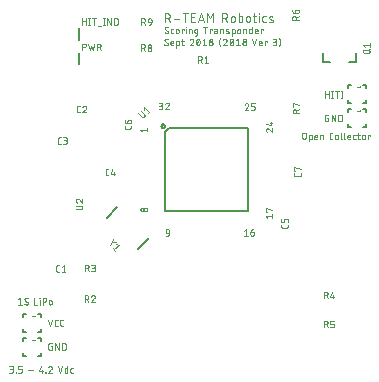
<source format=gbr>
G04 EAGLE Gerber X2 export*
%TF.Part,Single*%
%TF.FileFunction,Legend,Top,1*%
%TF.FilePolarity,Positive*%
%TF.GenerationSoftware,Autodesk,EAGLE,9.1.3*%
%TF.CreationDate,2018-09-23T19:11:10Z*%
G75*
%MOMM*%
%FSLAX34Y34*%
%LPD*%
%AMOC8*
5,1,8,0,0,1.08239X$1,22.5*%
G01*
%ADD10C,0.050800*%
%ADD11C,0.203200*%
%ADD12C,0.000000*%
%ADD13C,0.076200*%


D10*
X48639Y153924D02*
X47397Y153924D01*
X47327Y153926D01*
X47258Y153932D01*
X47189Y153942D01*
X47121Y153955D01*
X47053Y153973D01*
X46987Y153994D01*
X46922Y154019D01*
X46858Y154047D01*
X46796Y154079D01*
X46736Y154114D01*
X46678Y154153D01*
X46623Y154195D01*
X46569Y154240D01*
X46519Y154288D01*
X46471Y154338D01*
X46426Y154392D01*
X46384Y154447D01*
X46345Y154505D01*
X46310Y154565D01*
X46278Y154627D01*
X46250Y154691D01*
X46225Y154756D01*
X46204Y154822D01*
X46186Y154890D01*
X46173Y154958D01*
X46163Y155027D01*
X46157Y155096D01*
X46155Y155166D01*
X46155Y158270D01*
X46157Y158340D01*
X46163Y158409D01*
X46173Y158478D01*
X46186Y158546D01*
X46204Y158614D01*
X46225Y158680D01*
X46250Y158745D01*
X46278Y158809D01*
X46310Y158871D01*
X46345Y158931D01*
X46384Y158989D01*
X46426Y159044D01*
X46471Y159098D01*
X46519Y159148D01*
X46569Y159196D01*
X46623Y159241D01*
X46678Y159283D01*
X46736Y159322D01*
X46796Y159357D01*
X46858Y159389D01*
X46922Y159417D01*
X46987Y159442D01*
X47053Y159463D01*
X47121Y159481D01*
X47189Y159494D01*
X47258Y159504D01*
X47327Y159510D01*
X47397Y159512D01*
X48639Y159512D01*
X50744Y158270D02*
X52296Y159512D01*
X52296Y153924D01*
X50744Y153924D02*
X53848Y153924D01*
X64923Y289052D02*
X66165Y289052D01*
X64923Y289052D02*
X64853Y289054D01*
X64784Y289060D01*
X64715Y289070D01*
X64647Y289083D01*
X64579Y289101D01*
X64513Y289122D01*
X64448Y289147D01*
X64384Y289175D01*
X64322Y289207D01*
X64262Y289242D01*
X64204Y289281D01*
X64149Y289323D01*
X64095Y289368D01*
X64045Y289416D01*
X63997Y289466D01*
X63952Y289520D01*
X63910Y289575D01*
X63871Y289633D01*
X63836Y289693D01*
X63804Y289755D01*
X63776Y289819D01*
X63751Y289884D01*
X63730Y289950D01*
X63712Y290018D01*
X63699Y290086D01*
X63689Y290155D01*
X63683Y290224D01*
X63681Y290294D01*
X63681Y293398D01*
X63683Y293468D01*
X63689Y293537D01*
X63699Y293606D01*
X63712Y293674D01*
X63730Y293742D01*
X63751Y293808D01*
X63776Y293873D01*
X63804Y293937D01*
X63836Y293999D01*
X63871Y294059D01*
X63910Y294117D01*
X63952Y294172D01*
X63997Y294226D01*
X64045Y294276D01*
X64095Y294324D01*
X64149Y294369D01*
X64204Y294411D01*
X64262Y294450D01*
X64322Y294485D01*
X64384Y294517D01*
X64448Y294545D01*
X64513Y294570D01*
X64579Y294591D01*
X64647Y294609D01*
X64715Y294622D01*
X64784Y294632D01*
X64853Y294638D01*
X64923Y294640D01*
X66165Y294640D01*
X69977Y294640D02*
X70050Y294638D01*
X70123Y294632D01*
X70196Y294623D01*
X70267Y294609D01*
X70339Y294592D01*
X70409Y294572D01*
X70478Y294547D01*
X70545Y294519D01*
X70611Y294488D01*
X70676Y294453D01*
X70738Y294415D01*
X70798Y294373D01*
X70856Y294329D01*
X70912Y294281D01*
X70965Y294231D01*
X71015Y294178D01*
X71063Y294122D01*
X71107Y294064D01*
X71149Y294004D01*
X71187Y293942D01*
X71222Y293877D01*
X71253Y293811D01*
X71281Y293744D01*
X71306Y293675D01*
X71326Y293605D01*
X71343Y293533D01*
X71357Y293462D01*
X71366Y293389D01*
X71372Y293316D01*
X71374Y293243D01*
X69977Y294640D02*
X69893Y294638D01*
X69810Y294632D01*
X69727Y294623D01*
X69645Y294609D01*
X69563Y294592D01*
X69482Y294570D01*
X69402Y294545D01*
X69324Y294517D01*
X69246Y294485D01*
X69171Y294449D01*
X69097Y294410D01*
X69025Y294367D01*
X68955Y294321D01*
X68888Y294272D01*
X68822Y294219D01*
X68760Y294164D01*
X68700Y294106D01*
X68642Y294045D01*
X68588Y293982D01*
X68536Y293916D01*
X68488Y293848D01*
X68443Y293777D01*
X68401Y293705D01*
X68363Y293630D01*
X68328Y293554D01*
X68297Y293477D01*
X68269Y293398D01*
X70908Y292157D02*
X70962Y292210D01*
X71013Y292267D01*
X71061Y292326D01*
X71106Y292387D01*
X71147Y292450D01*
X71186Y292516D01*
X71221Y292583D01*
X71253Y292652D01*
X71281Y292723D01*
X71305Y292794D01*
X71326Y292867D01*
X71343Y292941D01*
X71357Y293016D01*
X71366Y293091D01*
X71372Y293167D01*
X71374Y293243D01*
X70908Y292156D02*
X68270Y289052D01*
X71374Y289052D01*
X49909Y262128D02*
X48667Y262128D01*
X48597Y262130D01*
X48528Y262136D01*
X48459Y262146D01*
X48391Y262159D01*
X48323Y262177D01*
X48257Y262198D01*
X48192Y262223D01*
X48128Y262251D01*
X48066Y262283D01*
X48006Y262318D01*
X47948Y262357D01*
X47893Y262399D01*
X47839Y262444D01*
X47789Y262492D01*
X47741Y262542D01*
X47696Y262596D01*
X47654Y262651D01*
X47615Y262709D01*
X47580Y262769D01*
X47548Y262831D01*
X47520Y262895D01*
X47495Y262960D01*
X47474Y263026D01*
X47456Y263094D01*
X47443Y263162D01*
X47433Y263231D01*
X47427Y263300D01*
X47425Y263370D01*
X47425Y266474D01*
X47427Y266544D01*
X47433Y266613D01*
X47443Y266682D01*
X47456Y266750D01*
X47474Y266818D01*
X47495Y266884D01*
X47520Y266949D01*
X47548Y267013D01*
X47580Y267075D01*
X47615Y267135D01*
X47654Y267193D01*
X47696Y267248D01*
X47741Y267302D01*
X47789Y267352D01*
X47839Y267400D01*
X47893Y267445D01*
X47948Y267487D01*
X48006Y267526D01*
X48066Y267561D01*
X48128Y267593D01*
X48192Y267621D01*
X48257Y267646D01*
X48323Y267667D01*
X48391Y267685D01*
X48459Y267698D01*
X48528Y267708D01*
X48597Y267714D01*
X48667Y267716D01*
X49909Y267716D01*
X52014Y262128D02*
X53566Y262128D01*
X53643Y262130D01*
X53721Y262136D01*
X53797Y262145D01*
X53874Y262159D01*
X53949Y262176D01*
X54023Y262197D01*
X54097Y262222D01*
X54169Y262250D01*
X54239Y262282D01*
X54308Y262317D01*
X54375Y262356D01*
X54440Y262398D01*
X54503Y262443D01*
X54564Y262491D01*
X54622Y262542D01*
X54677Y262596D01*
X54730Y262653D01*
X54779Y262712D01*
X54826Y262774D01*
X54870Y262838D01*
X54910Y262904D01*
X54947Y262972D01*
X54981Y263042D01*
X55011Y263113D01*
X55037Y263186D01*
X55060Y263260D01*
X55079Y263335D01*
X55094Y263410D01*
X55106Y263487D01*
X55114Y263564D01*
X55118Y263641D01*
X55118Y263719D01*
X55114Y263796D01*
X55106Y263873D01*
X55094Y263950D01*
X55079Y264025D01*
X55060Y264100D01*
X55037Y264174D01*
X55011Y264247D01*
X54981Y264318D01*
X54947Y264388D01*
X54910Y264456D01*
X54870Y264522D01*
X54826Y264586D01*
X54779Y264648D01*
X54730Y264707D01*
X54677Y264764D01*
X54622Y264818D01*
X54564Y264869D01*
X54503Y264917D01*
X54440Y264962D01*
X54375Y265004D01*
X54308Y265043D01*
X54239Y265078D01*
X54169Y265110D01*
X54097Y265138D01*
X54023Y265163D01*
X53949Y265184D01*
X53874Y265201D01*
X53797Y265215D01*
X53721Y265224D01*
X53643Y265230D01*
X53566Y265232D01*
X53876Y267716D02*
X52014Y267716D01*
X53876Y267716D02*
X53946Y267714D01*
X54015Y267708D01*
X54084Y267698D01*
X54152Y267685D01*
X54220Y267667D01*
X54286Y267646D01*
X54351Y267621D01*
X54415Y267593D01*
X54477Y267561D01*
X54537Y267526D01*
X54595Y267487D01*
X54650Y267445D01*
X54704Y267400D01*
X54754Y267352D01*
X54802Y267302D01*
X54847Y267248D01*
X54889Y267193D01*
X54928Y267135D01*
X54963Y267075D01*
X54995Y267013D01*
X55023Y266949D01*
X55048Y266884D01*
X55069Y266818D01*
X55087Y266750D01*
X55100Y266682D01*
X55110Y266613D01*
X55116Y266544D01*
X55118Y266474D01*
X55116Y266404D01*
X55110Y266335D01*
X55100Y266266D01*
X55087Y266198D01*
X55069Y266130D01*
X55048Y266064D01*
X55023Y265999D01*
X54995Y265935D01*
X54963Y265873D01*
X54928Y265813D01*
X54889Y265755D01*
X54847Y265700D01*
X54802Y265646D01*
X54754Y265596D01*
X54704Y265548D01*
X54650Y265503D01*
X54595Y265461D01*
X54537Y265422D01*
X54477Y265387D01*
X54415Y265355D01*
X54351Y265327D01*
X54286Y265302D01*
X54220Y265281D01*
X54152Y265263D01*
X54084Y265250D01*
X54015Y265240D01*
X53946Y265234D01*
X53876Y265232D01*
X52634Y265232D01*
X89053Y235712D02*
X90295Y235712D01*
X89053Y235712D02*
X88983Y235714D01*
X88914Y235720D01*
X88845Y235730D01*
X88777Y235743D01*
X88709Y235761D01*
X88643Y235782D01*
X88578Y235807D01*
X88514Y235835D01*
X88452Y235867D01*
X88392Y235902D01*
X88334Y235941D01*
X88279Y235983D01*
X88225Y236028D01*
X88175Y236076D01*
X88127Y236126D01*
X88082Y236180D01*
X88040Y236235D01*
X88001Y236293D01*
X87966Y236353D01*
X87934Y236415D01*
X87906Y236479D01*
X87881Y236544D01*
X87860Y236610D01*
X87842Y236678D01*
X87829Y236746D01*
X87819Y236815D01*
X87813Y236884D01*
X87811Y236954D01*
X87811Y240058D01*
X87813Y240128D01*
X87819Y240197D01*
X87829Y240266D01*
X87842Y240334D01*
X87860Y240402D01*
X87881Y240468D01*
X87906Y240533D01*
X87934Y240597D01*
X87966Y240659D01*
X88001Y240719D01*
X88040Y240777D01*
X88082Y240832D01*
X88127Y240886D01*
X88175Y240936D01*
X88225Y240984D01*
X88279Y241029D01*
X88334Y241071D01*
X88392Y241110D01*
X88452Y241145D01*
X88514Y241177D01*
X88578Y241205D01*
X88643Y241230D01*
X88709Y241251D01*
X88777Y241269D01*
X88845Y241282D01*
X88914Y241292D01*
X88983Y241298D01*
X89053Y241300D01*
X90295Y241300D01*
X93641Y241300D02*
X92400Y236954D01*
X95504Y236954D01*
X94573Y238196D02*
X94573Y235712D01*
X242062Y193673D02*
X242062Y192431D01*
X242060Y192361D01*
X242054Y192292D01*
X242044Y192223D01*
X242031Y192155D01*
X242013Y192087D01*
X241992Y192021D01*
X241967Y191956D01*
X241939Y191892D01*
X241907Y191830D01*
X241872Y191770D01*
X241833Y191712D01*
X241791Y191657D01*
X241746Y191603D01*
X241698Y191553D01*
X241648Y191505D01*
X241594Y191460D01*
X241539Y191418D01*
X241481Y191379D01*
X241421Y191344D01*
X241359Y191312D01*
X241295Y191284D01*
X241230Y191259D01*
X241164Y191238D01*
X241096Y191220D01*
X241028Y191207D01*
X240959Y191197D01*
X240890Y191191D01*
X240820Y191189D01*
X237716Y191189D01*
X237646Y191191D01*
X237577Y191197D01*
X237508Y191207D01*
X237440Y191220D01*
X237372Y191238D01*
X237306Y191259D01*
X237241Y191284D01*
X237177Y191312D01*
X237115Y191344D01*
X237055Y191379D01*
X236997Y191418D01*
X236942Y191460D01*
X236888Y191505D01*
X236838Y191553D01*
X236790Y191603D01*
X236745Y191657D01*
X236703Y191712D01*
X236664Y191770D01*
X236629Y191830D01*
X236597Y191892D01*
X236569Y191956D01*
X236544Y192021D01*
X236523Y192087D01*
X236505Y192155D01*
X236492Y192223D01*
X236482Y192292D01*
X236476Y192361D01*
X236474Y192431D01*
X236474Y193673D01*
X242062Y195778D02*
X242062Y197640D01*
X242060Y197710D01*
X242054Y197779D01*
X242044Y197848D01*
X242031Y197916D01*
X242013Y197984D01*
X241992Y198050D01*
X241967Y198115D01*
X241939Y198179D01*
X241907Y198241D01*
X241872Y198301D01*
X241833Y198359D01*
X241791Y198414D01*
X241746Y198468D01*
X241698Y198518D01*
X241648Y198566D01*
X241594Y198611D01*
X241539Y198653D01*
X241481Y198692D01*
X241421Y198727D01*
X241359Y198759D01*
X241295Y198787D01*
X241230Y198812D01*
X241164Y198833D01*
X241096Y198851D01*
X241028Y198864D01*
X240959Y198874D01*
X240890Y198880D01*
X240820Y198882D01*
X240199Y198882D01*
X240129Y198880D01*
X240060Y198874D01*
X239991Y198864D01*
X239923Y198851D01*
X239855Y198833D01*
X239789Y198812D01*
X239724Y198787D01*
X239660Y198759D01*
X239598Y198727D01*
X239538Y198692D01*
X239480Y198653D01*
X239425Y198611D01*
X239371Y198566D01*
X239321Y198518D01*
X239273Y198468D01*
X239228Y198414D01*
X239186Y198359D01*
X239147Y198301D01*
X239112Y198241D01*
X239080Y198179D01*
X239052Y198115D01*
X239027Y198050D01*
X239006Y197984D01*
X238988Y197916D01*
X238975Y197848D01*
X238965Y197779D01*
X238959Y197710D01*
X238957Y197640D01*
X238958Y197640D02*
X238958Y195778D01*
X236474Y195778D01*
X236474Y198882D01*
X109474Y276324D02*
X109474Y277566D01*
X109474Y276324D02*
X109472Y276254D01*
X109466Y276185D01*
X109456Y276116D01*
X109443Y276048D01*
X109425Y275980D01*
X109404Y275914D01*
X109379Y275849D01*
X109351Y275785D01*
X109319Y275723D01*
X109284Y275663D01*
X109245Y275605D01*
X109203Y275550D01*
X109158Y275496D01*
X109110Y275446D01*
X109060Y275398D01*
X109006Y275353D01*
X108951Y275311D01*
X108893Y275272D01*
X108833Y275237D01*
X108771Y275205D01*
X108707Y275177D01*
X108642Y275152D01*
X108576Y275131D01*
X108508Y275113D01*
X108440Y275100D01*
X108371Y275090D01*
X108302Y275084D01*
X108232Y275082D01*
X105128Y275082D01*
X105058Y275084D01*
X104989Y275090D01*
X104920Y275100D01*
X104852Y275113D01*
X104784Y275131D01*
X104718Y275152D01*
X104653Y275177D01*
X104589Y275205D01*
X104527Y275237D01*
X104467Y275272D01*
X104409Y275311D01*
X104354Y275353D01*
X104300Y275398D01*
X104250Y275446D01*
X104202Y275496D01*
X104157Y275550D01*
X104115Y275605D01*
X104076Y275663D01*
X104041Y275723D01*
X104009Y275785D01*
X103981Y275849D01*
X103956Y275914D01*
X103935Y275980D01*
X103917Y276048D01*
X103904Y276116D01*
X103894Y276185D01*
X103888Y276254D01*
X103886Y276324D01*
X103886Y277566D01*
X106370Y279670D02*
X106370Y281533D01*
X106369Y281533D02*
X106371Y281603D01*
X106377Y281672D01*
X106387Y281741D01*
X106400Y281809D01*
X106418Y281877D01*
X106439Y281943D01*
X106464Y282008D01*
X106492Y282072D01*
X106524Y282134D01*
X106559Y282194D01*
X106598Y282252D01*
X106640Y282307D01*
X106685Y282361D01*
X106733Y282411D01*
X106783Y282459D01*
X106837Y282504D01*
X106892Y282546D01*
X106950Y282585D01*
X107010Y282620D01*
X107072Y282652D01*
X107136Y282680D01*
X107201Y282705D01*
X107267Y282726D01*
X107335Y282744D01*
X107403Y282757D01*
X107472Y282767D01*
X107541Y282773D01*
X107611Y282775D01*
X107922Y282775D01*
X107922Y282774D02*
X107999Y282772D01*
X108077Y282766D01*
X108153Y282757D01*
X108230Y282743D01*
X108305Y282726D01*
X108379Y282705D01*
X108453Y282680D01*
X108525Y282652D01*
X108595Y282620D01*
X108664Y282585D01*
X108731Y282546D01*
X108796Y282504D01*
X108859Y282459D01*
X108920Y282411D01*
X108978Y282360D01*
X109033Y282306D01*
X109086Y282249D01*
X109135Y282190D01*
X109182Y282128D01*
X109226Y282064D01*
X109266Y281998D01*
X109303Y281930D01*
X109337Y281860D01*
X109367Y281789D01*
X109393Y281716D01*
X109416Y281642D01*
X109435Y281567D01*
X109450Y281492D01*
X109462Y281415D01*
X109470Y281338D01*
X109474Y281261D01*
X109474Y281183D01*
X109470Y281106D01*
X109462Y281029D01*
X109450Y280952D01*
X109435Y280877D01*
X109416Y280802D01*
X109393Y280728D01*
X109367Y280655D01*
X109337Y280584D01*
X109303Y280514D01*
X109266Y280446D01*
X109226Y280380D01*
X109182Y280316D01*
X109135Y280254D01*
X109086Y280195D01*
X109033Y280138D01*
X108978Y280084D01*
X108920Y280033D01*
X108859Y279985D01*
X108796Y279940D01*
X108731Y279898D01*
X108664Y279859D01*
X108595Y279824D01*
X108525Y279792D01*
X108453Y279764D01*
X108379Y279739D01*
X108305Y279718D01*
X108230Y279701D01*
X108153Y279687D01*
X108077Y279678D01*
X107999Y279672D01*
X107922Y279670D01*
X106370Y279670D01*
X106272Y279672D01*
X106175Y279678D01*
X106078Y279687D01*
X105981Y279701D01*
X105885Y279718D01*
X105790Y279739D01*
X105696Y279763D01*
X105602Y279792D01*
X105510Y279824D01*
X105419Y279859D01*
X105330Y279898D01*
X105242Y279941D01*
X105156Y279987D01*
X105072Y280036D01*
X104990Y280089D01*
X104910Y280144D01*
X104832Y280203D01*
X104757Y280265D01*
X104684Y280330D01*
X104614Y280398D01*
X104546Y280468D01*
X104481Y280541D01*
X104419Y280616D01*
X104360Y280694D01*
X104305Y280774D01*
X104252Y280856D01*
X104203Y280940D01*
X104157Y281026D01*
X104114Y281114D01*
X104075Y281203D01*
X104040Y281294D01*
X104008Y281386D01*
X103979Y281480D01*
X103955Y281574D01*
X103934Y281669D01*
X103917Y281765D01*
X103903Y281862D01*
X103894Y281959D01*
X103888Y282056D01*
X103886Y282154D01*
X253238Y237180D02*
X253238Y235938D01*
X253236Y235868D01*
X253230Y235799D01*
X253220Y235730D01*
X253207Y235662D01*
X253189Y235594D01*
X253168Y235528D01*
X253143Y235463D01*
X253115Y235399D01*
X253083Y235337D01*
X253048Y235277D01*
X253009Y235219D01*
X252967Y235164D01*
X252922Y235110D01*
X252874Y235060D01*
X252824Y235012D01*
X252770Y234967D01*
X252715Y234925D01*
X252657Y234886D01*
X252597Y234851D01*
X252535Y234819D01*
X252471Y234791D01*
X252406Y234766D01*
X252340Y234745D01*
X252272Y234727D01*
X252204Y234714D01*
X252135Y234704D01*
X252066Y234698D01*
X251996Y234696D01*
X248892Y234696D01*
X248822Y234698D01*
X248753Y234704D01*
X248684Y234714D01*
X248616Y234727D01*
X248548Y234745D01*
X248482Y234766D01*
X248417Y234791D01*
X248353Y234819D01*
X248291Y234851D01*
X248231Y234886D01*
X248173Y234925D01*
X248118Y234967D01*
X248064Y235012D01*
X248014Y235060D01*
X247966Y235110D01*
X247921Y235164D01*
X247879Y235219D01*
X247840Y235277D01*
X247805Y235337D01*
X247773Y235399D01*
X247745Y235463D01*
X247720Y235528D01*
X247699Y235594D01*
X247681Y235662D01*
X247668Y235730D01*
X247658Y235799D01*
X247652Y235868D01*
X247650Y235938D01*
X247650Y237180D01*
X247650Y239284D02*
X248271Y239284D01*
X247650Y239284D02*
X247650Y242389D01*
X253238Y240836D01*
D11*
X65151Y329756D02*
X65151Y339281D01*
D10*
X68073Y341630D02*
X68073Y347218D01*
X69625Y347218D01*
X69702Y347216D01*
X69780Y347210D01*
X69856Y347201D01*
X69933Y347187D01*
X70008Y347170D01*
X70082Y347149D01*
X70156Y347124D01*
X70228Y347096D01*
X70298Y347064D01*
X70367Y347029D01*
X70434Y346990D01*
X70499Y346948D01*
X70562Y346903D01*
X70623Y346855D01*
X70681Y346804D01*
X70736Y346750D01*
X70789Y346693D01*
X70838Y346634D01*
X70885Y346572D01*
X70929Y346508D01*
X70969Y346442D01*
X71006Y346374D01*
X71040Y346304D01*
X71070Y346233D01*
X71096Y346160D01*
X71119Y346086D01*
X71138Y346011D01*
X71153Y345936D01*
X71165Y345859D01*
X71173Y345782D01*
X71177Y345705D01*
X71177Y345627D01*
X71173Y345550D01*
X71165Y345473D01*
X71153Y345396D01*
X71138Y345321D01*
X71119Y345246D01*
X71096Y345172D01*
X71070Y345099D01*
X71040Y345028D01*
X71006Y344958D01*
X70969Y344890D01*
X70929Y344824D01*
X70885Y344760D01*
X70838Y344698D01*
X70789Y344639D01*
X70736Y344582D01*
X70681Y344528D01*
X70623Y344477D01*
X70562Y344429D01*
X70499Y344384D01*
X70434Y344342D01*
X70367Y344303D01*
X70298Y344268D01*
X70228Y344236D01*
X70156Y344208D01*
X70082Y344183D01*
X70008Y344162D01*
X69933Y344145D01*
X69856Y344131D01*
X69780Y344122D01*
X69702Y344116D01*
X69625Y344114D01*
X68073Y344114D01*
X73093Y347218D02*
X74335Y341630D01*
X75577Y345355D01*
X76819Y341630D01*
X78060Y347218D01*
X80462Y347218D02*
X80462Y341630D01*
X80462Y347218D02*
X82014Y347218D01*
X82091Y347216D01*
X82169Y347210D01*
X82245Y347201D01*
X82322Y347187D01*
X82397Y347170D01*
X82471Y347149D01*
X82545Y347124D01*
X82617Y347096D01*
X82687Y347064D01*
X82756Y347029D01*
X82823Y346990D01*
X82888Y346948D01*
X82951Y346903D01*
X83012Y346855D01*
X83070Y346804D01*
X83125Y346750D01*
X83178Y346693D01*
X83227Y346634D01*
X83274Y346572D01*
X83318Y346508D01*
X83358Y346442D01*
X83395Y346374D01*
X83429Y346304D01*
X83459Y346233D01*
X83485Y346160D01*
X83508Y346086D01*
X83527Y346011D01*
X83542Y345936D01*
X83554Y345859D01*
X83562Y345782D01*
X83566Y345705D01*
X83566Y345627D01*
X83562Y345550D01*
X83554Y345473D01*
X83542Y345396D01*
X83527Y345321D01*
X83508Y345246D01*
X83485Y345172D01*
X83459Y345099D01*
X83429Y345028D01*
X83395Y344958D01*
X83358Y344890D01*
X83318Y344824D01*
X83274Y344760D01*
X83227Y344698D01*
X83178Y344639D01*
X83125Y344582D01*
X83070Y344528D01*
X83012Y344477D01*
X82951Y344429D01*
X82888Y344384D01*
X82823Y344342D01*
X82756Y344303D01*
X82687Y344268D01*
X82617Y344236D01*
X82545Y344208D01*
X82471Y344183D01*
X82397Y344162D01*
X82322Y344145D01*
X82245Y344131D01*
X82169Y344122D01*
X82091Y344116D01*
X82014Y344114D01*
X80462Y344114D01*
X82324Y344114D02*
X83566Y341630D01*
D11*
X65151Y350584D02*
X65151Y360109D01*
D10*
X67762Y362966D02*
X67762Y368554D01*
X67762Y366070D02*
X70866Y366070D01*
X70866Y368554D02*
X70866Y362966D01*
X73886Y362966D02*
X73886Y368554D01*
X73265Y362966D02*
X74507Y362966D01*
X74507Y368554D02*
X73265Y368554D01*
X77909Y368554D02*
X77909Y362966D01*
X76357Y368554D02*
X79461Y368554D01*
X81239Y362345D02*
X83723Y362345D01*
X86322Y362966D02*
X86322Y368554D01*
X85701Y362966D02*
X86943Y362966D01*
X86943Y368554D02*
X85701Y368554D01*
X89341Y368554D02*
X89341Y362966D01*
X92446Y362966D02*
X89341Y368554D01*
X92446Y368554D02*
X92446Y362966D01*
X95194Y362966D02*
X95194Y368554D01*
X96746Y368554D01*
X96822Y368552D01*
X96898Y368547D01*
X96974Y368537D01*
X97049Y368524D01*
X97123Y368507D01*
X97197Y368487D01*
X97269Y368463D01*
X97340Y368436D01*
X97410Y368405D01*
X97478Y368371D01*
X97544Y368333D01*
X97608Y368292D01*
X97671Y368249D01*
X97731Y368202D01*
X97788Y368152D01*
X97843Y368099D01*
X97896Y368044D01*
X97946Y367987D01*
X97993Y367927D01*
X98036Y367864D01*
X98077Y367800D01*
X98115Y367734D01*
X98149Y367666D01*
X98180Y367596D01*
X98207Y367525D01*
X98231Y367452D01*
X98251Y367379D01*
X98268Y367305D01*
X98281Y367230D01*
X98291Y367154D01*
X98296Y367078D01*
X98298Y367002D01*
X98298Y364518D01*
X98296Y364439D01*
X98290Y364361D01*
X98280Y364283D01*
X98266Y364206D01*
X98248Y364129D01*
X98227Y364053D01*
X98201Y363979D01*
X98172Y363906D01*
X98139Y363835D01*
X98103Y363765D01*
X98063Y363697D01*
X98020Y363631D01*
X97973Y363568D01*
X97924Y363507D01*
X97871Y363449D01*
X97815Y363393D01*
X97757Y363340D01*
X97696Y363291D01*
X97633Y363244D01*
X97567Y363201D01*
X97499Y363161D01*
X97430Y363125D01*
X97358Y363092D01*
X97285Y363063D01*
X97211Y363037D01*
X97135Y363016D01*
X97058Y362998D01*
X96981Y362984D01*
X96903Y362974D01*
X96825Y362968D01*
X96746Y362966D01*
X95194Y362966D01*
D11*
X20066Y118110D02*
X17526Y118110D01*
X17526Y115570D01*
X17526Y105410D02*
X17526Y102870D01*
X20066Y102870D01*
X30226Y102870D02*
X32766Y102870D01*
X32766Y105410D01*
X32766Y115570D02*
X32766Y118110D01*
X30226Y118110D01*
D10*
X39116Y113538D02*
X40979Y107950D01*
X42841Y113538D01*
X46138Y107950D02*
X47380Y107950D01*
X46138Y107950D02*
X46068Y107952D01*
X45999Y107958D01*
X45930Y107968D01*
X45862Y107981D01*
X45794Y107999D01*
X45728Y108020D01*
X45663Y108045D01*
X45599Y108073D01*
X45537Y108105D01*
X45477Y108140D01*
X45419Y108179D01*
X45364Y108221D01*
X45310Y108266D01*
X45260Y108314D01*
X45212Y108364D01*
X45167Y108418D01*
X45125Y108473D01*
X45086Y108531D01*
X45051Y108591D01*
X45019Y108653D01*
X44991Y108717D01*
X44966Y108782D01*
X44945Y108848D01*
X44927Y108916D01*
X44914Y108984D01*
X44904Y109053D01*
X44898Y109122D01*
X44896Y109192D01*
X44897Y109192D02*
X44897Y112296D01*
X44896Y112296D02*
X44898Y112366D01*
X44904Y112435D01*
X44914Y112504D01*
X44927Y112572D01*
X44945Y112640D01*
X44966Y112706D01*
X44991Y112771D01*
X45019Y112835D01*
X45051Y112897D01*
X45086Y112957D01*
X45125Y113015D01*
X45167Y113070D01*
X45212Y113124D01*
X45260Y113174D01*
X45310Y113222D01*
X45364Y113267D01*
X45419Y113309D01*
X45477Y113348D01*
X45537Y113383D01*
X45599Y113415D01*
X45663Y113443D01*
X45728Y113468D01*
X45794Y113489D01*
X45862Y113507D01*
X45930Y113520D01*
X45999Y113530D01*
X46068Y113536D01*
X46138Y113538D01*
X47380Y113538D01*
X50710Y107950D02*
X51952Y107950D01*
X50710Y107950D02*
X50640Y107952D01*
X50571Y107958D01*
X50502Y107968D01*
X50434Y107981D01*
X50366Y107999D01*
X50300Y108020D01*
X50235Y108045D01*
X50171Y108073D01*
X50109Y108105D01*
X50049Y108140D01*
X49991Y108179D01*
X49936Y108221D01*
X49882Y108266D01*
X49832Y108314D01*
X49784Y108364D01*
X49739Y108418D01*
X49697Y108473D01*
X49658Y108531D01*
X49623Y108591D01*
X49591Y108653D01*
X49563Y108717D01*
X49538Y108782D01*
X49517Y108848D01*
X49499Y108916D01*
X49486Y108984D01*
X49476Y109053D01*
X49470Y109122D01*
X49468Y109192D01*
X49468Y112296D01*
X49470Y112366D01*
X49476Y112435D01*
X49486Y112504D01*
X49499Y112572D01*
X49517Y112640D01*
X49538Y112706D01*
X49563Y112771D01*
X49591Y112835D01*
X49623Y112897D01*
X49658Y112957D01*
X49697Y113015D01*
X49739Y113070D01*
X49784Y113124D01*
X49832Y113174D01*
X49882Y113222D01*
X49936Y113267D01*
X49991Y113309D01*
X50049Y113348D01*
X50109Y113383D01*
X50171Y113415D01*
X50235Y113443D01*
X50300Y113468D01*
X50366Y113489D01*
X50434Y113507D01*
X50502Y113520D01*
X50571Y113530D01*
X50640Y113536D01*
X50710Y113538D01*
X51952Y113538D01*
D12*
X25202Y116490D02*
X25146Y116744D01*
X25259Y116659D02*
X25202Y116490D01*
X25315Y116490D02*
X25259Y116659D01*
X25372Y116744D02*
X25315Y116490D01*
X25472Y116490D02*
X25472Y116744D01*
X25444Y116490D02*
X25500Y116490D01*
X25500Y116744D02*
X25444Y116744D01*
X25593Y116744D02*
X25593Y116490D01*
X25593Y116744D02*
X25663Y116744D01*
X25679Y116742D01*
X25694Y116737D01*
X25707Y116729D01*
X25719Y116717D01*
X25727Y116704D01*
X25732Y116689D01*
X25734Y116673D01*
X25732Y116657D01*
X25727Y116642D01*
X25719Y116629D01*
X25707Y116617D01*
X25694Y116609D01*
X25679Y116604D01*
X25663Y116602D01*
X25663Y116603D02*
X25593Y116603D01*
X25678Y116603D02*
X25734Y116490D01*
X25829Y116490D02*
X25941Y116490D01*
X25829Y116490D02*
X25829Y116744D01*
X25941Y116744D01*
X25913Y116631D02*
X25829Y116631D01*
X26028Y116744D02*
X26028Y116490D01*
X26028Y116744D02*
X26099Y116744D01*
X26115Y116742D01*
X26130Y116737D01*
X26143Y116729D01*
X26155Y116717D01*
X26163Y116704D01*
X26168Y116689D01*
X26170Y116673D01*
X26168Y116657D01*
X26163Y116642D01*
X26155Y116629D01*
X26143Y116617D01*
X26130Y116609D01*
X26115Y116604D01*
X26099Y116602D01*
X26099Y116603D02*
X26028Y116603D01*
X26233Y116490D02*
X26318Y116744D01*
X26403Y116490D01*
X26381Y116554D02*
X26254Y116554D01*
X26484Y116490D02*
X26484Y116744D01*
X26554Y116744D01*
X26570Y116742D01*
X26585Y116737D01*
X26598Y116729D01*
X26610Y116717D01*
X26618Y116704D01*
X26623Y116689D01*
X26625Y116673D01*
X26625Y116561D01*
X26623Y116545D01*
X26618Y116530D01*
X26610Y116517D01*
X26598Y116505D01*
X26585Y116497D01*
X26570Y116492D01*
X26554Y116490D01*
X26484Y116490D01*
X26720Y116688D02*
X26790Y116744D01*
X26790Y116490D01*
X26720Y116490D02*
X26861Y116490D01*
X26943Y116490D02*
X26957Y116490D01*
X26943Y116490D02*
X26943Y116504D01*
X26957Y116504D01*
X26957Y116490D01*
X26936Y116434D01*
X27040Y116631D02*
X27124Y116631D01*
X27136Y116630D01*
X27148Y116625D01*
X27159Y116619D01*
X27168Y116610D01*
X27174Y116599D01*
X27179Y116587D01*
X27180Y116575D01*
X27181Y116575D02*
X27181Y116561D01*
X27179Y116545D01*
X27174Y116530D01*
X27166Y116517D01*
X27154Y116505D01*
X27141Y116497D01*
X27126Y116492D01*
X27110Y116490D01*
X27094Y116492D01*
X27079Y116497D01*
X27066Y116505D01*
X27054Y116517D01*
X27046Y116530D01*
X27041Y116545D01*
X27039Y116561D01*
X27040Y116561D02*
X27040Y116631D01*
X27042Y116651D01*
X27047Y116670D01*
X27055Y116687D01*
X27066Y116704D01*
X27080Y116718D01*
X27096Y116729D01*
X27114Y116737D01*
X27133Y116742D01*
X27153Y116744D01*
X27373Y116772D02*
X27260Y116462D01*
X27452Y116617D02*
X27453Y116641D01*
X27457Y116664D01*
X27464Y116687D01*
X27473Y116709D01*
X27478Y116720D01*
X27487Y116730D01*
X27497Y116738D01*
X27509Y116742D01*
X27522Y116744D01*
X27535Y116742D01*
X27547Y116738D01*
X27557Y116730D01*
X27566Y116720D01*
X27571Y116709D01*
X27580Y116687D01*
X27587Y116664D01*
X27591Y116641D01*
X27592Y116617D01*
X27451Y116617D02*
X27452Y116593D01*
X27456Y116570D01*
X27463Y116547D01*
X27472Y116525D01*
X27473Y116525D02*
X27478Y116514D01*
X27487Y116504D01*
X27497Y116496D01*
X27509Y116492D01*
X27522Y116490D01*
X27572Y116525D02*
X27581Y116547D01*
X27588Y116570D01*
X27592Y116593D01*
X27593Y116617D01*
X27571Y116525D02*
X27566Y116514D01*
X27557Y116504D01*
X27547Y116496D01*
X27535Y116492D01*
X27522Y116490D01*
X27465Y116546D02*
X27578Y116688D01*
X27674Y116490D02*
X27688Y116490D01*
X27674Y116490D02*
X27674Y116504D01*
X27688Y116504D01*
X27688Y116490D01*
X27667Y116434D01*
X27828Y116603D02*
X27912Y116603D01*
X27828Y116603D02*
X27816Y116604D01*
X27804Y116609D01*
X27793Y116615D01*
X27784Y116624D01*
X27778Y116635D01*
X27773Y116647D01*
X27772Y116659D01*
X27771Y116659D02*
X27771Y116673D01*
X27773Y116689D01*
X27778Y116704D01*
X27786Y116717D01*
X27798Y116729D01*
X27811Y116737D01*
X27826Y116742D01*
X27842Y116744D01*
X27858Y116742D01*
X27873Y116737D01*
X27886Y116729D01*
X27898Y116717D01*
X27906Y116704D01*
X27911Y116689D01*
X27913Y116673D01*
X27912Y116673D02*
X27912Y116603D01*
X27910Y116583D01*
X27905Y116564D01*
X27897Y116547D01*
X27886Y116530D01*
X27872Y116516D01*
X27856Y116505D01*
X27838Y116497D01*
X27819Y116492D01*
X27799Y116490D01*
D11*
X20066Y97790D02*
X17526Y97790D01*
X17526Y95250D01*
X17526Y85090D02*
X17526Y82550D01*
X20066Y82550D01*
X30226Y82550D02*
X32766Y82550D01*
X32766Y85090D01*
X32766Y95250D02*
X32766Y97790D01*
X30226Y97790D01*
D10*
X41543Y90988D02*
X42474Y90988D01*
X42474Y87884D01*
X40612Y87884D01*
X40542Y87886D01*
X40473Y87892D01*
X40404Y87902D01*
X40336Y87915D01*
X40268Y87933D01*
X40202Y87954D01*
X40137Y87979D01*
X40073Y88007D01*
X40011Y88039D01*
X39951Y88074D01*
X39893Y88113D01*
X39838Y88155D01*
X39784Y88200D01*
X39734Y88248D01*
X39686Y88298D01*
X39641Y88352D01*
X39599Y88407D01*
X39560Y88465D01*
X39525Y88525D01*
X39493Y88587D01*
X39465Y88651D01*
X39440Y88716D01*
X39419Y88782D01*
X39401Y88850D01*
X39388Y88918D01*
X39378Y88987D01*
X39372Y89056D01*
X39370Y89126D01*
X39370Y92230D01*
X39372Y92300D01*
X39378Y92369D01*
X39388Y92438D01*
X39401Y92506D01*
X39419Y92574D01*
X39440Y92640D01*
X39465Y92705D01*
X39493Y92769D01*
X39525Y92831D01*
X39560Y92891D01*
X39599Y92949D01*
X39641Y93004D01*
X39686Y93058D01*
X39734Y93108D01*
X39784Y93156D01*
X39838Y93201D01*
X39893Y93243D01*
X39951Y93282D01*
X40011Y93317D01*
X40073Y93349D01*
X40137Y93377D01*
X40202Y93402D01*
X40268Y93423D01*
X40336Y93441D01*
X40404Y93454D01*
X40473Y93464D01*
X40542Y93470D01*
X40612Y93472D01*
X42474Y93472D01*
X45222Y93472D02*
X45222Y87884D01*
X48327Y87884D02*
X45222Y93472D01*
X48327Y93472D02*
X48327Y87884D01*
X51074Y87884D02*
X51074Y93472D01*
X52626Y93472D01*
X52702Y93470D01*
X52778Y93465D01*
X52854Y93455D01*
X52929Y93442D01*
X53003Y93425D01*
X53077Y93405D01*
X53149Y93381D01*
X53220Y93354D01*
X53290Y93323D01*
X53358Y93289D01*
X53424Y93251D01*
X53488Y93210D01*
X53551Y93167D01*
X53611Y93120D01*
X53668Y93070D01*
X53723Y93017D01*
X53776Y92962D01*
X53826Y92905D01*
X53873Y92845D01*
X53916Y92782D01*
X53957Y92718D01*
X53995Y92652D01*
X54029Y92584D01*
X54060Y92514D01*
X54087Y92443D01*
X54111Y92370D01*
X54131Y92297D01*
X54148Y92223D01*
X54161Y92148D01*
X54171Y92072D01*
X54176Y91996D01*
X54178Y91920D01*
X54179Y91920D02*
X54179Y89436D01*
X54178Y89436D02*
X54176Y89357D01*
X54170Y89279D01*
X54160Y89201D01*
X54146Y89124D01*
X54128Y89047D01*
X54107Y88971D01*
X54081Y88897D01*
X54052Y88824D01*
X54019Y88753D01*
X53983Y88683D01*
X53943Y88615D01*
X53900Y88549D01*
X53853Y88486D01*
X53804Y88425D01*
X53751Y88367D01*
X53695Y88311D01*
X53637Y88258D01*
X53576Y88209D01*
X53513Y88162D01*
X53447Y88119D01*
X53379Y88079D01*
X53310Y88043D01*
X53238Y88010D01*
X53165Y87981D01*
X53091Y87955D01*
X53015Y87934D01*
X52938Y87916D01*
X52861Y87902D01*
X52783Y87892D01*
X52705Y87886D01*
X52626Y87884D01*
X51074Y87884D01*
D12*
X25202Y96170D02*
X25146Y96424D01*
X25259Y96339D02*
X25202Y96170D01*
X25315Y96170D02*
X25259Y96339D01*
X25372Y96424D02*
X25315Y96170D01*
X25472Y96170D02*
X25472Y96424D01*
X25444Y96170D02*
X25500Y96170D01*
X25500Y96424D02*
X25444Y96424D01*
X25593Y96424D02*
X25593Y96170D01*
X25593Y96424D02*
X25663Y96424D01*
X25679Y96422D01*
X25694Y96417D01*
X25707Y96409D01*
X25719Y96397D01*
X25727Y96384D01*
X25732Y96369D01*
X25734Y96353D01*
X25732Y96337D01*
X25727Y96322D01*
X25719Y96309D01*
X25707Y96297D01*
X25694Y96289D01*
X25679Y96284D01*
X25663Y96282D01*
X25663Y96283D02*
X25593Y96283D01*
X25678Y96283D02*
X25734Y96170D01*
X25829Y96170D02*
X25941Y96170D01*
X25829Y96170D02*
X25829Y96424D01*
X25941Y96424D01*
X25913Y96311D02*
X25829Y96311D01*
X26028Y96424D02*
X26028Y96170D01*
X26028Y96424D02*
X26099Y96424D01*
X26115Y96422D01*
X26130Y96417D01*
X26143Y96409D01*
X26155Y96397D01*
X26163Y96384D01*
X26168Y96369D01*
X26170Y96353D01*
X26168Y96337D01*
X26163Y96322D01*
X26155Y96309D01*
X26143Y96297D01*
X26130Y96289D01*
X26115Y96284D01*
X26099Y96282D01*
X26099Y96283D02*
X26028Y96283D01*
X26233Y96170D02*
X26318Y96424D01*
X26403Y96170D01*
X26381Y96234D02*
X26254Y96234D01*
X26484Y96170D02*
X26484Y96424D01*
X26554Y96424D01*
X26570Y96422D01*
X26585Y96417D01*
X26598Y96409D01*
X26610Y96397D01*
X26618Y96384D01*
X26623Y96369D01*
X26625Y96353D01*
X26625Y96241D01*
X26623Y96225D01*
X26618Y96210D01*
X26610Y96197D01*
X26598Y96185D01*
X26585Y96177D01*
X26570Y96172D01*
X26554Y96170D01*
X26484Y96170D01*
X26720Y96368D02*
X26790Y96424D01*
X26790Y96170D01*
X26720Y96170D02*
X26861Y96170D01*
X26943Y96170D02*
X26957Y96170D01*
X26943Y96170D02*
X26943Y96184D01*
X26957Y96184D01*
X26957Y96170D01*
X26936Y96114D01*
X27040Y96311D02*
X27124Y96311D01*
X27136Y96310D01*
X27148Y96305D01*
X27159Y96299D01*
X27168Y96290D01*
X27174Y96279D01*
X27179Y96267D01*
X27180Y96255D01*
X27181Y96255D02*
X27181Y96241D01*
X27179Y96225D01*
X27174Y96210D01*
X27166Y96197D01*
X27154Y96185D01*
X27141Y96177D01*
X27126Y96172D01*
X27110Y96170D01*
X27094Y96172D01*
X27079Y96177D01*
X27066Y96185D01*
X27054Y96197D01*
X27046Y96210D01*
X27041Y96225D01*
X27039Y96241D01*
X27040Y96241D02*
X27040Y96311D01*
X27042Y96331D01*
X27047Y96350D01*
X27055Y96367D01*
X27066Y96384D01*
X27080Y96398D01*
X27096Y96409D01*
X27114Y96417D01*
X27133Y96422D01*
X27153Y96424D01*
X27373Y96452D02*
X27260Y96142D01*
X27452Y96297D02*
X27453Y96321D01*
X27457Y96344D01*
X27464Y96367D01*
X27473Y96389D01*
X27478Y96400D01*
X27487Y96410D01*
X27497Y96418D01*
X27509Y96422D01*
X27522Y96424D01*
X27535Y96422D01*
X27547Y96418D01*
X27557Y96410D01*
X27566Y96400D01*
X27571Y96389D01*
X27580Y96367D01*
X27587Y96344D01*
X27591Y96321D01*
X27592Y96297D01*
X27451Y96297D02*
X27452Y96273D01*
X27456Y96250D01*
X27463Y96227D01*
X27472Y96205D01*
X27473Y96205D02*
X27478Y96194D01*
X27487Y96184D01*
X27497Y96176D01*
X27509Y96172D01*
X27522Y96170D01*
X27572Y96205D02*
X27581Y96227D01*
X27588Y96250D01*
X27592Y96273D01*
X27593Y96297D01*
X27571Y96205D02*
X27566Y96194D01*
X27557Y96184D01*
X27547Y96176D01*
X27535Y96172D01*
X27522Y96170D01*
X27465Y96226D02*
X27578Y96368D01*
X27674Y96170D02*
X27688Y96170D01*
X27674Y96170D02*
X27674Y96184D01*
X27688Y96184D01*
X27688Y96170D01*
X27667Y96114D01*
X27828Y96283D02*
X27912Y96283D01*
X27828Y96283D02*
X27816Y96284D01*
X27804Y96289D01*
X27793Y96295D01*
X27784Y96304D01*
X27778Y96315D01*
X27773Y96327D01*
X27772Y96339D01*
X27771Y96339D02*
X27771Y96353D01*
X27773Y96369D01*
X27778Y96384D01*
X27786Y96397D01*
X27798Y96409D01*
X27811Y96417D01*
X27826Y96422D01*
X27842Y96424D01*
X27858Y96422D01*
X27873Y96417D01*
X27886Y96409D01*
X27898Y96397D01*
X27906Y96384D01*
X27911Y96369D01*
X27913Y96353D01*
X27912Y96353D02*
X27912Y96283D01*
X27910Y96263D01*
X27905Y96244D01*
X27897Y96227D01*
X27886Y96210D01*
X27872Y96196D01*
X27856Y96185D01*
X27838Y96177D01*
X27819Y96172D01*
X27799Y96170D01*
D11*
X293116Y312166D02*
X295656Y312166D01*
X293116Y312166D02*
X293116Y309626D01*
X293116Y299466D02*
X293116Y296926D01*
X295656Y296926D01*
X305816Y296926D02*
X308356Y296926D01*
X308356Y299466D01*
X308356Y309626D02*
X308356Y312166D01*
X305816Y312166D01*
D10*
X273498Y306832D02*
X273498Y301244D01*
X273498Y304348D02*
X276603Y304348D01*
X276603Y306832D02*
X276603Y301244D01*
X279622Y301244D02*
X279622Y306832D01*
X279002Y301244D02*
X280243Y301244D01*
X280243Y306832D02*
X279002Y306832D01*
X283646Y306832D02*
X283646Y301244D01*
X282094Y306832D02*
X285198Y306832D01*
X287669Y306832D02*
X287669Y301244D01*
X287048Y301244D02*
X288290Y301244D01*
X288290Y306832D02*
X287048Y306832D01*
D12*
X300792Y310546D02*
X300736Y310800D01*
X300849Y310715D02*
X300792Y310546D01*
X300905Y310546D02*
X300849Y310715D01*
X300962Y310800D02*
X300905Y310546D01*
X301062Y310546D02*
X301062Y310800D01*
X301034Y310546D02*
X301090Y310546D01*
X301090Y310800D02*
X301034Y310800D01*
X301183Y310800D02*
X301183Y310546D01*
X301183Y310800D02*
X301253Y310800D01*
X301269Y310798D01*
X301284Y310793D01*
X301297Y310785D01*
X301309Y310773D01*
X301317Y310760D01*
X301322Y310745D01*
X301324Y310729D01*
X301322Y310713D01*
X301317Y310698D01*
X301309Y310685D01*
X301297Y310673D01*
X301284Y310665D01*
X301269Y310660D01*
X301253Y310658D01*
X301253Y310659D02*
X301183Y310659D01*
X301268Y310659D02*
X301324Y310546D01*
X301419Y310546D02*
X301531Y310546D01*
X301419Y310546D02*
X301419Y310800D01*
X301531Y310800D01*
X301503Y310687D02*
X301419Y310687D01*
X301618Y310800D02*
X301618Y310546D01*
X301618Y310800D02*
X301689Y310800D01*
X301705Y310798D01*
X301720Y310793D01*
X301733Y310785D01*
X301745Y310773D01*
X301753Y310760D01*
X301758Y310745D01*
X301760Y310729D01*
X301758Y310713D01*
X301753Y310698D01*
X301745Y310685D01*
X301733Y310673D01*
X301720Y310665D01*
X301705Y310660D01*
X301689Y310658D01*
X301689Y310659D02*
X301618Y310659D01*
X301823Y310546D02*
X301908Y310800D01*
X301993Y310546D01*
X301971Y310610D02*
X301844Y310610D01*
X302074Y310546D02*
X302074Y310800D01*
X302144Y310800D01*
X302160Y310798D01*
X302175Y310793D01*
X302188Y310785D01*
X302200Y310773D01*
X302208Y310760D01*
X302213Y310745D01*
X302215Y310729D01*
X302215Y310617D01*
X302213Y310601D01*
X302208Y310586D01*
X302200Y310573D01*
X302188Y310561D01*
X302175Y310553D01*
X302160Y310548D01*
X302144Y310546D01*
X302074Y310546D01*
X302310Y310744D02*
X302380Y310800D01*
X302380Y310546D01*
X302310Y310546D02*
X302451Y310546D01*
X302533Y310546D02*
X302547Y310546D01*
X302533Y310546D02*
X302533Y310560D01*
X302547Y310560D01*
X302547Y310546D01*
X302526Y310490D01*
X302630Y310687D02*
X302714Y310687D01*
X302726Y310686D01*
X302738Y310681D01*
X302749Y310675D01*
X302758Y310666D01*
X302764Y310655D01*
X302769Y310643D01*
X302770Y310631D01*
X302771Y310631D02*
X302771Y310617D01*
X302769Y310601D01*
X302764Y310586D01*
X302756Y310573D01*
X302744Y310561D01*
X302731Y310553D01*
X302716Y310548D01*
X302700Y310546D01*
X302684Y310548D01*
X302669Y310553D01*
X302656Y310561D01*
X302644Y310573D01*
X302636Y310586D01*
X302631Y310601D01*
X302629Y310617D01*
X302630Y310617D02*
X302630Y310687D01*
X302632Y310707D01*
X302637Y310726D01*
X302645Y310743D01*
X302656Y310760D01*
X302670Y310774D01*
X302686Y310785D01*
X302704Y310793D01*
X302723Y310798D01*
X302743Y310800D01*
X302963Y310828D02*
X302850Y310518D01*
X303042Y310673D02*
X303043Y310697D01*
X303047Y310720D01*
X303054Y310743D01*
X303063Y310765D01*
X303068Y310776D01*
X303077Y310786D01*
X303087Y310794D01*
X303099Y310798D01*
X303112Y310800D01*
X303125Y310798D01*
X303137Y310794D01*
X303147Y310786D01*
X303156Y310776D01*
X303161Y310765D01*
X303170Y310743D01*
X303177Y310720D01*
X303181Y310697D01*
X303182Y310673D01*
X303041Y310673D02*
X303042Y310649D01*
X303046Y310626D01*
X303053Y310603D01*
X303062Y310581D01*
X303063Y310581D02*
X303068Y310570D01*
X303077Y310560D01*
X303087Y310552D01*
X303099Y310548D01*
X303112Y310546D01*
X303162Y310581D02*
X303171Y310603D01*
X303178Y310626D01*
X303182Y310649D01*
X303183Y310673D01*
X303161Y310581D02*
X303156Y310570D01*
X303147Y310560D01*
X303137Y310552D01*
X303125Y310548D01*
X303112Y310546D01*
X303055Y310602D02*
X303168Y310744D01*
X303264Y310546D02*
X303278Y310546D01*
X303264Y310546D02*
X303264Y310560D01*
X303278Y310560D01*
X303278Y310546D01*
X303257Y310490D01*
X303418Y310659D02*
X303502Y310659D01*
X303418Y310659D02*
X303406Y310660D01*
X303394Y310665D01*
X303383Y310671D01*
X303374Y310680D01*
X303368Y310691D01*
X303363Y310703D01*
X303362Y310715D01*
X303361Y310715D02*
X303361Y310729D01*
X303363Y310745D01*
X303368Y310760D01*
X303376Y310773D01*
X303388Y310785D01*
X303401Y310793D01*
X303416Y310798D01*
X303432Y310800D01*
X303448Y310798D01*
X303463Y310793D01*
X303476Y310785D01*
X303488Y310773D01*
X303496Y310760D01*
X303501Y310745D01*
X303503Y310729D01*
X303502Y310729D02*
X303502Y310659D01*
X303500Y310639D01*
X303495Y310620D01*
X303487Y310603D01*
X303476Y310586D01*
X303462Y310572D01*
X303446Y310561D01*
X303428Y310553D01*
X303409Y310548D01*
X303389Y310546D01*
D11*
X295656Y291846D02*
X293116Y291846D01*
X293116Y289306D01*
X293116Y279146D02*
X293116Y276606D01*
X295656Y276606D01*
X305816Y276606D02*
X308356Y276606D01*
X308356Y279146D01*
X308356Y289306D02*
X308356Y291846D01*
X305816Y291846D01*
D10*
X276408Y284536D02*
X275477Y284536D01*
X276408Y284536D02*
X276408Y281432D01*
X274546Y281432D01*
X274476Y281434D01*
X274407Y281440D01*
X274338Y281450D01*
X274270Y281463D01*
X274202Y281481D01*
X274136Y281502D01*
X274071Y281527D01*
X274007Y281555D01*
X273945Y281587D01*
X273885Y281622D01*
X273827Y281661D01*
X273772Y281703D01*
X273718Y281748D01*
X273668Y281796D01*
X273620Y281846D01*
X273575Y281900D01*
X273533Y281955D01*
X273494Y282013D01*
X273459Y282073D01*
X273427Y282135D01*
X273399Y282199D01*
X273374Y282264D01*
X273353Y282330D01*
X273335Y282398D01*
X273322Y282466D01*
X273312Y282535D01*
X273306Y282604D01*
X273304Y282674D01*
X273304Y285778D01*
X273306Y285848D01*
X273312Y285917D01*
X273322Y285986D01*
X273335Y286054D01*
X273353Y286122D01*
X273374Y286188D01*
X273399Y286253D01*
X273427Y286317D01*
X273459Y286379D01*
X273494Y286439D01*
X273533Y286497D01*
X273575Y286552D01*
X273620Y286606D01*
X273668Y286656D01*
X273718Y286704D01*
X273772Y286749D01*
X273827Y286791D01*
X273885Y286830D01*
X273945Y286865D01*
X274007Y286897D01*
X274071Y286925D01*
X274136Y286950D01*
X274202Y286971D01*
X274270Y286989D01*
X274338Y287002D01*
X274407Y287012D01*
X274476Y287018D01*
X274546Y287020D01*
X276408Y287020D01*
X279156Y287020D02*
X279156Y281432D01*
X282261Y281432D02*
X279156Y287020D01*
X282261Y287020D02*
X282261Y281432D01*
X285008Y281432D02*
X285008Y287020D01*
X286560Y287020D01*
X286636Y287018D01*
X286712Y287013D01*
X286788Y287003D01*
X286863Y286990D01*
X286937Y286973D01*
X287011Y286953D01*
X287083Y286929D01*
X287154Y286902D01*
X287224Y286871D01*
X287292Y286837D01*
X287358Y286799D01*
X287422Y286758D01*
X287485Y286715D01*
X287545Y286668D01*
X287602Y286618D01*
X287657Y286565D01*
X287710Y286510D01*
X287760Y286453D01*
X287807Y286393D01*
X287850Y286330D01*
X287891Y286266D01*
X287929Y286200D01*
X287963Y286132D01*
X287994Y286062D01*
X288021Y285991D01*
X288045Y285918D01*
X288065Y285845D01*
X288082Y285771D01*
X288095Y285696D01*
X288105Y285620D01*
X288110Y285544D01*
X288112Y285468D01*
X288113Y285468D02*
X288113Y282984D01*
X288112Y282984D02*
X288110Y282905D01*
X288104Y282827D01*
X288094Y282749D01*
X288080Y282672D01*
X288062Y282595D01*
X288041Y282519D01*
X288015Y282445D01*
X287986Y282372D01*
X287953Y282301D01*
X287917Y282231D01*
X287877Y282163D01*
X287834Y282097D01*
X287787Y282034D01*
X287738Y281973D01*
X287685Y281915D01*
X287629Y281859D01*
X287571Y281806D01*
X287510Y281757D01*
X287447Y281710D01*
X287381Y281667D01*
X287313Y281627D01*
X287244Y281591D01*
X287172Y281558D01*
X287099Y281529D01*
X287025Y281503D01*
X286949Y281482D01*
X286872Y281464D01*
X286795Y281450D01*
X286717Y281440D01*
X286639Y281434D01*
X286560Y281432D01*
X285008Y281432D01*
D12*
X300792Y290226D02*
X300736Y290480D01*
X300849Y290395D02*
X300792Y290226D01*
X300905Y290226D02*
X300849Y290395D01*
X300962Y290480D02*
X300905Y290226D01*
X301062Y290226D02*
X301062Y290480D01*
X301034Y290226D02*
X301090Y290226D01*
X301090Y290480D02*
X301034Y290480D01*
X301183Y290480D02*
X301183Y290226D01*
X301183Y290480D02*
X301253Y290480D01*
X301269Y290478D01*
X301284Y290473D01*
X301297Y290465D01*
X301309Y290453D01*
X301317Y290440D01*
X301322Y290425D01*
X301324Y290409D01*
X301322Y290393D01*
X301317Y290378D01*
X301309Y290365D01*
X301297Y290353D01*
X301284Y290345D01*
X301269Y290340D01*
X301253Y290338D01*
X301253Y290339D02*
X301183Y290339D01*
X301268Y290339D02*
X301324Y290226D01*
X301419Y290226D02*
X301531Y290226D01*
X301419Y290226D02*
X301419Y290480D01*
X301531Y290480D01*
X301503Y290367D02*
X301419Y290367D01*
X301618Y290480D02*
X301618Y290226D01*
X301618Y290480D02*
X301689Y290480D01*
X301705Y290478D01*
X301720Y290473D01*
X301733Y290465D01*
X301745Y290453D01*
X301753Y290440D01*
X301758Y290425D01*
X301760Y290409D01*
X301758Y290393D01*
X301753Y290378D01*
X301745Y290365D01*
X301733Y290353D01*
X301720Y290345D01*
X301705Y290340D01*
X301689Y290338D01*
X301689Y290339D02*
X301618Y290339D01*
X301823Y290226D02*
X301908Y290480D01*
X301993Y290226D01*
X301971Y290290D02*
X301844Y290290D01*
X302074Y290226D02*
X302074Y290480D01*
X302144Y290480D01*
X302160Y290478D01*
X302175Y290473D01*
X302188Y290465D01*
X302200Y290453D01*
X302208Y290440D01*
X302213Y290425D01*
X302215Y290409D01*
X302215Y290297D01*
X302213Y290281D01*
X302208Y290266D01*
X302200Y290253D01*
X302188Y290241D01*
X302175Y290233D01*
X302160Y290228D01*
X302144Y290226D01*
X302074Y290226D01*
X302310Y290424D02*
X302380Y290480D01*
X302380Y290226D01*
X302310Y290226D02*
X302451Y290226D01*
X302533Y290226D02*
X302547Y290226D01*
X302533Y290226D02*
X302533Y290240D01*
X302547Y290240D01*
X302547Y290226D01*
X302526Y290170D01*
X302630Y290367D02*
X302714Y290367D01*
X302726Y290366D01*
X302738Y290361D01*
X302749Y290355D01*
X302758Y290346D01*
X302764Y290335D01*
X302769Y290323D01*
X302770Y290311D01*
X302771Y290311D02*
X302771Y290297D01*
X302769Y290281D01*
X302764Y290266D01*
X302756Y290253D01*
X302744Y290241D01*
X302731Y290233D01*
X302716Y290228D01*
X302700Y290226D01*
X302684Y290228D01*
X302669Y290233D01*
X302656Y290241D01*
X302644Y290253D01*
X302636Y290266D01*
X302631Y290281D01*
X302629Y290297D01*
X302630Y290297D02*
X302630Y290367D01*
X302632Y290387D01*
X302637Y290406D01*
X302645Y290423D01*
X302656Y290440D01*
X302670Y290454D01*
X302686Y290465D01*
X302704Y290473D01*
X302723Y290478D01*
X302743Y290480D01*
X302963Y290508D02*
X302850Y290198D01*
X303042Y290353D02*
X303043Y290377D01*
X303047Y290400D01*
X303054Y290423D01*
X303063Y290445D01*
X303068Y290456D01*
X303077Y290466D01*
X303087Y290474D01*
X303099Y290478D01*
X303112Y290480D01*
X303125Y290478D01*
X303137Y290474D01*
X303147Y290466D01*
X303156Y290456D01*
X303161Y290445D01*
X303170Y290423D01*
X303177Y290400D01*
X303181Y290377D01*
X303182Y290353D01*
X303041Y290353D02*
X303042Y290329D01*
X303046Y290306D01*
X303053Y290283D01*
X303062Y290261D01*
X303063Y290261D02*
X303068Y290250D01*
X303077Y290240D01*
X303087Y290232D01*
X303099Y290228D01*
X303112Y290226D01*
X303162Y290261D02*
X303171Y290283D01*
X303178Y290306D01*
X303182Y290329D01*
X303183Y290353D01*
X303161Y290261D02*
X303156Y290250D01*
X303147Y290240D01*
X303137Y290232D01*
X303125Y290228D01*
X303112Y290226D01*
X303055Y290282D02*
X303168Y290424D01*
X303264Y290226D02*
X303278Y290226D01*
X303264Y290226D02*
X303264Y290240D01*
X303278Y290240D01*
X303278Y290226D01*
X303257Y290170D01*
X303418Y290339D02*
X303502Y290339D01*
X303418Y290339D02*
X303406Y290340D01*
X303394Y290345D01*
X303383Y290351D01*
X303374Y290360D01*
X303368Y290371D01*
X303363Y290383D01*
X303362Y290395D01*
X303361Y290395D02*
X303361Y290409D01*
X303363Y290425D01*
X303368Y290440D01*
X303376Y290453D01*
X303388Y290465D01*
X303401Y290473D01*
X303416Y290478D01*
X303432Y290480D01*
X303448Y290478D01*
X303463Y290473D01*
X303476Y290465D01*
X303488Y290453D01*
X303496Y290440D01*
X303501Y290425D01*
X303503Y290409D01*
X303502Y290409D02*
X303502Y290339D01*
X303500Y290319D01*
X303495Y290300D01*
X303487Y290283D01*
X303476Y290266D01*
X303462Y290252D01*
X303446Y290241D01*
X303428Y290233D01*
X303409Y290228D01*
X303389Y290226D01*
D11*
X300258Y331582D02*
X294258Y331582D01*
X300258Y331582D02*
X300258Y339582D01*
X278258Y331582D02*
X272258Y331582D01*
X272258Y339582D01*
D10*
X307368Y339025D02*
X309852Y339025D01*
X307368Y339025D02*
X307291Y339027D01*
X307213Y339033D01*
X307137Y339042D01*
X307060Y339056D01*
X306985Y339073D01*
X306911Y339094D01*
X306837Y339119D01*
X306765Y339147D01*
X306695Y339179D01*
X306626Y339214D01*
X306559Y339253D01*
X306494Y339295D01*
X306431Y339340D01*
X306370Y339388D01*
X306312Y339439D01*
X306257Y339493D01*
X306204Y339550D01*
X306155Y339609D01*
X306108Y339671D01*
X306064Y339735D01*
X306024Y339801D01*
X305987Y339869D01*
X305953Y339939D01*
X305923Y340010D01*
X305897Y340083D01*
X305874Y340157D01*
X305855Y340232D01*
X305840Y340307D01*
X305828Y340384D01*
X305820Y340461D01*
X305816Y340538D01*
X305816Y340616D01*
X305820Y340693D01*
X305828Y340770D01*
X305840Y340847D01*
X305855Y340922D01*
X305874Y340997D01*
X305897Y341071D01*
X305923Y341144D01*
X305953Y341215D01*
X305987Y341285D01*
X306024Y341353D01*
X306064Y341419D01*
X306108Y341483D01*
X306155Y341545D01*
X306204Y341604D01*
X306257Y341661D01*
X306312Y341715D01*
X306370Y341766D01*
X306431Y341814D01*
X306494Y341859D01*
X306559Y341901D01*
X306626Y341940D01*
X306695Y341975D01*
X306765Y342007D01*
X306837Y342035D01*
X306911Y342060D01*
X306985Y342081D01*
X307060Y342098D01*
X307137Y342112D01*
X307213Y342121D01*
X307291Y342127D01*
X307368Y342129D01*
X307368Y342130D02*
X309852Y342130D01*
X309852Y342129D02*
X309929Y342127D01*
X310007Y342121D01*
X310083Y342112D01*
X310160Y342098D01*
X310235Y342081D01*
X310309Y342060D01*
X310383Y342035D01*
X310455Y342007D01*
X310525Y341975D01*
X310594Y341940D01*
X310661Y341901D01*
X310726Y341859D01*
X310789Y341814D01*
X310850Y341766D01*
X310908Y341715D01*
X310963Y341661D01*
X311016Y341604D01*
X311065Y341545D01*
X311112Y341483D01*
X311156Y341419D01*
X311196Y341353D01*
X311233Y341285D01*
X311267Y341215D01*
X311297Y341144D01*
X311323Y341071D01*
X311346Y340997D01*
X311365Y340922D01*
X311380Y340847D01*
X311392Y340770D01*
X311400Y340693D01*
X311404Y340616D01*
X311404Y340538D01*
X311400Y340461D01*
X311392Y340384D01*
X311380Y340307D01*
X311365Y340232D01*
X311346Y340157D01*
X311323Y340083D01*
X311297Y340010D01*
X311267Y339939D01*
X311233Y339869D01*
X311196Y339801D01*
X311156Y339735D01*
X311112Y339671D01*
X311065Y339609D01*
X311016Y339550D01*
X310963Y339493D01*
X310908Y339439D01*
X310850Y339388D01*
X310789Y339340D01*
X310726Y339295D01*
X310661Y339253D01*
X310594Y339214D01*
X310525Y339179D01*
X310455Y339147D01*
X310383Y339119D01*
X310309Y339094D01*
X310235Y339073D01*
X310160Y339056D01*
X310083Y339042D01*
X310007Y339033D01*
X309929Y339027D01*
X309852Y339025D01*
X310162Y341509D02*
X311404Y342751D01*
X307058Y344368D02*
X305816Y345920D01*
X311404Y345920D01*
X311404Y344368D02*
X311404Y347472D01*
X166197Y336550D02*
X166197Y330962D01*
X166197Y336550D02*
X167750Y336550D01*
X167827Y336548D01*
X167905Y336542D01*
X167981Y336533D01*
X168058Y336519D01*
X168133Y336502D01*
X168207Y336481D01*
X168281Y336456D01*
X168353Y336428D01*
X168423Y336396D01*
X168492Y336361D01*
X168559Y336322D01*
X168624Y336280D01*
X168687Y336235D01*
X168748Y336187D01*
X168806Y336136D01*
X168861Y336082D01*
X168914Y336025D01*
X168963Y335966D01*
X169010Y335904D01*
X169054Y335840D01*
X169094Y335774D01*
X169131Y335706D01*
X169165Y335636D01*
X169195Y335565D01*
X169221Y335492D01*
X169244Y335418D01*
X169263Y335343D01*
X169278Y335268D01*
X169290Y335191D01*
X169298Y335114D01*
X169302Y335037D01*
X169302Y334959D01*
X169298Y334882D01*
X169290Y334805D01*
X169278Y334728D01*
X169263Y334653D01*
X169244Y334578D01*
X169221Y334504D01*
X169195Y334431D01*
X169165Y334360D01*
X169131Y334290D01*
X169094Y334222D01*
X169054Y334156D01*
X169010Y334092D01*
X168963Y334030D01*
X168914Y333971D01*
X168861Y333914D01*
X168806Y333860D01*
X168748Y333809D01*
X168687Y333761D01*
X168624Y333716D01*
X168559Y333674D01*
X168492Y333635D01*
X168423Y333600D01*
X168353Y333568D01*
X168281Y333540D01*
X168207Y333515D01*
X168133Y333494D01*
X168058Y333477D01*
X167981Y333463D01*
X167905Y333454D01*
X167827Y333448D01*
X167750Y333446D01*
X166197Y333446D01*
X168060Y333446D02*
X169302Y330962D01*
X171648Y335308D02*
X173200Y336550D01*
X173200Y330962D01*
X171648Y330962D02*
X174752Y330962D01*
X70104Y134112D02*
X70104Y128524D01*
X70104Y134112D02*
X71656Y134112D01*
X71733Y134110D01*
X71811Y134104D01*
X71887Y134095D01*
X71964Y134081D01*
X72039Y134064D01*
X72113Y134043D01*
X72187Y134018D01*
X72259Y133990D01*
X72329Y133958D01*
X72398Y133923D01*
X72465Y133884D01*
X72530Y133842D01*
X72593Y133797D01*
X72654Y133749D01*
X72712Y133698D01*
X72767Y133644D01*
X72820Y133587D01*
X72869Y133528D01*
X72916Y133466D01*
X72960Y133402D01*
X73000Y133336D01*
X73037Y133268D01*
X73071Y133198D01*
X73101Y133127D01*
X73127Y133054D01*
X73150Y132980D01*
X73169Y132905D01*
X73184Y132830D01*
X73196Y132753D01*
X73204Y132676D01*
X73208Y132599D01*
X73208Y132521D01*
X73204Y132444D01*
X73196Y132367D01*
X73184Y132290D01*
X73169Y132215D01*
X73150Y132140D01*
X73127Y132066D01*
X73101Y131993D01*
X73071Y131922D01*
X73037Y131852D01*
X73000Y131784D01*
X72960Y131718D01*
X72916Y131654D01*
X72869Y131592D01*
X72820Y131533D01*
X72767Y131476D01*
X72712Y131422D01*
X72654Y131371D01*
X72593Y131323D01*
X72530Y131278D01*
X72465Y131236D01*
X72398Y131197D01*
X72329Y131162D01*
X72259Y131130D01*
X72187Y131102D01*
X72113Y131077D01*
X72039Y131056D01*
X71964Y131039D01*
X71887Y131025D01*
X71811Y131016D01*
X71733Y131010D01*
X71656Y131008D01*
X70104Y131008D01*
X71967Y131008D02*
X73208Y128524D01*
X78659Y132715D02*
X78657Y132788D01*
X78651Y132861D01*
X78642Y132934D01*
X78628Y133005D01*
X78611Y133077D01*
X78591Y133147D01*
X78566Y133216D01*
X78538Y133283D01*
X78507Y133349D01*
X78472Y133414D01*
X78434Y133476D01*
X78392Y133536D01*
X78348Y133594D01*
X78300Y133650D01*
X78250Y133703D01*
X78197Y133753D01*
X78141Y133801D01*
X78083Y133845D01*
X78023Y133887D01*
X77961Y133925D01*
X77896Y133960D01*
X77830Y133991D01*
X77763Y134019D01*
X77694Y134044D01*
X77624Y134064D01*
X77552Y134081D01*
X77481Y134095D01*
X77408Y134104D01*
X77335Y134110D01*
X77262Y134112D01*
X77178Y134110D01*
X77095Y134104D01*
X77012Y134095D01*
X76930Y134081D01*
X76848Y134064D01*
X76767Y134042D01*
X76687Y134017D01*
X76609Y133989D01*
X76531Y133957D01*
X76456Y133921D01*
X76382Y133882D01*
X76310Y133839D01*
X76240Y133793D01*
X76173Y133744D01*
X76107Y133691D01*
X76045Y133636D01*
X75985Y133578D01*
X75927Y133517D01*
X75873Y133454D01*
X75821Y133388D01*
X75773Y133320D01*
X75728Y133249D01*
X75686Y133177D01*
X75648Y133102D01*
X75613Y133026D01*
X75582Y132949D01*
X75554Y132870D01*
X78192Y131629D02*
X78246Y131682D01*
X78297Y131739D01*
X78345Y131798D01*
X78390Y131859D01*
X78431Y131922D01*
X78470Y131988D01*
X78505Y132055D01*
X78537Y132124D01*
X78565Y132195D01*
X78589Y132266D01*
X78610Y132339D01*
X78627Y132413D01*
X78641Y132488D01*
X78650Y132563D01*
X78656Y132639D01*
X78658Y132715D01*
X78193Y131628D02*
X75554Y128524D01*
X78659Y128524D01*
X70358Y154432D02*
X70358Y160020D01*
X71910Y160020D01*
X71987Y160018D01*
X72065Y160012D01*
X72141Y160003D01*
X72218Y159989D01*
X72293Y159972D01*
X72367Y159951D01*
X72441Y159926D01*
X72513Y159898D01*
X72583Y159866D01*
X72652Y159831D01*
X72719Y159792D01*
X72784Y159750D01*
X72847Y159705D01*
X72908Y159657D01*
X72966Y159606D01*
X73021Y159552D01*
X73074Y159495D01*
X73123Y159436D01*
X73170Y159374D01*
X73214Y159310D01*
X73254Y159244D01*
X73291Y159176D01*
X73325Y159106D01*
X73355Y159035D01*
X73381Y158962D01*
X73404Y158888D01*
X73423Y158813D01*
X73438Y158738D01*
X73450Y158661D01*
X73458Y158584D01*
X73462Y158507D01*
X73462Y158429D01*
X73458Y158352D01*
X73450Y158275D01*
X73438Y158198D01*
X73423Y158123D01*
X73404Y158048D01*
X73381Y157974D01*
X73355Y157901D01*
X73325Y157830D01*
X73291Y157760D01*
X73254Y157692D01*
X73214Y157626D01*
X73170Y157562D01*
X73123Y157500D01*
X73074Y157441D01*
X73021Y157384D01*
X72966Y157330D01*
X72908Y157279D01*
X72847Y157231D01*
X72784Y157186D01*
X72719Y157144D01*
X72652Y157105D01*
X72583Y157070D01*
X72513Y157038D01*
X72441Y157010D01*
X72367Y156985D01*
X72293Y156964D01*
X72218Y156947D01*
X72141Y156933D01*
X72065Y156924D01*
X71987Y156918D01*
X71910Y156916D01*
X70358Y156916D01*
X72221Y156916D02*
X73462Y154432D01*
X75808Y154432D02*
X77361Y154432D01*
X77438Y154434D01*
X77516Y154440D01*
X77592Y154449D01*
X77669Y154463D01*
X77744Y154480D01*
X77818Y154501D01*
X77892Y154526D01*
X77964Y154554D01*
X78034Y154586D01*
X78103Y154621D01*
X78170Y154660D01*
X78235Y154702D01*
X78298Y154747D01*
X78359Y154795D01*
X78417Y154846D01*
X78472Y154900D01*
X78525Y154957D01*
X78574Y155016D01*
X78621Y155078D01*
X78665Y155142D01*
X78705Y155208D01*
X78742Y155276D01*
X78776Y155346D01*
X78806Y155417D01*
X78832Y155490D01*
X78855Y155564D01*
X78874Y155639D01*
X78889Y155714D01*
X78901Y155791D01*
X78909Y155868D01*
X78913Y155945D01*
X78913Y156023D01*
X78909Y156100D01*
X78901Y156177D01*
X78889Y156254D01*
X78874Y156329D01*
X78855Y156404D01*
X78832Y156478D01*
X78806Y156551D01*
X78776Y156622D01*
X78742Y156692D01*
X78705Y156760D01*
X78665Y156826D01*
X78621Y156890D01*
X78574Y156952D01*
X78525Y157011D01*
X78472Y157068D01*
X78417Y157122D01*
X78359Y157173D01*
X78298Y157221D01*
X78235Y157266D01*
X78170Y157308D01*
X78103Y157347D01*
X78034Y157382D01*
X77964Y157414D01*
X77892Y157442D01*
X77818Y157467D01*
X77744Y157488D01*
X77669Y157505D01*
X77592Y157519D01*
X77516Y157528D01*
X77438Y157534D01*
X77361Y157536D01*
X77671Y160020D02*
X75808Y160020D01*
X77671Y160020D02*
X77741Y160018D01*
X77810Y160012D01*
X77879Y160002D01*
X77947Y159989D01*
X78015Y159971D01*
X78081Y159950D01*
X78146Y159925D01*
X78210Y159897D01*
X78272Y159865D01*
X78332Y159830D01*
X78390Y159791D01*
X78445Y159749D01*
X78499Y159704D01*
X78549Y159656D01*
X78597Y159606D01*
X78642Y159552D01*
X78684Y159497D01*
X78723Y159439D01*
X78758Y159379D01*
X78790Y159317D01*
X78818Y159253D01*
X78843Y159188D01*
X78864Y159122D01*
X78882Y159054D01*
X78895Y158986D01*
X78905Y158917D01*
X78911Y158848D01*
X78913Y158778D01*
X78911Y158708D01*
X78905Y158639D01*
X78895Y158570D01*
X78882Y158502D01*
X78864Y158434D01*
X78843Y158368D01*
X78818Y158303D01*
X78790Y158239D01*
X78758Y158177D01*
X78723Y158117D01*
X78684Y158059D01*
X78642Y158004D01*
X78597Y157950D01*
X78549Y157900D01*
X78499Y157852D01*
X78445Y157807D01*
X78390Y157765D01*
X78332Y157726D01*
X78272Y157691D01*
X78210Y157659D01*
X78146Y157631D01*
X78081Y157606D01*
X78015Y157585D01*
X77947Y157567D01*
X77879Y157554D01*
X77810Y157544D01*
X77741Y157538D01*
X77671Y157536D01*
X76429Y157536D01*
X272623Y137160D02*
X272623Y131572D01*
X272623Y137160D02*
X274176Y137160D01*
X274253Y137158D01*
X274331Y137152D01*
X274407Y137143D01*
X274484Y137129D01*
X274559Y137112D01*
X274633Y137091D01*
X274707Y137066D01*
X274779Y137038D01*
X274849Y137006D01*
X274918Y136971D01*
X274985Y136932D01*
X275050Y136890D01*
X275113Y136845D01*
X275174Y136797D01*
X275232Y136746D01*
X275287Y136692D01*
X275340Y136635D01*
X275389Y136576D01*
X275436Y136514D01*
X275480Y136450D01*
X275520Y136384D01*
X275557Y136316D01*
X275591Y136246D01*
X275621Y136175D01*
X275647Y136102D01*
X275670Y136028D01*
X275689Y135953D01*
X275704Y135878D01*
X275716Y135801D01*
X275724Y135724D01*
X275728Y135647D01*
X275728Y135569D01*
X275724Y135492D01*
X275716Y135415D01*
X275704Y135338D01*
X275689Y135263D01*
X275670Y135188D01*
X275647Y135114D01*
X275621Y135041D01*
X275591Y134970D01*
X275557Y134900D01*
X275520Y134832D01*
X275480Y134766D01*
X275436Y134702D01*
X275389Y134640D01*
X275340Y134581D01*
X275287Y134524D01*
X275232Y134470D01*
X275174Y134419D01*
X275113Y134371D01*
X275050Y134326D01*
X274985Y134284D01*
X274918Y134245D01*
X274849Y134210D01*
X274779Y134178D01*
X274707Y134150D01*
X274633Y134125D01*
X274559Y134104D01*
X274484Y134087D01*
X274407Y134073D01*
X274331Y134064D01*
X274253Y134058D01*
X274176Y134056D01*
X272623Y134056D01*
X274486Y134056D02*
X275728Y131572D01*
X278074Y132814D02*
X279315Y137160D01*
X278074Y132814D02*
X281178Y132814D01*
X280247Y134056D02*
X280247Y131572D01*
X272623Y112522D02*
X272623Y106934D01*
X272623Y112522D02*
X274176Y112522D01*
X274253Y112520D01*
X274331Y112514D01*
X274407Y112505D01*
X274484Y112491D01*
X274559Y112474D01*
X274633Y112453D01*
X274707Y112428D01*
X274779Y112400D01*
X274849Y112368D01*
X274918Y112333D01*
X274985Y112294D01*
X275050Y112252D01*
X275113Y112207D01*
X275174Y112159D01*
X275232Y112108D01*
X275287Y112054D01*
X275340Y111997D01*
X275389Y111938D01*
X275436Y111876D01*
X275480Y111812D01*
X275520Y111746D01*
X275557Y111678D01*
X275591Y111608D01*
X275621Y111537D01*
X275647Y111464D01*
X275670Y111390D01*
X275689Y111315D01*
X275704Y111240D01*
X275716Y111163D01*
X275724Y111086D01*
X275728Y111009D01*
X275728Y110931D01*
X275724Y110854D01*
X275716Y110777D01*
X275704Y110700D01*
X275689Y110625D01*
X275670Y110550D01*
X275647Y110476D01*
X275621Y110403D01*
X275591Y110332D01*
X275557Y110262D01*
X275520Y110194D01*
X275480Y110128D01*
X275436Y110064D01*
X275389Y110002D01*
X275340Y109943D01*
X275287Y109886D01*
X275232Y109832D01*
X275174Y109781D01*
X275113Y109733D01*
X275050Y109688D01*
X274985Y109646D01*
X274918Y109607D01*
X274849Y109572D01*
X274779Y109540D01*
X274707Y109512D01*
X274633Y109487D01*
X274559Y109466D01*
X274484Y109449D01*
X274407Y109435D01*
X274331Y109426D01*
X274253Y109420D01*
X274176Y109418D01*
X272623Y109418D01*
X274486Y109418D02*
X275728Y106934D01*
X278074Y106934D02*
X279936Y106934D01*
X280006Y106936D01*
X280075Y106942D01*
X280144Y106952D01*
X280212Y106965D01*
X280280Y106983D01*
X280346Y107004D01*
X280411Y107029D01*
X280475Y107057D01*
X280537Y107089D01*
X280597Y107124D01*
X280655Y107163D01*
X280710Y107205D01*
X280764Y107250D01*
X280814Y107298D01*
X280862Y107348D01*
X280907Y107402D01*
X280949Y107457D01*
X280988Y107515D01*
X281023Y107575D01*
X281055Y107637D01*
X281083Y107701D01*
X281108Y107766D01*
X281129Y107832D01*
X281147Y107900D01*
X281160Y107968D01*
X281170Y108037D01*
X281176Y108106D01*
X281178Y108176D01*
X281178Y108797D01*
X281176Y108867D01*
X281170Y108936D01*
X281160Y109005D01*
X281147Y109073D01*
X281129Y109141D01*
X281108Y109207D01*
X281083Y109272D01*
X281055Y109336D01*
X281023Y109398D01*
X280988Y109458D01*
X280949Y109516D01*
X280907Y109571D01*
X280862Y109625D01*
X280814Y109675D01*
X280764Y109723D01*
X280710Y109768D01*
X280655Y109810D01*
X280597Y109849D01*
X280537Y109884D01*
X280475Y109916D01*
X280411Y109944D01*
X280346Y109969D01*
X280280Y109990D01*
X280212Y110008D01*
X280144Y110021D01*
X280075Y110031D01*
X280006Y110037D01*
X279936Y110039D01*
X279936Y110038D02*
X278074Y110038D01*
X278074Y112522D01*
X281178Y112522D01*
X251460Y367365D02*
X245872Y367365D01*
X245872Y368918D01*
X245874Y368995D01*
X245880Y369073D01*
X245889Y369149D01*
X245903Y369226D01*
X245920Y369301D01*
X245941Y369375D01*
X245966Y369449D01*
X245994Y369521D01*
X246026Y369591D01*
X246061Y369660D01*
X246100Y369727D01*
X246142Y369792D01*
X246187Y369855D01*
X246235Y369916D01*
X246286Y369974D01*
X246340Y370029D01*
X246397Y370082D01*
X246456Y370131D01*
X246518Y370178D01*
X246582Y370222D01*
X246648Y370262D01*
X246716Y370299D01*
X246786Y370333D01*
X246857Y370363D01*
X246930Y370389D01*
X247004Y370412D01*
X247079Y370431D01*
X247154Y370446D01*
X247231Y370458D01*
X247308Y370466D01*
X247385Y370470D01*
X247463Y370470D01*
X247540Y370466D01*
X247617Y370458D01*
X247694Y370446D01*
X247769Y370431D01*
X247844Y370412D01*
X247918Y370389D01*
X247991Y370363D01*
X248062Y370333D01*
X248132Y370299D01*
X248200Y370262D01*
X248266Y370222D01*
X248330Y370178D01*
X248392Y370131D01*
X248451Y370082D01*
X248508Y370029D01*
X248562Y369974D01*
X248613Y369916D01*
X248661Y369855D01*
X248706Y369792D01*
X248748Y369727D01*
X248787Y369660D01*
X248822Y369591D01*
X248854Y369521D01*
X248882Y369449D01*
X248907Y369375D01*
X248928Y369301D01*
X248945Y369226D01*
X248959Y369149D01*
X248968Y369073D01*
X248974Y368995D01*
X248976Y368918D01*
X248976Y367365D01*
X248976Y369228D02*
X251460Y370470D01*
X248356Y372816D02*
X248356Y374678D01*
X248355Y374678D02*
X248357Y374748D01*
X248363Y374817D01*
X248373Y374886D01*
X248386Y374954D01*
X248404Y375022D01*
X248425Y375088D01*
X248450Y375153D01*
X248478Y375217D01*
X248510Y375279D01*
X248545Y375339D01*
X248584Y375397D01*
X248626Y375452D01*
X248671Y375506D01*
X248719Y375556D01*
X248769Y375604D01*
X248823Y375649D01*
X248878Y375691D01*
X248936Y375730D01*
X248996Y375765D01*
X249058Y375797D01*
X249122Y375825D01*
X249187Y375850D01*
X249253Y375871D01*
X249321Y375889D01*
X249389Y375902D01*
X249458Y375912D01*
X249527Y375918D01*
X249597Y375920D01*
X249908Y375920D01*
X249985Y375918D01*
X250063Y375912D01*
X250139Y375903D01*
X250216Y375889D01*
X250291Y375872D01*
X250365Y375851D01*
X250439Y375826D01*
X250511Y375798D01*
X250581Y375766D01*
X250650Y375731D01*
X250717Y375692D01*
X250782Y375650D01*
X250845Y375605D01*
X250906Y375557D01*
X250964Y375506D01*
X251019Y375452D01*
X251072Y375395D01*
X251121Y375336D01*
X251168Y375274D01*
X251212Y375210D01*
X251252Y375144D01*
X251289Y375076D01*
X251323Y375006D01*
X251353Y374935D01*
X251379Y374862D01*
X251402Y374788D01*
X251421Y374713D01*
X251436Y374638D01*
X251448Y374561D01*
X251456Y374484D01*
X251460Y374407D01*
X251460Y374329D01*
X251456Y374252D01*
X251448Y374175D01*
X251436Y374098D01*
X251421Y374023D01*
X251402Y373948D01*
X251379Y373874D01*
X251353Y373801D01*
X251323Y373730D01*
X251289Y373660D01*
X251252Y373592D01*
X251212Y373526D01*
X251168Y373462D01*
X251121Y373400D01*
X251072Y373341D01*
X251019Y373284D01*
X250964Y373230D01*
X250906Y373179D01*
X250845Y373131D01*
X250782Y373086D01*
X250717Y373044D01*
X250650Y373005D01*
X250581Y372970D01*
X250511Y372938D01*
X250439Y372910D01*
X250365Y372885D01*
X250291Y372864D01*
X250216Y372847D01*
X250139Y372833D01*
X250063Y372824D01*
X249985Y372818D01*
X249908Y372816D01*
X248356Y372816D01*
X248356Y372815D02*
X248258Y372817D01*
X248161Y372823D01*
X248064Y372832D01*
X247967Y372846D01*
X247871Y372863D01*
X247776Y372884D01*
X247682Y372908D01*
X247588Y372937D01*
X247496Y372969D01*
X247405Y373004D01*
X247316Y373043D01*
X247228Y373086D01*
X247142Y373132D01*
X247058Y373181D01*
X246976Y373234D01*
X246896Y373289D01*
X246818Y373348D01*
X246743Y373410D01*
X246670Y373475D01*
X246600Y373543D01*
X246532Y373613D01*
X246467Y373686D01*
X246405Y373761D01*
X246346Y373839D01*
X246291Y373919D01*
X246238Y374001D01*
X246189Y374085D01*
X246143Y374171D01*
X246100Y374259D01*
X246061Y374348D01*
X246026Y374439D01*
X245994Y374531D01*
X245965Y374625D01*
X245941Y374719D01*
X245920Y374814D01*
X245903Y374910D01*
X245889Y375007D01*
X245880Y375104D01*
X245874Y375201D01*
X245872Y375299D01*
X246126Y288371D02*
X251714Y288371D01*
X246126Y288371D02*
X246126Y289924D01*
X246128Y290001D01*
X246134Y290079D01*
X246143Y290155D01*
X246157Y290232D01*
X246174Y290307D01*
X246195Y290381D01*
X246220Y290455D01*
X246248Y290527D01*
X246280Y290597D01*
X246315Y290666D01*
X246354Y290733D01*
X246396Y290798D01*
X246441Y290861D01*
X246489Y290922D01*
X246540Y290980D01*
X246594Y291035D01*
X246651Y291088D01*
X246710Y291137D01*
X246772Y291184D01*
X246836Y291228D01*
X246902Y291268D01*
X246970Y291305D01*
X247040Y291339D01*
X247111Y291369D01*
X247184Y291395D01*
X247258Y291418D01*
X247333Y291437D01*
X247408Y291452D01*
X247485Y291464D01*
X247562Y291472D01*
X247639Y291476D01*
X247717Y291476D01*
X247794Y291472D01*
X247871Y291464D01*
X247948Y291452D01*
X248023Y291437D01*
X248098Y291418D01*
X248172Y291395D01*
X248245Y291369D01*
X248316Y291339D01*
X248386Y291305D01*
X248454Y291268D01*
X248520Y291228D01*
X248584Y291184D01*
X248646Y291137D01*
X248705Y291088D01*
X248762Y291035D01*
X248816Y290980D01*
X248867Y290922D01*
X248915Y290861D01*
X248960Y290798D01*
X249002Y290733D01*
X249041Y290666D01*
X249076Y290597D01*
X249108Y290527D01*
X249136Y290455D01*
X249161Y290381D01*
X249182Y290307D01*
X249199Y290232D01*
X249213Y290155D01*
X249222Y290079D01*
X249228Y290001D01*
X249230Y289924D01*
X249230Y288371D01*
X249230Y290234D02*
X251714Y291476D01*
X246747Y293822D02*
X246126Y293822D01*
X246126Y296926D01*
X251714Y295374D01*
X117937Y340868D02*
X117937Y346456D01*
X119490Y346456D01*
X119567Y346454D01*
X119645Y346448D01*
X119721Y346439D01*
X119798Y346425D01*
X119873Y346408D01*
X119947Y346387D01*
X120021Y346362D01*
X120093Y346334D01*
X120163Y346302D01*
X120232Y346267D01*
X120299Y346228D01*
X120364Y346186D01*
X120427Y346141D01*
X120488Y346093D01*
X120546Y346042D01*
X120601Y345988D01*
X120654Y345931D01*
X120703Y345872D01*
X120750Y345810D01*
X120794Y345746D01*
X120834Y345680D01*
X120871Y345612D01*
X120905Y345542D01*
X120935Y345471D01*
X120961Y345398D01*
X120984Y345324D01*
X121003Y345249D01*
X121018Y345174D01*
X121030Y345097D01*
X121038Y345020D01*
X121042Y344943D01*
X121042Y344865D01*
X121038Y344788D01*
X121030Y344711D01*
X121018Y344634D01*
X121003Y344559D01*
X120984Y344484D01*
X120961Y344410D01*
X120935Y344337D01*
X120905Y344266D01*
X120871Y344196D01*
X120834Y344128D01*
X120794Y344062D01*
X120750Y343998D01*
X120703Y343936D01*
X120654Y343877D01*
X120601Y343820D01*
X120546Y343766D01*
X120488Y343715D01*
X120427Y343667D01*
X120364Y343622D01*
X120299Y343580D01*
X120232Y343541D01*
X120163Y343506D01*
X120093Y343474D01*
X120021Y343446D01*
X119947Y343421D01*
X119873Y343400D01*
X119798Y343383D01*
X119721Y343369D01*
X119645Y343360D01*
X119567Y343354D01*
X119490Y343352D01*
X117937Y343352D01*
X119800Y343352D02*
X121042Y340868D01*
X123388Y342420D02*
X123390Y342497D01*
X123396Y342575D01*
X123405Y342651D01*
X123419Y342728D01*
X123436Y342803D01*
X123457Y342877D01*
X123482Y342951D01*
X123510Y343023D01*
X123542Y343093D01*
X123577Y343162D01*
X123616Y343229D01*
X123658Y343294D01*
X123703Y343357D01*
X123751Y343418D01*
X123802Y343476D01*
X123856Y343531D01*
X123913Y343584D01*
X123972Y343633D01*
X124034Y343680D01*
X124098Y343724D01*
X124164Y343764D01*
X124232Y343801D01*
X124302Y343835D01*
X124373Y343865D01*
X124446Y343891D01*
X124520Y343914D01*
X124595Y343933D01*
X124670Y343948D01*
X124747Y343960D01*
X124824Y343968D01*
X124901Y343972D01*
X124979Y343972D01*
X125056Y343968D01*
X125133Y343960D01*
X125210Y343948D01*
X125285Y343933D01*
X125360Y343914D01*
X125434Y343891D01*
X125507Y343865D01*
X125578Y343835D01*
X125648Y343801D01*
X125716Y343764D01*
X125782Y343724D01*
X125846Y343680D01*
X125908Y343633D01*
X125967Y343584D01*
X126024Y343531D01*
X126078Y343476D01*
X126129Y343418D01*
X126177Y343357D01*
X126222Y343294D01*
X126264Y343229D01*
X126303Y343162D01*
X126338Y343093D01*
X126370Y343023D01*
X126398Y342951D01*
X126423Y342877D01*
X126444Y342803D01*
X126461Y342728D01*
X126475Y342651D01*
X126484Y342575D01*
X126490Y342497D01*
X126492Y342420D01*
X126490Y342343D01*
X126484Y342265D01*
X126475Y342189D01*
X126461Y342112D01*
X126444Y342037D01*
X126423Y341963D01*
X126398Y341889D01*
X126370Y341817D01*
X126338Y341747D01*
X126303Y341678D01*
X126264Y341611D01*
X126222Y341546D01*
X126177Y341483D01*
X126129Y341422D01*
X126078Y341364D01*
X126024Y341309D01*
X125967Y341256D01*
X125908Y341207D01*
X125846Y341160D01*
X125782Y341116D01*
X125716Y341076D01*
X125648Y341039D01*
X125578Y341005D01*
X125507Y340975D01*
X125434Y340949D01*
X125360Y340926D01*
X125285Y340907D01*
X125210Y340892D01*
X125133Y340880D01*
X125056Y340872D01*
X124979Y340868D01*
X124901Y340868D01*
X124824Y340872D01*
X124747Y340880D01*
X124670Y340892D01*
X124595Y340907D01*
X124520Y340926D01*
X124446Y340949D01*
X124373Y340975D01*
X124302Y341005D01*
X124232Y341039D01*
X124164Y341076D01*
X124098Y341116D01*
X124034Y341160D01*
X123972Y341207D01*
X123913Y341256D01*
X123856Y341309D01*
X123802Y341364D01*
X123751Y341422D01*
X123703Y341483D01*
X123658Y341546D01*
X123616Y341611D01*
X123577Y341678D01*
X123542Y341747D01*
X123510Y341817D01*
X123482Y341889D01*
X123457Y341963D01*
X123436Y342037D01*
X123419Y342112D01*
X123405Y342189D01*
X123396Y342265D01*
X123390Y342343D01*
X123388Y342420D01*
X123698Y345214D02*
X123700Y345284D01*
X123706Y345353D01*
X123716Y345422D01*
X123729Y345490D01*
X123747Y345558D01*
X123768Y345624D01*
X123793Y345689D01*
X123821Y345753D01*
X123853Y345815D01*
X123888Y345875D01*
X123927Y345933D01*
X123969Y345988D01*
X124014Y346042D01*
X124062Y346092D01*
X124112Y346140D01*
X124166Y346185D01*
X124221Y346227D01*
X124279Y346266D01*
X124339Y346301D01*
X124401Y346333D01*
X124465Y346361D01*
X124530Y346386D01*
X124596Y346407D01*
X124664Y346425D01*
X124732Y346438D01*
X124801Y346448D01*
X124870Y346454D01*
X124940Y346456D01*
X125010Y346454D01*
X125079Y346448D01*
X125148Y346438D01*
X125216Y346425D01*
X125284Y346407D01*
X125350Y346386D01*
X125415Y346361D01*
X125479Y346333D01*
X125541Y346301D01*
X125601Y346266D01*
X125659Y346227D01*
X125714Y346185D01*
X125768Y346140D01*
X125818Y346092D01*
X125866Y346042D01*
X125911Y345988D01*
X125953Y345933D01*
X125992Y345875D01*
X126027Y345815D01*
X126059Y345753D01*
X126087Y345689D01*
X126112Y345624D01*
X126133Y345558D01*
X126151Y345490D01*
X126164Y345422D01*
X126174Y345353D01*
X126180Y345284D01*
X126182Y345214D01*
X126180Y345144D01*
X126174Y345075D01*
X126164Y345006D01*
X126151Y344938D01*
X126133Y344870D01*
X126112Y344804D01*
X126087Y344739D01*
X126059Y344675D01*
X126027Y344613D01*
X125992Y344553D01*
X125953Y344495D01*
X125911Y344440D01*
X125866Y344386D01*
X125818Y344336D01*
X125768Y344288D01*
X125714Y344243D01*
X125659Y344201D01*
X125601Y344162D01*
X125541Y344127D01*
X125479Y344095D01*
X125415Y344067D01*
X125350Y344042D01*
X125284Y344021D01*
X125216Y344003D01*
X125148Y343990D01*
X125079Y343980D01*
X125010Y343974D01*
X124940Y343972D01*
X124870Y343974D01*
X124801Y343980D01*
X124732Y343990D01*
X124664Y344003D01*
X124596Y344021D01*
X124530Y344042D01*
X124465Y344067D01*
X124401Y344095D01*
X124339Y344127D01*
X124279Y344162D01*
X124221Y344201D01*
X124166Y344243D01*
X124112Y344288D01*
X124062Y344336D01*
X124014Y344386D01*
X123969Y344440D01*
X123927Y344495D01*
X123888Y344553D01*
X123853Y344613D01*
X123821Y344675D01*
X123793Y344739D01*
X123768Y344804D01*
X123747Y344870D01*
X123729Y344938D01*
X123716Y345006D01*
X123706Y345075D01*
X123700Y345144D01*
X123698Y345214D01*
X118191Y362966D02*
X118191Y368554D01*
X119744Y368554D01*
X119821Y368552D01*
X119899Y368546D01*
X119975Y368537D01*
X120052Y368523D01*
X120127Y368506D01*
X120201Y368485D01*
X120275Y368460D01*
X120347Y368432D01*
X120417Y368400D01*
X120486Y368365D01*
X120553Y368326D01*
X120618Y368284D01*
X120681Y368239D01*
X120742Y368191D01*
X120800Y368140D01*
X120855Y368086D01*
X120908Y368029D01*
X120957Y367970D01*
X121004Y367908D01*
X121048Y367844D01*
X121088Y367778D01*
X121125Y367710D01*
X121159Y367640D01*
X121189Y367569D01*
X121215Y367496D01*
X121238Y367422D01*
X121257Y367347D01*
X121272Y367272D01*
X121284Y367195D01*
X121292Y367118D01*
X121296Y367041D01*
X121296Y366963D01*
X121292Y366886D01*
X121284Y366809D01*
X121272Y366732D01*
X121257Y366657D01*
X121238Y366582D01*
X121215Y366508D01*
X121189Y366435D01*
X121159Y366364D01*
X121125Y366294D01*
X121088Y366226D01*
X121048Y366160D01*
X121004Y366096D01*
X120957Y366034D01*
X120908Y365975D01*
X120855Y365918D01*
X120800Y365864D01*
X120742Y365813D01*
X120681Y365765D01*
X120618Y365720D01*
X120553Y365678D01*
X120486Y365639D01*
X120417Y365604D01*
X120347Y365572D01*
X120275Y365544D01*
X120201Y365519D01*
X120127Y365498D01*
X120052Y365481D01*
X119975Y365467D01*
X119899Y365458D01*
X119821Y365452D01*
X119744Y365450D01*
X118191Y365450D01*
X120054Y365450D02*
X121296Y362966D01*
X124883Y365450D02*
X126746Y365450D01*
X124883Y365449D02*
X124813Y365451D01*
X124744Y365457D01*
X124675Y365467D01*
X124607Y365480D01*
X124539Y365498D01*
X124473Y365519D01*
X124408Y365544D01*
X124344Y365572D01*
X124282Y365604D01*
X124222Y365639D01*
X124164Y365678D01*
X124109Y365720D01*
X124055Y365765D01*
X124005Y365813D01*
X123957Y365863D01*
X123912Y365917D01*
X123870Y365972D01*
X123831Y366030D01*
X123796Y366090D01*
X123764Y366152D01*
X123736Y366216D01*
X123711Y366281D01*
X123690Y366347D01*
X123672Y366415D01*
X123659Y366483D01*
X123649Y366552D01*
X123643Y366621D01*
X123641Y366691D01*
X123642Y366691D02*
X123642Y367002D01*
X123644Y367079D01*
X123650Y367157D01*
X123659Y367233D01*
X123673Y367310D01*
X123690Y367385D01*
X123711Y367459D01*
X123736Y367533D01*
X123764Y367605D01*
X123796Y367675D01*
X123831Y367744D01*
X123870Y367811D01*
X123912Y367876D01*
X123957Y367939D01*
X124005Y368000D01*
X124056Y368058D01*
X124110Y368113D01*
X124167Y368166D01*
X124226Y368215D01*
X124288Y368262D01*
X124352Y368306D01*
X124418Y368346D01*
X124486Y368383D01*
X124556Y368417D01*
X124627Y368447D01*
X124700Y368473D01*
X124774Y368496D01*
X124849Y368515D01*
X124924Y368530D01*
X125001Y368542D01*
X125078Y368550D01*
X125155Y368554D01*
X125233Y368554D01*
X125310Y368550D01*
X125387Y368542D01*
X125464Y368530D01*
X125539Y368515D01*
X125614Y368496D01*
X125688Y368473D01*
X125761Y368447D01*
X125832Y368417D01*
X125902Y368383D01*
X125970Y368346D01*
X126036Y368306D01*
X126100Y368262D01*
X126162Y368215D01*
X126221Y368166D01*
X126278Y368113D01*
X126332Y368058D01*
X126383Y368000D01*
X126431Y367939D01*
X126476Y367876D01*
X126518Y367811D01*
X126557Y367744D01*
X126592Y367675D01*
X126624Y367605D01*
X126652Y367533D01*
X126677Y367459D01*
X126698Y367385D01*
X126715Y367310D01*
X126729Y367233D01*
X126738Y367157D01*
X126744Y367079D01*
X126746Y367002D01*
X126746Y365450D01*
X126744Y365352D01*
X126738Y365255D01*
X126729Y365158D01*
X126715Y365061D01*
X126698Y364965D01*
X126677Y364870D01*
X126653Y364776D01*
X126624Y364682D01*
X126592Y364590D01*
X126557Y364499D01*
X126518Y364410D01*
X126475Y364322D01*
X126429Y364236D01*
X126380Y364152D01*
X126327Y364070D01*
X126272Y363990D01*
X126213Y363912D01*
X126151Y363837D01*
X126086Y363764D01*
X126018Y363694D01*
X125948Y363626D01*
X125875Y363561D01*
X125800Y363499D01*
X125722Y363440D01*
X125642Y363385D01*
X125560Y363332D01*
X125476Y363283D01*
X125390Y363237D01*
X125302Y363194D01*
X125213Y363155D01*
X125122Y363120D01*
X125030Y363088D01*
X124936Y363059D01*
X124842Y363035D01*
X124747Y363014D01*
X124651Y362997D01*
X124554Y362983D01*
X124457Y362974D01*
X124359Y362968D01*
X124262Y362966D01*
D11*
X208278Y275588D02*
X208278Y205488D01*
X138178Y205488D01*
X138178Y272038D01*
X141728Y275588D02*
X208278Y275588D01*
X141728Y275588D02*
X138178Y272038D01*
X135128Y277368D02*
X135130Y277446D01*
X135136Y277523D01*
X135146Y277601D01*
X135160Y277677D01*
X135177Y277753D01*
X135199Y277828D01*
X135224Y277901D01*
X135253Y277974D01*
X135286Y278044D01*
X135323Y278113D01*
X135362Y278180D01*
X135405Y278245D01*
X135452Y278307D01*
X135501Y278367D01*
X135554Y278425D01*
X135609Y278479D01*
X135667Y278531D01*
X135728Y278580D01*
X135791Y278626D01*
X135857Y278668D01*
X135924Y278707D01*
X135993Y278742D01*
X136064Y278774D01*
X136137Y278802D01*
X136211Y278827D01*
X136286Y278847D01*
X136362Y278864D01*
X136439Y278877D01*
X136516Y278886D01*
X136594Y278891D01*
X136671Y278892D01*
X136749Y278889D01*
X136827Y278882D01*
X136904Y278871D01*
X136980Y278856D01*
X137056Y278838D01*
X137130Y278815D01*
X137204Y278789D01*
X137275Y278759D01*
X137346Y278725D01*
X137414Y278688D01*
X137480Y278647D01*
X137545Y278603D01*
X137607Y278556D01*
X137666Y278506D01*
X137723Y278452D01*
X137777Y278396D01*
X137828Y278338D01*
X137876Y278276D01*
X137921Y278213D01*
X137962Y278147D01*
X138000Y278079D01*
X138035Y278009D01*
X138066Y277938D01*
X138093Y277865D01*
X138116Y277791D01*
X138136Y277715D01*
X138152Y277639D01*
X138164Y277562D01*
X138172Y277485D01*
X138176Y277407D01*
X138176Y277329D01*
X138172Y277251D01*
X138164Y277174D01*
X138152Y277097D01*
X138136Y277021D01*
X138116Y276945D01*
X138093Y276871D01*
X138066Y276798D01*
X138035Y276727D01*
X138000Y276657D01*
X137962Y276589D01*
X137921Y276523D01*
X137876Y276460D01*
X137828Y276398D01*
X137777Y276340D01*
X137723Y276284D01*
X137666Y276230D01*
X137607Y276180D01*
X137545Y276133D01*
X137480Y276089D01*
X137414Y276048D01*
X137346Y276011D01*
X137275Y275977D01*
X137204Y275947D01*
X137130Y275921D01*
X137056Y275898D01*
X136980Y275880D01*
X136904Y275865D01*
X136827Y275854D01*
X136749Y275847D01*
X136671Y275844D01*
X136594Y275845D01*
X136516Y275850D01*
X136439Y275859D01*
X136362Y275872D01*
X136286Y275889D01*
X136211Y275909D01*
X136137Y275934D01*
X136064Y275962D01*
X135993Y275994D01*
X135924Y276029D01*
X135857Y276068D01*
X135791Y276110D01*
X135728Y276156D01*
X135667Y276205D01*
X135609Y276257D01*
X135554Y276311D01*
X135501Y276369D01*
X135452Y276429D01*
X135405Y276491D01*
X135362Y276556D01*
X135323Y276623D01*
X135286Y276692D01*
X135253Y276762D01*
X135224Y276835D01*
X135199Y276908D01*
X135177Y276983D01*
X135160Y277059D01*
X135146Y277135D01*
X135136Y277213D01*
X135130Y277290D01*
X135128Y277368D01*
D10*
X118282Y285175D02*
X115429Y288029D01*
X118283Y285175D02*
X118339Y285121D01*
X118397Y285071D01*
X118458Y285023D01*
X118522Y284979D01*
X118587Y284938D01*
X118655Y284900D01*
X118724Y284865D01*
X118795Y284834D01*
X118867Y284807D01*
X118941Y284783D01*
X119016Y284763D01*
X119091Y284747D01*
X119168Y284735D01*
X119245Y284726D01*
X119322Y284721D01*
X119399Y284720D01*
X119477Y284723D01*
X119554Y284730D01*
X119630Y284740D01*
X119706Y284755D01*
X119782Y284773D01*
X119856Y284795D01*
X119929Y284820D01*
X120001Y284849D01*
X120071Y284882D01*
X120139Y284918D01*
X120206Y284958D01*
X120270Y285001D01*
X120332Y285047D01*
X120392Y285096D01*
X120450Y285148D01*
X120504Y285202D01*
X120556Y285260D01*
X120605Y285320D01*
X120651Y285382D01*
X120694Y285446D01*
X120734Y285513D01*
X120770Y285581D01*
X120803Y285651D01*
X120832Y285723D01*
X120857Y285796D01*
X120879Y285870D01*
X120897Y285946D01*
X120912Y286022D01*
X120922Y286098D01*
X120929Y286175D01*
X120932Y286253D01*
X120931Y286330D01*
X120926Y286407D01*
X120917Y286484D01*
X120905Y286561D01*
X120889Y286636D01*
X120869Y286711D01*
X120845Y286785D01*
X120818Y286857D01*
X120787Y286928D01*
X120752Y286997D01*
X120714Y287065D01*
X120673Y287130D01*
X120629Y287194D01*
X120581Y287255D01*
X120531Y287313D01*
X120477Y287369D01*
X120478Y287370D02*
X117624Y290224D01*
X120315Y291159D02*
X120535Y293135D01*
X124486Y289183D01*
X123389Y288086D02*
X125584Y290281D01*
X66520Y206872D02*
X62484Y206872D01*
X66520Y206873D02*
X66597Y206875D01*
X66675Y206881D01*
X66751Y206890D01*
X66828Y206904D01*
X66903Y206921D01*
X66977Y206942D01*
X67051Y206967D01*
X67123Y206995D01*
X67193Y207027D01*
X67262Y207062D01*
X67329Y207101D01*
X67394Y207143D01*
X67457Y207188D01*
X67518Y207236D01*
X67576Y207287D01*
X67631Y207341D01*
X67684Y207398D01*
X67733Y207457D01*
X67780Y207519D01*
X67824Y207583D01*
X67864Y207649D01*
X67901Y207717D01*
X67935Y207787D01*
X67965Y207858D01*
X67991Y207931D01*
X68014Y208005D01*
X68033Y208080D01*
X68048Y208155D01*
X68060Y208232D01*
X68068Y208309D01*
X68072Y208386D01*
X68072Y208464D01*
X68068Y208541D01*
X68060Y208618D01*
X68048Y208695D01*
X68033Y208770D01*
X68014Y208845D01*
X67991Y208919D01*
X67965Y208992D01*
X67935Y209063D01*
X67901Y209133D01*
X67864Y209201D01*
X67824Y209267D01*
X67780Y209331D01*
X67733Y209393D01*
X67684Y209452D01*
X67631Y209509D01*
X67576Y209563D01*
X67518Y209614D01*
X67457Y209662D01*
X67394Y209707D01*
X67329Y209749D01*
X67262Y209788D01*
X67193Y209823D01*
X67123Y209855D01*
X67051Y209883D01*
X66977Y209908D01*
X66903Y209929D01*
X66828Y209946D01*
X66751Y209960D01*
X66675Y209969D01*
X66597Y209975D01*
X66520Y209977D01*
X62484Y209977D01*
X62484Y214249D02*
X62486Y214322D01*
X62492Y214395D01*
X62501Y214468D01*
X62515Y214539D01*
X62532Y214611D01*
X62552Y214681D01*
X62577Y214750D01*
X62605Y214817D01*
X62636Y214883D01*
X62671Y214948D01*
X62709Y215010D01*
X62751Y215070D01*
X62795Y215128D01*
X62843Y215184D01*
X62893Y215237D01*
X62946Y215287D01*
X63002Y215335D01*
X63060Y215379D01*
X63120Y215421D01*
X63183Y215459D01*
X63247Y215494D01*
X63313Y215525D01*
X63380Y215553D01*
X63449Y215578D01*
X63519Y215598D01*
X63591Y215615D01*
X63662Y215629D01*
X63735Y215638D01*
X63808Y215644D01*
X63881Y215646D01*
X62484Y214249D02*
X62486Y214165D01*
X62492Y214082D01*
X62501Y213999D01*
X62515Y213916D01*
X62532Y213835D01*
X62554Y213754D01*
X62579Y213674D01*
X62607Y213596D01*
X62639Y213518D01*
X62675Y213443D01*
X62714Y213369D01*
X62757Y213297D01*
X62803Y213227D01*
X62852Y213160D01*
X62905Y213094D01*
X62960Y213032D01*
X63018Y212972D01*
X63079Y212914D01*
X63142Y212860D01*
X63208Y212808D01*
X63276Y212760D01*
X63347Y212715D01*
X63419Y212673D01*
X63494Y212635D01*
X63570Y212600D01*
X63647Y212569D01*
X63726Y212541D01*
X64967Y215180D02*
X64914Y215234D01*
X64857Y215285D01*
X64798Y215333D01*
X64737Y215378D01*
X64674Y215419D01*
X64608Y215458D01*
X64541Y215493D01*
X64472Y215525D01*
X64401Y215553D01*
X64330Y215577D01*
X64257Y215598D01*
X64183Y215615D01*
X64108Y215629D01*
X64033Y215638D01*
X63957Y215644D01*
X63881Y215646D01*
X64968Y215180D02*
X68072Y212542D01*
X68072Y215646D01*
D11*
X115132Y172999D02*
X124325Y182191D01*
X97809Y208707D02*
X88617Y199514D01*
D10*
X93809Y182095D02*
X93260Y178912D01*
X96443Y179461D01*
X93260Y178912D02*
X91174Y176827D01*
X97030Y177118D02*
X99005Y176899D01*
X95054Y172948D01*
X93956Y174045D02*
X96151Y171850D01*
X132842Y291592D02*
X134394Y291592D01*
X134471Y291594D01*
X134549Y291600D01*
X134625Y291609D01*
X134702Y291623D01*
X134777Y291640D01*
X134851Y291661D01*
X134925Y291686D01*
X134997Y291714D01*
X135067Y291746D01*
X135136Y291781D01*
X135203Y291820D01*
X135268Y291862D01*
X135331Y291907D01*
X135392Y291955D01*
X135450Y292006D01*
X135505Y292060D01*
X135558Y292117D01*
X135607Y292176D01*
X135654Y292238D01*
X135698Y292302D01*
X135738Y292368D01*
X135775Y292436D01*
X135809Y292506D01*
X135839Y292577D01*
X135865Y292650D01*
X135888Y292724D01*
X135907Y292799D01*
X135922Y292874D01*
X135934Y292951D01*
X135942Y293028D01*
X135946Y293105D01*
X135946Y293183D01*
X135942Y293260D01*
X135934Y293337D01*
X135922Y293414D01*
X135907Y293489D01*
X135888Y293564D01*
X135865Y293638D01*
X135839Y293711D01*
X135809Y293782D01*
X135775Y293852D01*
X135738Y293920D01*
X135698Y293986D01*
X135654Y294050D01*
X135607Y294112D01*
X135558Y294171D01*
X135505Y294228D01*
X135450Y294282D01*
X135392Y294333D01*
X135331Y294381D01*
X135268Y294426D01*
X135203Y294468D01*
X135136Y294507D01*
X135067Y294542D01*
X134997Y294574D01*
X134925Y294602D01*
X134851Y294627D01*
X134777Y294648D01*
X134702Y294665D01*
X134625Y294679D01*
X134549Y294688D01*
X134471Y294694D01*
X134394Y294696D01*
X134705Y297180D02*
X132842Y297180D01*
X134705Y297180D02*
X134775Y297178D01*
X134844Y297172D01*
X134913Y297162D01*
X134981Y297149D01*
X135049Y297131D01*
X135115Y297110D01*
X135180Y297085D01*
X135244Y297057D01*
X135306Y297025D01*
X135366Y296990D01*
X135424Y296951D01*
X135479Y296909D01*
X135533Y296864D01*
X135583Y296816D01*
X135631Y296766D01*
X135676Y296712D01*
X135718Y296657D01*
X135757Y296599D01*
X135792Y296539D01*
X135824Y296477D01*
X135852Y296413D01*
X135877Y296348D01*
X135898Y296282D01*
X135916Y296214D01*
X135929Y296146D01*
X135939Y296077D01*
X135945Y296008D01*
X135947Y295938D01*
X135945Y295868D01*
X135939Y295799D01*
X135929Y295730D01*
X135916Y295662D01*
X135898Y295594D01*
X135877Y295528D01*
X135852Y295463D01*
X135824Y295399D01*
X135792Y295337D01*
X135757Y295277D01*
X135718Y295219D01*
X135676Y295164D01*
X135631Y295110D01*
X135583Y295060D01*
X135533Y295012D01*
X135479Y294967D01*
X135424Y294925D01*
X135366Y294886D01*
X135306Y294851D01*
X135244Y294819D01*
X135180Y294791D01*
X135115Y294766D01*
X135049Y294745D01*
X134981Y294727D01*
X134913Y294714D01*
X134844Y294704D01*
X134775Y294698D01*
X134705Y294696D01*
X133463Y294696D01*
X140036Y297180D02*
X140109Y297178D01*
X140182Y297172D01*
X140255Y297163D01*
X140326Y297149D01*
X140398Y297132D01*
X140468Y297112D01*
X140537Y297087D01*
X140604Y297059D01*
X140670Y297028D01*
X140735Y296993D01*
X140797Y296955D01*
X140857Y296913D01*
X140915Y296869D01*
X140971Y296821D01*
X141024Y296771D01*
X141074Y296718D01*
X141122Y296662D01*
X141166Y296604D01*
X141208Y296544D01*
X141246Y296482D01*
X141281Y296417D01*
X141312Y296351D01*
X141340Y296284D01*
X141365Y296215D01*
X141385Y296145D01*
X141402Y296073D01*
X141416Y296002D01*
X141425Y295929D01*
X141431Y295856D01*
X141433Y295783D01*
X140036Y297180D02*
X139952Y297178D01*
X139869Y297172D01*
X139786Y297163D01*
X139704Y297149D01*
X139622Y297132D01*
X139541Y297110D01*
X139461Y297085D01*
X139383Y297057D01*
X139305Y297025D01*
X139230Y296989D01*
X139156Y296950D01*
X139084Y296907D01*
X139014Y296861D01*
X138947Y296812D01*
X138881Y296759D01*
X138819Y296704D01*
X138759Y296646D01*
X138701Y296585D01*
X138647Y296522D01*
X138595Y296456D01*
X138547Y296388D01*
X138502Y296317D01*
X138460Y296245D01*
X138422Y296170D01*
X138387Y296094D01*
X138356Y296017D01*
X138328Y295938D01*
X140966Y294697D02*
X141020Y294750D01*
X141071Y294807D01*
X141119Y294866D01*
X141164Y294927D01*
X141205Y294990D01*
X141244Y295056D01*
X141279Y295123D01*
X141311Y295192D01*
X141339Y295263D01*
X141363Y295334D01*
X141384Y295407D01*
X141401Y295481D01*
X141415Y295556D01*
X141424Y295631D01*
X141430Y295707D01*
X141432Y295783D01*
X140967Y294696D02*
X138328Y291592D01*
X141433Y291592D01*
X118336Y272796D02*
X117094Y274348D01*
X122682Y274348D01*
X122682Y272796D02*
X122682Y275900D01*
X121384Y208336D02*
X121307Y208334D01*
X121229Y208328D01*
X121153Y208319D01*
X121076Y208305D01*
X121001Y208288D01*
X120927Y208267D01*
X120853Y208242D01*
X120781Y208214D01*
X120711Y208182D01*
X120642Y208147D01*
X120575Y208108D01*
X120510Y208066D01*
X120447Y208021D01*
X120386Y207973D01*
X120328Y207922D01*
X120273Y207868D01*
X120220Y207811D01*
X120171Y207752D01*
X120124Y207690D01*
X120080Y207626D01*
X120040Y207560D01*
X120003Y207492D01*
X119969Y207422D01*
X119939Y207351D01*
X119913Y207278D01*
X119890Y207204D01*
X119871Y207129D01*
X119856Y207054D01*
X119844Y206977D01*
X119836Y206900D01*
X119832Y206823D01*
X119832Y206745D01*
X119836Y206668D01*
X119844Y206591D01*
X119856Y206514D01*
X119871Y206439D01*
X119890Y206364D01*
X119913Y206290D01*
X119939Y206217D01*
X119969Y206146D01*
X120003Y206076D01*
X120040Y206008D01*
X120080Y205942D01*
X120124Y205878D01*
X120171Y205816D01*
X120220Y205757D01*
X120273Y205700D01*
X120328Y205646D01*
X120386Y205595D01*
X120447Y205547D01*
X120510Y205502D01*
X120575Y205460D01*
X120642Y205421D01*
X120711Y205386D01*
X120781Y205354D01*
X120853Y205326D01*
X120927Y205301D01*
X121001Y205280D01*
X121076Y205263D01*
X121153Y205249D01*
X121229Y205240D01*
X121307Y205234D01*
X121384Y205232D01*
X121461Y205234D01*
X121539Y205240D01*
X121615Y205249D01*
X121692Y205263D01*
X121767Y205280D01*
X121841Y205301D01*
X121915Y205326D01*
X121987Y205354D01*
X122057Y205386D01*
X122126Y205421D01*
X122193Y205460D01*
X122258Y205502D01*
X122321Y205547D01*
X122382Y205595D01*
X122440Y205646D01*
X122495Y205700D01*
X122548Y205757D01*
X122597Y205816D01*
X122644Y205878D01*
X122688Y205942D01*
X122728Y206008D01*
X122765Y206076D01*
X122799Y206146D01*
X122829Y206217D01*
X122855Y206290D01*
X122878Y206364D01*
X122897Y206439D01*
X122912Y206514D01*
X122924Y206591D01*
X122932Y206668D01*
X122936Y206745D01*
X122936Y206823D01*
X122932Y206900D01*
X122924Y206977D01*
X122912Y207054D01*
X122897Y207129D01*
X122878Y207204D01*
X122855Y207278D01*
X122829Y207351D01*
X122799Y207422D01*
X122765Y207492D01*
X122728Y207560D01*
X122688Y207626D01*
X122644Y207690D01*
X122597Y207752D01*
X122548Y207811D01*
X122495Y207868D01*
X122440Y207922D01*
X122382Y207973D01*
X122321Y208021D01*
X122258Y208066D01*
X122193Y208108D01*
X122126Y208147D01*
X122057Y208182D01*
X121987Y208214D01*
X121915Y208242D01*
X121841Y208267D01*
X121767Y208288D01*
X121692Y208305D01*
X121615Y208319D01*
X121539Y208328D01*
X121461Y208334D01*
X121384Y208336D01*
X118590Y208026D02*
X118520Y208024D01*
X118451Y208018D01*
X118382Y208008D01*
X118314Y207995D01*
X118246Y207977D01*
X118180Y207956D01*
X118115Y207931D01*
X118051Y207903D01*
X117989Y207871D01*
X117929Y207836D01*
X117871Y207797D01*
X117816Y207755D01*
X117762Y207710D01*
X117712Y207662D01*
X117664Y207612D01*
X117619Y207558D01*
X117577Y207503D01*
X117538Y207445D01*
X117503Y207385D01*
X117471Y207323D01*
X117443Y207259D01*
X117418Y207194D01*
X117397Y207128D01*
X117379Y207060D01*
X117366Y206992D01*
X117356Y206923D01*
X117350Y206854D01*
X117348Y206784D01*
X117350Y206714D01*
X117356Y206645D01*
X117366Y206576D01*
X117379Y206508D01*
X117397Y206440D01*
X117418Y206374D01*
X117443Y206309D01*
X117471Y206245D01*
X117503Y206183D01*
X117538Y206123D01*
X117577Y206065D01*
X117619Y206010D01*
X117664Y205956D01*
X117712Y205906D01*
X117762Y205858D01*
X117816Y205813D01*
X117871Y205771D01*
X117929Y205732D01*
X117989Y205697D01*
X118051Y205665D01*
X118115Y205637D01*
X118180Y205612D01*
X118246Y205591D01*
X118314Y205573D01*
X118382Y205560D01*
X118451Y205550D01*
X118520Y205544D01*
X118590Y205542D01*
X118660Y205544D01*
X118729Y205550D01*
X118798Y205560D01*
X118866Y205573D01*
X118934Y205591D01*
X119000Y205612D01*
X119065Y205637D01*
X119129Y205665D01*
X119191Y205697D01*
X119251Y205732D01*
X119309Y205771D01*
X119364Y205813D01*
X119418Y205858D01*
X119468Y205906D01*
X119516Y205956D01*
X119561Y206010D01*
X119603Y206065D01*
X119642Y206123D01*
X119677Y206183D01*
X119709Y206245D01*
X119737Y206309D01*
X119762Y206374D01*
X119783Y206440D01*
X119801Y206508D01*
X119814Y206576D01*
X119824Y206645D01*
X119830Y206714D01*
X119832Y206784D01*
X119830Y206854D01*
X119824Y206923D01*
X119814Y206992D01*
X119801Y207060D01*
X119783Y207128D01*
X119762Y207194D01*
X119737Y207259D01*
X119709Y207323D01*
X119677Y207385D01*
X119642Y207445D01*
X119603Y207503D01*
X119561Y207558D01*
X119516Y207612D01*
X119468Y207662D01*
X119418Y207710D01*
X119364Y207755D01*
X119309Y207797D01*
X119251Y207836D01*
X119191Y207871D01*
X119129Y207903D01*
X119065Y207931D01*
X119000Y207956D01*
X118934Y207977D01*
X118866Y207995D01*
X118798Y208008D01*
X118729Y208018D01*
X118660Y208024D01*
X118590Y208026D01*
X139926Y186888D02*
X141788Y186888D01*
X139926Y186887D02*
X139856Y186889D01*
X139787Y186895D01*
X139718Y186905D01*
X139650Y186918D01*
X139582Y186936D01*
X139516Y186957D01*
X139451Y186982D01*
X139387Y187010D01*
X139325Y187042D01*
X139265Y187077D01*
X139207Y187116D01*
X139152Y187158D01*
X139098Y187203D01*
X139048Y187251D01*
X139000Y187301D01*
X138955Y187355D01*
X138913Y187410D01*
X138874Y187468D01*
X138839Y187528D01*
X138807Y187590D01*
X138779Y187654D01*
X138754Y187719D01*
X138733Y187785D01*
X138715Y187853D01*
X138702Y187921D01*
X138692Y187990D01*
X138686Y188059D01*
X138684Y188129D01*
X138684Y188440D01*
X138686Y188517D01*
X138692Y188595D01*
X138701Y188671D01*
X138715Y188748D01*
X138732Y188823D01*
X138753Y188897D01*
X138778Y188971D01*
X138806Y189043D01*
X138838Y189113D01*
X138873Y189182D01*
X138912Y189249D01*
X138954Y189314D01*
X138999Y189377D01*
X139047Y189438D01*
X139098Y189496D01*
X139152Y189551D01*
X139209Y189604D01*
X139268Y189653D01*
X139330Y189700D01*
X139394Y189744D01*
X139460Y189784D01*
X139528Y189821D01*
X139598Y189855D01*
X139669Y189885D01*
X139742Y189911D01*
X139816Y189934D01*
X139891Y189953D01*
X139966Y189968D01*
X140043Y189980D01*
X140120Y189988D01*
X140197Y189992D01*
X140275Y189992D01*
X140352Y189988D01*
X140429Y189980D01*
X140506Y189968D01*
X140581Y189953D01*
X140656Y189934D01*
X140730Y189911D01*
X140803Y189885D01*
X140874Y189855D01*
X140944Y189821D01*
X141012Y189784D01*
X141078Y189744D01*
X141142Y189700D01*
X141204Y189653D01*
X141263Y189604D01*
X141320Y189551D01*
X141374Y189496D01*
X141425Y189438D01*
X141473Y189377D01*
X141518Y189314D01*
X141560Y189249D01*
X141599Y189182D01*
X141634Y189113D01*
X141666Y189043D01*
X141694Y188971D01*
X141719Y188897D01*
X141740Y188823D01*
X141757Y188748D01*
X141771Y188671D01*
X141780Y188595D01*
X141786Y188517D01*
X141788Y188440D01*
X141788Y186888D01*
X141789Y186888D02*
X141787Y186790D01*
X141781Y186693D01*
X141772Y186596D01*
X141758Y186499D01*
X141741Y186403D01*
X141720Y186308D01*
X141696Y186214D01*
X141667Y186120D01*
X141635Y186028D01*
X141600Y185937D01*
X141561Y185848D01*
X141518Y185760D01*
X141472Y185674D01*
X141423Y185590D01*
X141370Y185508D01*
X141315Y185428D01*
X141256Y185350D01*
X141194Y185275D01*
X141129Y185202D01*
X141061Y185132D01*
X140991Y185064D01*
X140918Y184999D01*
X140843Y184937D01*
X140765Y184878D01*
X140685Y184823D01*
X140603Y184770D01*
X140519Y184721D01*
X140433Y184675D01*
X140345Y184632D01*
X140256Y184593D01*
X140165Y184558D01*
X140073Y184526D01*
X139979Y184497D01*
X139885Y184473D01*
X139790Y184452D01*
X139694Y184435D01*
X139597Y184421D01*
X139500Y184412D01*
X139402Y184406D01*
X139305Y184404D01*
X204978Y188750D02*
X206530Y189992D01*
X206530Y184404D01*
X204978Y184404D02*
X208082Y184404D01*
X210464Y187508D02*
X212327Y187508D01*
X212327Y187509D02*
X212397Y187507D01*
X212466Y187501D01*
X212535Y187491D01*
X212603Y187478D01*
X212671Y187460D01*
X212737Y187439D01*
X212802Y187414D01*
X212866Y187386D01*
X212928Y187354D01*
X212988Y187319D01*
X213046Y187280D01*
X213101Y187238D01*
X213155Y187193D01*
X213205Y187145D01*
X213253Y187095D01*
X213298Y187041D01*
X213340Y186986D01*
X213379Y186928D01*
X213414Y186868D01*
X213446Y186806D01*
X213474Y186742D01*
X213499Y186677D01*
X213520Y186611D01*
X213538Y186543D01*
X213551Y186475D01*
X213561Y186406D01*
X213567Y186337D01*
X213569Y186267D01*
X213569Y185956D01*
X213567Y185879D01*
X213561Y185801D01*
X213552Y185725D01*
X213538Y185648D01*
X213521Y185573D01*
X213500Y185499D01*
X213475Y185425D01*
X213447Y185353D01*
X213415Y185283D01*
X213380Y185214D01*
X213341Y185147D01*
X213299Y185082D01*
X213254Y185019D01*
X213206Y184958D01*
X213155Y184900D01*
X213101Y184845D01*
X213044Y184792D01*
X212985Y184743D01*
X212923Y184696D01*
X212859Y184652D01*
X212793Y184612D01*
X212725Y184575D01*
X212655Y184541D01*
X212584Y184511D01*
X212511Y184485D01*
X212437Y184462D01*
X212362Y184443D01*
X212287Y184428D01*
X212210Y184416D01*
X212133Y184408D01*
X212056Y184404D01*
X211978Y184404D01*
X211901Y184408D01*
X211824Y184416D01*
X211747Y184428D01*
X211672Y184443D01*
X211597Y184462D01*
X211523Y184485D01*
X211450Y184511D01*
X211379Y184541D01*
X211309Y184575D01*
X211241Y184612D01*
X211175Y184652D01*
X211111Y184696D01*
X211049Y184743D01*
X210990Y184792D01*
X210933Y184845D01*
X210879Y184900D01*
X210828Y184958D01*
X210780Y185019D01*
X210735Y185082D01*
X210693Y185147D01*
X210654Y185214D01*
X210619Y185283D01*
X210587Y185353D01*
X210559Y185425D01*
X210534Y185499D01*
X210513Y185573D01*
X210496Y185648D01*
X210482Y185725D01*
X210473Y185801D01*
X210467Y185879D01*
X210465Y185956D01*
X210464Y185956D02*
X210464Y187508D01*
X210466Y187606D01*
X210472Y187703D01*
X210481Y187800D01*
X210495Y187897D01*
X210512Y187993D01*
X210533Y188088D01*
X210557Y188182D01*
X210586Y188276D01*
X210618Y188368D01*
X210653Y188459D01*
X210692Y188548D01*
X210735Y188636D01*
X210781Y188722D01*
X210830Y188806D01*
X210883Y188888D01*
X210938Y188968D01*
X210997Y189046D01*
X211059Y189121D01*
X211124Y189194D01*
X211192Y189264D01*
X211262Y189332D01*
X211335Y189397D01*
X211410Y189459D01*
X211488Y189518D01*
X211568Y189573D01*
X211650Y189626D01*
X211734Y189675D01*
X211820Y189721D01*
X211908Y189764D01*
X211997Y189803D01*
X212088Y189838D01*
X212180Y189870D01*
X212274Y189899D01*
X212368Y189923D01*
X212463Y189944D01*
X212559Y189961D01*
X212656Y189975D01*
X212753Y189984D01*
X212850Y189990D01*
X212948Y189992D01*
X224762Y199435D02*
X223520Y200987D01*
X229108Y200987D01*
X229108Y199435D02*
X229108Y202540D01*
X224141Y204922D02*
X223520Y204922D01*
X223520Y208026D01*
X229108Y206474D01*
X223520Y274041D02*
X223522Y274114D01*
X223528Y274187D01*
X223537Y274260D01*
X223551Y274331D01*
X223568Y274403D01*
X223588Y274473D01*
X223613Y274542D01*
X223641Y274609D01*
X223672Y274675D01*
X223707Y274740D01*
X223745Y274802D01*
X223787Y274862D01*
X223831Y274920D01*
X223879Y274976D01*
X223929Y275029D01*
X223982Y275079D01*
X224038Y275127D01*
X224096Y275171D01*
X224156Y275213D01*
X224219Y275251D01*
X224283Y275286D01*
X224349Y275317D01*
X224416Y275345D01*
X224485Y275370D01*
X224555Y275390D01*
X224627Y275407D01*
X224698Y275421D01*
X224771Y275430D01*
X224844Y275436D01*
X224917Y275438D01*
X223520Y274041D02*
X223522Y273957D01*
X223528Y273874D01*
X223537Y273791D01*
X223551Y273708D01*
X223568Y273627D01*
X223590Y273546D01*
X223615Y273466D01*
X223643Y273388D01*
X223675Y273310D01*
X223711Y273235D01*
X223750Y273161D01*
X223793Y273089D01*
X223839Y273019D01*
X223888Y272952D01*
X223941Y272886D01*
X223996Y272824D01*
X224054Y272764D01*
X224115Y272706D01*
X224178Y272652D01*
X224244Y272600D01*
X224312Y272552D01*
X224383Y272507D01*
X224455Y272465D01*
X224530Y272427D01*
X224606Y272392D01*
X224683Y272361D01*
X224762Y272333D01*
X226003Y274971D02*
X225950Y275025D01*
X225893Y275076D01*
X225834Y275124D01*
X225773Y275169D01*
X225710Y275210D01*
X225644Y275249D01*
X225577Y275284D01*
X225508Y275316D01*
X225437Y275344D01*
X225366Y275368D01*
X225293Y275389D01*
X225219Y275406D01*
X225144Y275420D01*
X225069Y275429D01*
X224993Y275435D01*
X224917Y275437D01*
X226004Y274972D02*
X229108Y272333D01*
X229108Y275438D01*
X227866Y277820D02*
X223520Y279061D01*
X227866Y277820D02*
X227866Y280924D01*
X226624Y279993D02*
X229108Y279993D01*
X208590Y295275D02*
X208588Y295348D01*
X208582Y295421D01*
X208573Y295494D01*
X208559Y295565D01*
X208542Y295637D01*
X208522Y295707D01*
X208497Y295776D01*
X208469Y295843D01*
X208438Y295909D01*
X208403Y295974D01*
X208365Y296036D01*
X208323Y296096D01*
X208279Y296154D01*
X208231Y296210D01*
X208181Y296263D01*
X208128Y296313D01*
X208072Y296361D01*
X208014Y296405D01*
X207954Y296447D01*
X207892Y296485D01*
X207827Y296520D01*
X207761Y296551D01*
X207694Y296579D01*
X207625Y296604D01*
X207555Y296624D01*
X207483Y296641D01*
X207412Y296655D01*
X207339Y296664D01*
X207266Y296670D01*
X207193Y296672D01*
X207109Y296670D01*
X207026Y296664D01*
X206943Y296655D01*
X206861Y296641D01*
X206779Y296624D01*
X206698Y296602D01*
X206618Y296577D01*
X206540Y296549D01*
X206462Y296517D01*
X206387Y296481D01*
X206313Y296442D01*
X206241Y296399D01*
X206171Y296353D01*
X206104Y296304D01*
X206038Y296251D01*
X205976Y296196D01*
X205916Y296138D01*
X205858Y296077D01*
X205804Y296014D01*
X205752Y295948D01*
X205704Y295880D01*
X205659Y295809D01*
X205617Y295737D01*
X205579Y295662D01*
X205544Y295586D01*
X205513Y295509D01*
X205485Y295430D01*
X208124Y294189D02*
X208178Y294242D01*
X208229Y294299D01*
X208277Y294358D01*
X208322Y294419D01*
X208363Y294482D01*
X208402Y294548D01*
X208437Y294615D01*
X208469Y294684D01*
X208497Y294755D01*
X208521Y294826D01*
X208542Y294899D01*
X208559Y294973D01*
X208573Y295048D01*
X208582Y295123D01*
X208588Y295199D01*
X208590Y295275D01*
X208125Y294188D02*
X205486Y291084D01*
X208590Y291084D01*
X210972Y291084D02*
X212835Y291084D01*
X212905Y291086D01*
X212974Y291092D01*
X213043Y291102D01*
X213111Y291115D01*
X213179Y291133D01*
X213245Y291154D01*
X213310Y291179D01*
X213374Y291207D01*
X213436Y291239D01*
X213496Y291274D01*
X213554Y291313D01*
X213609Y291355D01*
X213663Y291400D01*
X213713Y291448D01*
X213761Y291498D01*
X213806Y291552D01*
X213848Y291607D01*
X213887Y291665D01*
X213922Y291725D01*
X213954Y291787D01*
X213982Y291851D01*
X214007Y291916D01*
X214028Y291982D01*
X214046Y292050D01*
X214059Y292118D01*
X214069Y292187D01*
X214075Y292256D01*
X214077Y292326D01*
X214077Y292947D01*
X214075Y293017D01*
X214069Y293086D01*
X214059Y293155D01*
X214046Y293223D01*
X214028Y293291D01*
X214007Y293357D01*
X213982Y293422D01*
X213954Y293486D01*
X213922Y293548D01*
X213887Y293608D01*
X213848Y293666D01*
X213806Y293721D01*
X213761Y293775D01*
X213713Y293825D01*
X213663Y293873D01*
X213609Y293918D01*
X213554Y293960D01*
X213496Y293999D01*
X213436Y294034D01*
X213374Y294066D01*
X213310Y294094D01*
X213245Y294119D01*
X213179Y294140D01*
X213111Y294158D01*
X213043Y294171D01*
X212974Y294181D01*
X212905Y294187D01*
X212835Y294189D01*
X212835Y294188D02*
X210972Y294188D01*
X210972Y296672D01*
X214077Y296672D01*
X15268Y131826D02*
X13716Y130584D01*
X15268Y131826D02*
X15268Y126238D01*
X13716Y126238D02*
X16820Y126238D01*
X20882Y126238D02*
X20952Y126240D01*
X21021Y126246D01*
X21090Y126256D01*
X21158Y126269D01*
X21226Y126287D01*
X21292Y126308D01*
X21357Y126333D01*
X21421Y126361D01*
X21483Y126393D01*
X21543Y126428D01*
X21601Y126467D01*
X21656Y126509D01*
X21710Y126554D01*
X21760Y126602D01*
X21808Y126652D01*
X21853Y126706D01*
X21895Y126761D01*
X21934Y126819D01*
X21969Y126879D01*
X22001Y126941D01*
X22029Y127005D01*
X22054Y127070D01*
X22075Y127136D01*
X22093Y127204D01*
X22106Y127272D01*
X22116Y127341D01*
X22122Y127410D01*
X22124Y127480D01*
X20882Y126238D02*
X20783Y126240D01*
X20685Y126245D01*
X20587Y126255D01*
X20489Y126268D01*
X20392Y126284D01*
X20295Y126304D01*
X20200Y126328D01*
X20105Y126356D01*
X20011Y126387D01*
X19919Y126421D01*
X19828Y126459D01*
X19738Y126500D01*
X19650Y126545D01*
X19564Y126593D01*
X19480Y126644D01*
X19398Y126698D01*
X19317Y126756D01*
X19239Y126816D01*
X19164Y126879D01*
X19090Y126945D01*
X19020Y127014D01*
X19174Y130584D02*
X19176Y130654D01*
X19182Y130723D01*
X19192Y130792D01*
X19205Y130860D01*
X19223Y130928D01*
X19244Y130994D01*
X19269Y131059D01*
X19297Y131123D01*
X19329Y131185D01*
X19364Y131245D01*
X19403Y131303D01*
X19445Y131358D01*
X19490Y131412D01*
X19538Y131462D01*
X19588Y131510D01*
X19642Y131555D01*
X19697Y131597D01*
X19755Y131636D01*
X19815Y131671D01*
X19877Y131703D01*
X19941Y131731D01*
X20006Y131756D01*
X20072Y131777D01*
X20140Y131795D01*
X20208Y131808D01*
X20277Y131818D01*
X20346Y131824D01*
X20416Y131826D01*
X20510Y131824D01*
X20603Y131818D01*
X20696Y131809D01*
X20789Y131796D01*
X20881Y131779D01*
X20972Y131759D01*
X21063Y131734D01*
X21152Y131707D01*
X21240Y131675D01*
X21327Y131640D01*
X21413Y131602D01*
X21496Y131560D01*
X21578Y131515D01*
X21659Y131467D01*
X21737Y131415D01*
X21813Y131360D01*
X19796Y129498D02*
X19737Y129534D01*
X19681Y129574D01*
X19627Y129617D01*
X19575Y129662D01*
X19526Y129711D01*
X19480Y129762D01*
X19437Y129815D01*
X19396Y129871D01*
X19359Y129929D01*
X19324Y129989D01*
X19294Y130050D01*
X19266Y130113D01*
X19242Y130178D01*
X19222Y130244D01*
X19205Y130311D01*
X19192Y130378D01*
X19183Y130446D01*
X19177Y130515D01*
X19175Y130584D01*
X21503Y128566D02*
X21562Y128530D01*
X21618Y128490D01*
X21672Y128447D01*
X21724Y128402D01*
X21773Y128353D01*
X21819Y128302D01*
X21862Y128249D01*
X21903Y128193D01*
X21940Y128135D01*
X21975Y128075D01*
X22005Y128014D01*
X22033Y127951D01*
X22057Y127886D01*
X22077Y127820D01*
X22094Y127753D01*
X22107Y127686D01*
X22116Y127618D01*
X22122Y127549D01*
X22124Y127480D01*
X21503Y128566D02*
X19796Y129498D01*
X27443Y131826D02*
X27443Y126238D01*
X29927Y126238D01*
X31910Y126238D02*
X31910Y129963D01*
X31755Y131516D02*
X31755Y131826D01*
X32065Y131826D01*
X32065Y131516D01*
X31755Y131516D01*
X34464Y131826D02*
X34464Y126238D01*
X34464Y131826D02*
X36016Y131826D01*
X36093Y131824D01*
X36171Y131818D01*
X36247Y131809D01*
X36324Y131795D01*
X36399Y131778D01*
X36473Y131757D01*
X36547Y131732D01*
X36619Y131704D01*
X36689Y131672D01*
X36758Y131637D01*
X36825Y131598D01*
X36890Y131556D01*
X36953Y131511D01*
X37014Y131463D01*
X37072Y131412D01*
X37127Y131358D01*
X37180Y131301D01*
X37229Y131242D01*
X37276Y131180D01*
X37320Y131116D01*
X37360Y131050D01*
X37397Y130982D01*
X37431Y130912D01*
X37461Y130841D01*
X37487Y130768D01*
X37510Y130694D01*
X37529Y130619D01*
X37544Y130544D01*
X37556Y130467D01*
X37564Y130390D01*
X37568Y130313D01*
X37568Y130235D01*
X37564Y130158D01*
X37556Y130081D01*
X37544Y130004D01*
X37529Y129929D01*
X37510Y129854D01*
X37487Y129780D01*
X37461Y129707D01*
X37431Y129636D01*
X37397Y129566D01*
X37360Y129498D01*
X37320Y129432D01*
X37276Y129368D01*
X37229Y129306D01*
X37180Y129247D01*
X37127Y129190D01*
X37072Y129136D01*
X37014Y129085D01*
X36953Y129037D01*
X36890Y128992D01*
X36825Y128950D01*
X36758Y128911D01*
X36689Y128876D01*
X36619Y128844D01*
X36547Y128816D01*
X36473Y128791D01*
X36399Y128770D01*
X36324Y128753D01*
X36247Y128739D01*
X36171Y128730D01*
X36093Y128724D01*
X36016Y128722D01*
X34464Y128722D01*
X39629Y128722D02*
X39629Y127480D01*
X39629Y128722D02*
X39631Y128792D01*
X39637Y128861D01*
X39647Y128930D01*
X39660Y128998D01*
X39678Y129066D01*
X39699Y129132D01*
X39724Y129197D01*
X39752Y129261D01*
X39784Y129323D01*
X39819Y129383D01*
X39858Y129441D01*
X39900Y129496D01*
X39945Y129550D01*
X39993Y129600D01*
X40043Y129648D01*
X40097Y129693D01*
X40152Y129735D01*
X40210Y129774D01*
X40270Y129809D01*
X40332Y129841D01*
X40396Y129869D01*
X40461Y129894D01*
X40527Y129915D01*
X40595Y129933D01*
X40663Y129946D01*
X40732Y129956D01*
X40801Y129962D01*
X40871Y129964D01*
X40941Y129962D01*
X41010Y129956D01*
X41079Y129946D01*
X41147Y129933D01*
X41215Y129915D01*
X41281Y129894D01*
X41346Y129869D01*
X41410Y129841D01*
X41472Y129809D01*
X41532Y129774D01*
X41590Y129735D01*
X41645Y129693D01*
X41699Y129648D01*
X41749Y129600D01*
X41797Y129550D01*
X41842Y129496D01*
X41884Y129441D01*
X41923Y129383D01*
X41958Y129323D01*
X41990Y129261D01*
X42018Y129197D01*
X42043Y129132D01*
X42064Y129066D01*
X42082Y128998D01*
X42095Y128930D01*
X42105Y128861D01*
X42111Y128792D01*
X42113Y128722D01*
X42113Y127480D01*
X42111Y127410D01*
X42105Y127341D01*
X42095Y127272D01*
X42082Y127204D01*
X42064Y127136D01*
X42043Y127070D01*
X42018Y127005D01*
X41990Y126941D01*
X41958Y126879D01*
X41923Y126819D01*
X41884Y126761D01*
X41842Y126706D01*
X41797Y126652D01*
X41749Y126602D01*
X41699Y126554D01*
X41645Y126509D01*
X41590Y126467D01*
X41532Y126428D01*
X41472Y126393D01*
X41410Y126361D01*
X41346Y126333D01*
X41281Y126308D01*
X41215Y126287D01*
X41147Y126269D01*
X41079Y126256D01*
X41010Y126246D01*
X40941Y126240D01*
X40871Y126238D01*
X40801Y126240D01*
X40732Y126246D01*
X40663Y126256D01*
X40595Y126269D01*
X40527Y126287D01*
X40461Y126308D01*
X40396Y126333D01*
X40332Y126361D01*
X40270Y126393D01*
X40210Y126428D01*
X40152Y126467D01*
X40097Y126509D01*
X40043Y126554D01*
X39993Y126602D01*
X39945Y126652D01*
X39900Y126706D01*
X39858Y126761D01*
X39819Y126819D01*
X39784Y126879D01*
X39752Y126941D01*
X39724Y127005D01*
X39699Y127070D01*
X39678Y127136D01*
X39660Y127204D01*
X39647Y127272D01*
X39637Y127341D01*
X39631Y127410D01*
X39629Y127480D01*
X7902Y68580D02*
X6350Y68580D01*
X7902Y68580D02*
X7979Y68582D01*
X8057Y68588D01*
X8133Y68597D01*
X8210Y68611D01*
X8285Y68628D01*
X8359Y68649D01*
X8433Y68674D01*
X8505Y68702D01*
X8575Y68734D01*
X8644Y68769D01*
X8711Y68808D01*
X8776Y68850D01*
X8839Y68895D01*
X8900Y68943D01*
X8958Y68994D01*
X9013Y69048D01*
X9066Y69105D01*
X9115Y69164D01*
X9162Y69226D01*
X9206Y69290D01*
X9246Y69356D01*
X9283Y69424D01*
X9317Y69494D01*
X9347Y69565D01*
X9373Y69638D01*
X9396Y69712D01*
X9415Y69787D01*
X9430Y69862D01*
X9442Y69939D01*
X9450Y70016D01*
X9454Y70093D01*
X9454Y70171D01*
X9450Y70248D01*
X9442Y70325D01*
X9430Y70402D01*
X9415Y70477D01*
X9396Y70552D01*
X9373Y70626D01*
X9347Y70699D01*
X9317Y70770D01*
X9283Y70840D01*
X9246Y70908D01*
X9206Y70974D01*
X9162Y71038D01*
X9115Y71100D01*
X9066Y71159D01*
X9013Y71216D01*
X8958Y71270D01*
X8900Y71321D01*
X8839Y71369D01*
X8776Y71414D01*
X8711Y71456D01*
X8644Y71495D01*
X8575Y71530D01*
X8505Y71562D01*
X8433Y71590D01*
X8359Y71615D01*
X8285Y71636D01*
X8210Y71653D01*
X8133Y71667D01*
X8057Y71676D01*
X7979Y71682D01*
X7902Y71684D01*
X8213Y74168D02*
X6350Y74168D01*
X8213Y74168D02*
X8283Y74166D01*
X8352Y74160D01*
X8421Y74150D01*
X8489Y74137D01*
X8557Y74119D01*
X8623Y74098D01*
X8688Y74073D01*
X8752Y74045D01*
X8814Y74013D01*
X8874Y73978D01*
X8932Y73939D01*
X8987Y73897D01*
X9041Y73852D01*
X9091Y73804D01*
X9139Y73754D01*
X9184Y73700D01*
X9226Y73645D01*
X9265Y73587D01*
X9300Y73527D01*
X9332Y73465D01*
X9360Y73401D01*
X9385Y73336D01*
X9406Y73270D01*
X9424Y73202D01*
X9437Y73134D01*
X9447Y73065D01*
X9453Y72996D01*
X9455Y72926D01*
X9453Y72856D01*
X9447Y72787D01*
X9437Y72718D01*
X9424Y72650D01*
X9406Y72582D01*
X9385Y72516D01*
X9360Y72451D01*
X9332Y72387D01*
X9300Y72325D01*
X9265Y72265D01*
X9226Y72207D01*
X9184Y72152D01*
X9139Y72098D01*
X9091Y72048D01*
X9041Y72000D01*
X8987Y71955D01*
X8932Y71913D01*
X8874Y71874D01*
X8814Y71839D01*
X8752Y71807D01*
X8688Y71779D01*
X8623Y71754D01*
X8557Y71733D01*
X8489Y71715D01*
X8421Y71702D01*
X8352Y71692D01*
X8283Y71686D01*
X8213Y71684D01*
X6971Y71684D01*
X11587Y68890D02*
X11587Y68580D01*
X11587Y68890D02*
X11898Y68890D01*
X11898Y68580D01*
X11587Y68580D01*
X14031Y68580D02*
X15894Y68580D01*
X15964Y68582D01*
X16033Y68588D01*
X16102Y68598D01*
X16170Y68611D01*
X16238Y68629D01*
X16304Y68650D01*
X16369Y68675D01*
X16433Y68703D01*
X16495Y68735D01*
X16555Y68770D01*
X16613Y68809D01*
X16668Y68851D01*
X16722Y68896D01*
X16772Y68944D01*
X16820Y68994D01*
X16865Y69048D01*
X16907Y69103D01*
X16946Y69161D01*
X16981Y69221D01*
X17013Y69283D01*
X17041Y69347D01*
X17066Y69412D01*
X17087Y69478D01*
X17105Y69546D01*
X17118Y69614D01*
X17128Y69683D01*
X17134Y69752D01*
X17136Y69822D01*
X17135Y69822D02*
X17135Y70443D01*
X17136Y70443D02*
X17134Y70513D01*
X17128Y70582D01*
X17118Y70651D01*
X17105Y70719D01*
X17087Y70787D01*
X17066Y70853D01*
X17041Y70918D01*
X17013Y70982D01*
X16981Y71044D01*
X16946Y71104D01*
X16907Y71162D01*
X16865Y71217D01*
X16820Y71271D01*
X16772Y71321D01*
X16722Y71369D01*
X16668Y71414D01*
X16613Y71456D01*
X16555Y71495D01*
X16495Y71530D01*
X16433Y71562D01*
X16369Y71590D01*
X16304Y71615D01*
X16238Y71636D01*
X16170Y71654D01*
X16102Y71667D01*
X16033Y71677D01*
X15964Y71683D01*
X15894Y71685D01*
X15894Y71684D02*
X14031Y71684D01*
X14031Y74168D01*
X17135Y74168D01*
X22499Y70753D02*
X26224Y70753D01*
X31587Y69822D02*
X32829Y74168D01*
X31587Y69822D02*
X34692Y69822D01*
X33760Y71064D02*
X33760Y68580D01*
X36825Y68580D02*
X36825Y68890D01*
X37135Y68890D01*
X37135Y68580D01*
X36825Y68580D01*
X42373Y72771D02*
X42371Y72844D01*
X42365Y72917D01*
X42356Y72990D01*
X42342Y73061D01*
X42325Y73133D01*
X42305Y73203D01*
X42280Y73272D01*
X42252Y73339D01*
X42221Y73405D01*
X42186Y73470D01*
X42148Y73532D01*
X42106Y73592D01*
X42062Y73650D01*
X42014Y73706D01*
X41964Y73759D01*
X41911Y73809D01*
X41855Y73857D01*
X41797Y73901D01*
X41737Y73943D01*
X41675Y73981D01*
X41610Y74016D01*
X41544Y74047D01*
X41477Y74075D01*
X41408Y74100D01*
X41338Y74120D01*
X41266Y74137D01*
X41195Y74151D01*
X41122Y74160D01*
X41049Y74166D01*
X40976Y74168D01*
X40892Y74166D01*
X40809Y74160D01*
X40726Y74151D01*
X40644Y74137D01*
X40562Y74120D01*
X40481Y74098D01*
X40401Y74073D01*
X40323Y74045D01*
X40245Y74013D01*
X40170Y73977D01*
X40096Y73938D01*
X40024Y73895D01*
X39954Y73849D01*
X39887Y73800D01*
X39821Y73747D01*
X39759Y73692D01*
X39699Y73634D01*
X39641Y73573D01*
X39587Y73510D01*
X39535Y73444D01*
X39487Y73376D01*
X39442Y73305D01*
X39400Y73233D01*
X39362Y73158D01*
X39327Y73082D01*
X39296Y73005D01*
X39268Y72926D01*
X41906Y71685D02*
X41960Y71738D01*
X42011Y71795D01*
X42059Y71854D01*
X42104Y71915D01*
X42145Y71978D01*
X42184Y72044D01*
X42219Y72111D01*
X42251Y72180D01*
X42279Y72251D01*
X42303Y72322D01*
X42324Y72395D01*
X42341Y72469D01*
X42355Y72544D01*
X42364Y72619D01*
X42370Y72695D01*
X42372Y72771D01*
X41907Y71684D02*
X39268Y68580D01*
X42373Y68580D01*
X49233Y68580D02*
X47370Y74168D01*
X51095Y74168D02*
X49233Y68580D01*
X55566Y68580D02*
X55566Y74168D01*
X55566Y68580D02*
X54014Y68580D01*
X53956Y68582D01*
X53897Y68587D01*
X53840Y68596D01*
X53782Y68609D01*
X53726Y68626D01*
X53671Y68645D01*
X53618Y68669D01*
X53565Y68695D01*
X53515Y68725D01*
X53467Y68758D01*
X53421Y68794D01*
X53377Y68832D01*
X53335Y68874D01*
X53297Y68918D01*
X53261Y68964D01*
X53228Y69012D01*
X53198Y69062D01*
X53172Y69115D01*
X53148Y69168D01*
X53129Y69223D01*
X53112Y69279D01*
X53099Y69337D01*
X53090Y69394D01*
X53085Y69453D01*
X53083Y69511D01*
X53083Y71374D01*
X53085Y71432D01*
X53090Y71491D01*
X53099Y71548D01*
X53112Y71606D01*
X53129Y71662D01*
X53148Y71717D01*
X53172Y71770D01*
X53198Y71823D01*
X53228Y71873D01*
X53261Y71921D01*
X53297Y71967D01*
X53335Y72011D01*
X53377Y72053D01*
X53421Y72091D01*
X53467Y72127D01*
X53515Y72160D01*
X53565Y72190D01*
X53618Y72216D01*
X53671Y72240D01*
X53726Y72259D01*
X53782Y72276D01*
X53840Y72289D01*
X53897Y72298D01*
X53956Y72303D01*
X54014Y72305D01*
X55566Y72305D01*
X58987Y68580D02*
X60229Y68580D01*
X58987Y68580D02*
X58929Y68582D01*
X58870Y68587D01*
X58813Y68596D01*
X58755Y68609D01*
X58699Y68626D01*
X58644Y68645D01*
X58591Y68669D01*
X58538Y68695D01*
X58488Y68725D01*
X58440Y68758D01*
X58394Y68794D01*
X58350Y68832D01*
X58308Y68874D01*
X58270Y68918D01*
X58234Y68964D01*
X58201Y69012D01*
X58171Y69062D01*
X58145Y69115D01*
X58121Y69168D01*
X58102Y69223D01*
X58085Y69279D01*
X58072Y69337D01*
X58063Y69394D01*
X58058Y69453D01*
X58056Y69511D01*
X58056Y71374D01*
X58058Y71432D01*
X58063Y71491D01*
X58072Y71548D01*
X58085Y71606D01*
X58102Y71662D01*
X58121Y71717D01*
X58145Y71770D01*
X58171Y71823D01*
X58201Y71873D01*
X58234Y71921D01*
X58270Y71967D01*
X58308Y72011D01*
X58350Y72053D01*
X58394Y72091D01*
X58440Y72127D01*
X58488Y72160D01*
X58538Y72190D01*
X58591Y72216D01*
X58644Y72240D01*
X58699Y72259D01*
X58755Y72276D01*
X58813Y72289D01*
X58870Y72298D01*
X58929Y72303D01*
X58987Y72305D01*
X60229Y72305D01*
X254254Y267744D02*
X254254Y270228D01*
X254256Y270305D01*
X254262Y270383D01*
X254271Y270459D01*
X254285Y270536D01*
X254302Y270611D01*
X254323Y270685D01*
X254348Y270759D01*
X254376Y270831D01*
X254408Y270901D01*
X254443Y270970D01*
X254482Y271037D01*
X254524Y271102D01*
X254569Y271165D01*
X254617Y271226D01*
X254668Y271284D01*
X254722Y271339D01*
X254779Y271392D01*
X254838Y271441D01*
X254900Y271488D01*
X254964Y271532D01*
X255030Y271572D01*
X255098Y271609D01*
X255168Y271643D01*
X255239Y271673D01*
X255312Y271699D01*
X255386Y271722D01*
X255461Y271741D01*
X255536Y271756D01*
X255613Y271768D01*
X255690Y271776D01*
X255767Y271780D01*
X255845Y271780D01*
X255922Y271776D01*
X255999Y271768D01*
X256076Y271756D01*
X256151Y271741D01*
X256226Y271722D01*
X256300Y271699D01*
X256373Y271673D01*
X256444Y271643D01*
X256514Y271609D01*
X256582Y271572D01*
X256648Y271532D01*
X256712Y271488D01*
X256774Y271441D01*
X256833Y271392D01*
X256890Y271339D01*
X256944Y271284D01*
X256995Y271226D01*
X257043Y271165D01*
X257088Y271102D01*
X257130Y271037D01*
X257169Y270970D01*
X257204Y270901D01*
X257236Y270831D01*
X257264Y270759D01*
X257289Y270685D01*
X257310Y270611D01*
X257327Y270536D01*
X257341Y270459D01*
X257350Y270383D01*
X257356Y270305D01*
X257358Y270228D01*
X257358Y267744D01*
X257356Y267667D01*
X257350Y267589D01*
X257341Y267513D01*
X257327Y267436D01*
X257310Y267361D01*
X257289Y267287D01*
X257264Y267213D01*
X257236Y267141D01*
X257204Y267071D01*
X257169Y267002D01*
X257130Y266935D01*
X257088Y266870D01*
X257043Y266807D01*
X256995Y266746D01*
X256944Y266688D01*
X256890Y266633D01*
X256833Y266580D01*
X256774Y266531D01*
X256712Y266484D01*
X256648Y266440D01*
X256582Y266400D01*
X256514Y266363D01*
X256444Y266329D01*
X256373Y266299D01*
X256300Y266273D01*
X256226Y266250D01*
X256151Y266231D01*
X256076Y266216D01*
X255999Y266204D01*
X255922Y266196D01*
X255845Y266192D01*
X255767Y266192D01*
X255690Y266196D01*
X255613Y266204D01*
X255536Y266216D01*
X255461Y266231D01*
X255386Y266250D01*
X255312Y266273D01*
X255239Y266299D01*
X255168Y266329D01*
X255098Y266363D01*
X255030Y266400D01*
X254964Y266440D01*
X254900Y266484D01*
X254838Y266531D01*
X254779Y266580D01*
X254722Y266633D01*
X254668Y266688D01*
X254617Y266746D01*
X254569Y266807D01*
X254524Y266870D01*
X254482Y266935D01*
X254443Y267002D01*
X254408Y267071D01*
X254376Y267141D01*
X254348Y267213D01*
X254323Y267287D01*
X254302Y267361D01*
X254285Y267436D01*
X254271Y267513D01*
X254262Y267589D01*
X254256Y267667D01*
X254254Y267744D01*
X259897Y269917D02*
X259897Y264329D01*
X259897Y269917D02*
X261449Y269917D01*
X261507Y269915D01*
X261566Y269910D01*
X261623Y269901D01*
X261681Y269888D01*
X261737Y269871D01*
X261792Y269852D01*
X261845Y269828D01*
X261898Y269802D01*
X261948Y269772D01*
X261996Y269739D01*
X262042Y269703D01*
X262086Y269665D01*
X262128Y269623D01*
X262166Y269579D01*
X262202Y269533D01*
X262235Y269485D01*
X262265Y269435D01*
X262291Y269382D01*
X262315Y269329D01*
X262334Y269274D01*
X262351Y269218D01*
X262364Y269160D01*
X262373Y269103D01*
X262378Y269044D01*
X262380Y268986D01*
X262380Y267123D01*
X262378Y267065D01*
X262373Y267006D01*
X262364Y266949D01*
X262351Y266891D01*
X262334Y266835D01*
X262315Y266780D01*
X262291Y266727D01*
X262265Y266674D01*
X262235Y266624D01*
X262202Y266576D01*
X262166Y266530D01*
X262128Y266486D01*
X262086Y266444D01*
X262042Y266406D01*
X261996Y266370D01*
X261948Y266337D01*
X261898Y266307D01*
X261845Y266281D01*
X261792Y266257D01*
X261737Y266238D01*
X261681Y266221D01*
X261623Y266208D01*
X261566Y266199D01*
X261507Y266194D01*
X261449Y266192D01*
X259897Y266192D01*
X265554Y266192D02*
X267106Y266192D01*
X265554Y266192D02*
X265496Y266194D01*
X265437Y266199D01*
X265380Y266208D01*
X265322Y266221D01*
X265266Y266238D01*
X265211Y266257D01*
X265158Y266281D01*
X265105Y266307D01*
X265055Y266337D01*
X265007Y266370D01*
X264961Y266406D01*
X264917Y266444D01*
X264875Y266486D01*
X264837Y266530D01*
X264801Y266576D01*
X264768Y266624D01*
X264738Y266674D01*
X264712Y266727D01*
X264688Y266780D01*
X264669Y266835D01*
X264652Y266891D01*
X264639Y266949D01*
X264630Y267006D01*
X264625Y267065D01*
X264623Y267123D01*
X264623Y268676D01*
X264625Y268746D01*
X264631Y268815D01*
X264641Y268884D01*
X264654Y268952D01*
X264672Y269020D01*
X264693Y269086D01*
X264718Y269151D01*
X264746Y269215D01*
X264778Y269277D01*
X264813Y269337D01*
X264852Y269395D01*
X264894Y269450D01*
X264939Y269504D01*
X264987Y269554D01*
X265037Y269602D01*
X265091Y269647D01*
X265146Y269689D01*
X265204Y269728D01*
X265264Y269763D01*
X265326Y269795D01*
X265390Y269823D01*
X265455Y269848D01*
X265521Y269869D01*
X265589Y269887D01*
X265657Y269900D01*
X265726Y269910D01*
X265795Y269916D01*
X265865Y269918D01*
X265935Y269916D01*
X266004Y269910D01*
X266073Y269900D01*
X266141Y269887D01*
X266209Y269869D01*
X266275Y269848D01*
X266340Y269823D01*
X266404Y269795D01*
X266466Y269763D01*
X266526Y269728D01*
X266584Y269689D01*
X266639Y269647D01*
X266693Y269602D01*
X266743Y269554D01*
X266791Y269504D01*
X266836Y269450D01*
X266878Y269395D01*
X266917Y269337D01*
X266952Y269277D01*
X266984Y269215D01*
X267012Y269151D01*
X267037Y269086D01*
X267058Y269020D01*
X267076Y268952D01*
X267089Y268884D01*
X267099Y268815D01*
X267105Y268746D01*
X267107Y268676D01*
X267106Y268676D02*
X267106Y268055D01*
X264623Y268055D01*
X269561Y266192D02*
X269561Y269917D01*
X271113Y269917D01*
X271171Y269915D01*
X271230Y269910D01*
X271287Y269901D01*
X271345Y269888D01*
X271401Y269871D01*
X271456Y269852D01*
X271509Y269828D01*
X271562Y269802D01*
X271612Y269772D01*
X271660Y269739D01*
X271706Y269703D01*
X271750Y269665D01*
X271792Y269623D01*
X271830Y269579D01*
X271866Y269533D01*
X271899Y269485D01*
X271929Y269435D01*
X271955Y269382D01*
X271979Y269329D01*
X271998Y269274D01*
X272015Y269218D01*
X272028Y269160D01*
X272037Y269103D01*
X272042Y269044D01*
X272044Y268986D01*
X272044Y266192D01*
X278705Y266192D02*
X279947Y266192D01*
X278705Y266192D02*
X278635Y266194D01*
X278566Y266200D01*
X278497Y266210D01*
X278429Y266223D01*
X278361Y266241D01*
X278295Y266262D01*
X278230Y266287D01*
X278166Y266315D01*
X278104Y266347D01*
X278044Y266382D01*
X277986Y266421D01*
X277931Y266463D01*
X277877Y266508D01*
X277827Y266556D01*
X277779Y266606D01*
X277734Y266660D01*
X277692Y266715D01*
X277653Y266773D01*
X277618Y266833D01*
X277586Y266895D01*
X277558Y266959D01*
X277533Y267024D01*
X277512Y267090D01*
X277494Y267158D01*
X277481Y267226D01*
X277471Y267295D01*
X277465Y267364D01*
X277463Y267434D01*
X277463Y270538D01*
X277465Y270608D01*
X277471Y270677D01*
X277481Y270746D01*
X277494Y270814D01*
X277512Y270882D01*
X277533Y270948D01*
X277558Y271013D01*
X277586Y271077D01*
X277618Y271139D01*
X277653Y271199D01*
X277692Y271257D01*
X277734Y271312D01*
X277779Y271366D01*
X277827Y271416D01*
X277877Y271464D01*
X277931Y271509D01*
X277986Y271551D01*
X278044Y271590D01*
X278104Y271625D01*
X278166Y271657D01*
X278230Y271685D01*
X278295Y271710D01*
X278361Y271731D01*
X278429Y271749D01*
X278497Y271762D01*
X278566Y271772D01*
X278635Y271778D01*
X278705Y271780D01*
X279947Y271780D01*
X281996Y268676D02*
X281996Y267434D01*
X281996Y268676D02*
X281998Y268746D01*
X282004Y268815D01*
X282014Y268884D01*
X282027Y268952D01*
X282045Y269020D01*
X282066Y269086D01*
X282091Y269151D01*
X282119Y269215D01*
X282151Y269277D01*
X282186Y269337D01*
X282225Y269395D01*
X282267Y269450D01*
X282312Y269504D01*
X282360Y269554D01*
X282410Y269602D01*
X282464Y269647D01*
X282519Y269689D01*
X282577Y269728D01*
X282637Y269763D01*
X282699Y269795D01*
X282763Y269823D01*
X282828Y269848D01*
X282894Y269869D01*
X282962Y269887D01*
X283030Y269900D01*
X283099Y269910D01*
X283168Y269916D01*
X283238Y269918D01*
X283308Y269916D01*
X283377Y269910D01*
X283446Y269900D01*
X283514Y269887D01*
X283582Y269869D01*
X283648Y269848D01*
X283713Y269823D01*
X283777Y269795D01*
X283839Y269763D01*
X283899Y269728D01*
X283957Y269689D01*
X284012Y269647D01*
X284066Y269602D01*
X284116Y269554D01*
X284164Y269504D01*
X284209Y269450D01*
X284251Y269395D01*
X284290Y269337D01*
X284325Y269277D01*
X284357Y269215D01*
X284385Y269151D01*
X284410Y269086D01*
X284431Y269020D01*
X284449Y268952D01*
X284462Y268884D01*
X284472Y268815D01*
X284478Y268746D01*
X284480Y268676D01*
X284480Y267434D01*
X284478Y267364D01*
X284472Y267295D01*
X284462Y267226D01*
X284449Y267158D01*
X284431Y267090D01*
X284410Y267024D01*
X284385Y266959D01*
X284357Y266895D01*
X284325Y266833D01*
X284290Y266773D01*
X284251Y266715D01*
X284209Y266660D01*
X284164Y266606D01*
X284116Y266556D01*
X284066Y266508D01*
X284012Y266463D01*
X283957Y266421D01*
X283899Y266382D01*
X283839Y266347D01*
X283777Y266315D01*
X283713Y266287D01*
X283648Y266262D01*
X283582Y266241D01*
X283514Y266223D01*
X283446Y266210D01*
X283377Y266200D01*
X283308Y266194D01*
X283238Y266192D01*
X283168Y266194D01*
X283099Y266200D01*
X283030Y266210D01*
X282962Y266223D01*
X282894Y266241D01*
X282828Y266262D01*
X282763Y266287D01*
X282699Y266315D01*
X282637Y266347D01*
X282577Y266382D01*
X282519Y266421D01*
X282464Y266463D01*
X282410Y266508D01*
X282360Y266556D01*
X282312Y266606D01*
X282267Y266660D01*
X282225Y266715D01*
X282186Y266773D01*
X282151Y266833D01*
X282119Y266895D01*
X282091Y266959D01*
X282066Y267024D01*
X282045Y267090D01*
X282027Y267158D01*
X282014Y267226D01*
X282004Y267295D01*
X281998Y267364D01*
X281996Y267434D01*
X286821Y267123D02*
X286821Y271780D01*
X286821Y267123D02*
X286823Y267065D01*
X286828Y267006D01*
X286837Y266949D01*
X286850Y266891D01*
X286867Y266835D01*
X286886Y266780D01*
X286910Y266727D01*
X286936Y266674D01*
X286966Y266624D01*
X286999Y266576D01*
X287035Y266530D01*
X287073Y266486D01*
X287115Y266444D01*
X287159Y266406D01*
X287205Y266370D01*
X287253Y266337D01*
X287303Y266307D01*
X287356Y266281D01*
X287409Y266257D01*
X287464Y266238D01*
X287520Y266221D01*
X287578Y266208D01*
X287635Y266199D01*
X287694Y266194D01*
X287752Y266192D01*
X289747Y267123D02*
X289747Y271780D01*
X289747Y267123D02*
X289749Y267065D01*
X289754Y267006D01*
X289763Y266949D01*
X289776Y266891D01*
X289793Y266835D01*
X289812Y266780D01*
X289836Y266727D01*
X289862Y266674D01*
X289892Y266624D01*
X289925Y266576D01*
X289961Y266530D01*
X289999Y266486D01*
X290041Y266444D01*
X290085Y266406D01*
X290131Y266370D01*
X290179Y266337D01*
X290229Y266307D01*
X290282Y266281D01*
X290335Y266257D01*
X290390Y266238D01*
X290446Y266221D01*
X290504Y266208D01*
X290561Y266199D01*
X290620Y266194D01*
X290678Y266192D01*
X293534Y266192D02*
X295087Y266192D01*
X293534Y266192D02*
X293476Y266194D01*
X293417Y266199D01*
X293360Y266208D01*
X293302Y266221D01*
X293246Y266238D01*
X293191Y266257D01*
X293138Y266281D01*
X293085Y266307D01*
X293035Y266337D01*
X292987Y266370D01*
X292941Y266406D01*
X292897Y266444D01*
X292855Y266486D01*
X292817Y266530D01*
X292781Y266576D01*
X292748Y266624D01*
X292718Y266674D01*
X292692Y266727D01*
X292668Y266780D01*
X292649Y266835D01*
X292632Y266891D01*
X292619Y266949D01*
X292610Y267006D01*
X292605Y267065D01*
X292603Y267123D01*
X292603Y268676D01*
X292605Y268746D01*
X292611Y268815D01*
X292621Y268884D01*
X292634Y268952D01*
X292652Y269020D01*
X292673Y269086D01*
X292698Y269151D01*
X292726Y269215D01*
X292758Y269277D01*
X292793Y269337D01*
X292832Y269395D01*
X292874Y269450D01*
X292919Y269504D01*
X292967Y269554D01*
X293017Y269602D01*
X293071Y269647D01*
X293126Y269689D01*
X293184Y269728D01*
X293244Y269763D01*
X293306Y269795D01*
X293370Y269823D01*
X293435Y269848D01*
X293501Y269869D01*
X293569Y269887D01*
X293637Y269900D01*
X293706Y269910D01*
X293775Y269916D01*
X293845Y269918D01*
X293915Y269916D01*
X293984Y269910D01*
X294053Y269900D01*
X294121Y269887D01*
X294189Y269869D01*
X294255Y269848D01*
X294320Y269823D01*
X294384Y269795D01*
X294446Y269763D01*
X294506Y269728D01*
X294564Y269689D01*
X294619Y269647D01*
X294673Y269602D01*
X294723Y269554D01*
X294771Y269504D01*
X294816Y269450D01*
X294858Y269395D01*
X294897Y269337D01*
X294932Y269277D01*
X294964Y269215D01*
X294992Y269151D01*
X295017Y269086D01*
X295038Y269020D01*
X295056Y268952D01*
X295069Y268884D01*
X295079Y268815D01*
X295085Y268746D01*
X295087Y268676D01*
X295087Y268055D01*
X292603Y268055D01*
X298296Y266192D02*
X299538Y266192D01*
X298296Y266192D02*
X298238Y266194D01*
X298179Y266199D01*
X298122Y266208D01*
X298064Y266221D01*
X298008Y266238D01*
X297953Y266257D01*
X297900Y266281D01*
X297847Y266307D01*
X297797Y266337D01*
X297749Y266370D01*
X297703Y266406D01*
X297659Y266444D01*
X297617Y266486D01*
X297579Y266530D01*
X297543Y266576D01*
X297510Y266624D01*
X297480Y266674D01*
X297454Y266727D01*
X297430Y266780D01*
X297411Y266835D01*
X297394Y266891D01*
X297381Y266949D01*
X297372Y267006D01*
X297367Y267065D01*
X297365Y267123D01*
X297365Y268986D01*
X297367Y269044D01*
X297372Y269103D01*
X297381Y269160D01*
X297394Y269218D01*
X297411Y269274D01*
X297430Y269329D01*
X297454Y269382D01*
X297480Y269435D01*
X297510Y269485D01*
X297543Y269533D01*
X297579Y269579D01*
X297617Y269623D01*
X297659Y269665D01*
X297703Y269703D01*
X297749Y269739D01*
X297797Y269772D01*
X297847Y269802D01*
X297900Y269828D01*
X297953Y269852D01*
X298008Y269871D01*
X298064Y269888D01*
X298122Y269901D01*
X298179Y269910D01*
X298238Y269915D01*
X298296Y269917D01*
X299538Y269917D01*
X301098Y269917D02*
X302961Y269917D01*
X301719Y271780D02*
X301719Y267123D01*
X301721Y267065D01*
X301726Y267006D01*
X301735Y266949D01*
X301748Y266891D01*
X301765Y266835D01*
X301784Y266780D01*
X301808Y266727D01*
X301834Y266674D01*
X301864Y266624D01*
X301897Y266576D01*
X301933Y266530D01*
X301971Y266486D01*
X302013Y266444D01*
X302057Y266406D01*
X302103Y266370D01*
X302151Y266337D01*
X302202Y266307D01*
X302254Y266281D01*
X302307Y266257D01*
X302362Y266238D01*
X302418Y266221D01*
X302476Y266208D01*
X302533Y266199D01*
X302592Y266194D01*
X302650Y266192D01*
X302961Y266192D01*
X305039Y267434D02*
X305039Y268676D01*
X305041Y268746D01*
X305047Y268815D01*
X305057Y268884D01*
X305070Y268952D01*
X305088Y269020D01*
X305109Y269086D01*
X305134Y269151D01*
X305162Y269215D01*
X305194Y269277D01*
X305229Y269337D01*
X305268Y269395D01*
X305310Y269450D01*
X305355Y269504D01*
X305403Y269554D01*
X305453Y269602D01*
X305507Y269647D01*
X305562Y269689D01*
X305620Y269728D01*
X305680Y269763D01*
X305742Y269795D01*
X305806Y269823D01*
X305871Y269848D01*
X305937Y269869D01*
X306005Y269887D01*
X306073Y269900D01*
X306142Y269910D01*
X306211Y269916D01*
X306281Y269918D01*
X306351Y269916D01*
X306420Y269910D01*
X306489Y269900D01*
X306557Y269887D01*
X306625Y269869D01*
X306691Y269848D01*
X306756Y269823D01*
X306820Y269795D01*
X306882Y269763D01*
X306942Y269728D01*
X307000Y269689D01*
X307055Y269647D01*
X307109Y269602D01*
X307159Y269554D01*
X307207Y269504D01*
X307252Y269450D01*
X307294Y269395D01*
X307333Y269337D01*
X307368Y269277D01*
X307400Y269215D01*
X307428Y269151D01*
X307453Y269086D01*
X307474Y269020D01*
X307492Y268952D01*
X307505Y268884D01*
X307515Y268815D01*
X307521Y268746D01*
X307523Y268676D01*
X307522Y268676D02*
X307522Y267434D01*
X307523Y267434D02*
X307521Y267364D01*
X307515Y267295D01*
X307505Y267226D01*
X307492Y267158D01*
X307474Y267090D01*
X307453Y267024D01*
X307428Y266959D01*
X307400Y266895D01*
X307368Y266833D01*
X307333Y266773D01*
X307294Y266715D01*
X307252Y266660D01*
X307207Y266606D01*
X307159Y266556D01*
X307109Y266508D01*
X307055Y266463D01*
X307000Y266421D01*
X306942Y266382D01*
X306882Y266347D01*
X306820Y266315D01*
X306756Y266287D01*
X306691Y266262D01*
X306625Y266241D01*
X306557Y266223D01*
X306489Y266210D01*
X306420Y266200D01*
X306351Y266194D01*
X306281Y266192D01*
X306211Y266194D01*
X306142Y266200D01*
X306073Y266210D01*
X306005Y266223D01*
X305937Y266241D01*
X305871Y266262D01*
X305806Y266287D01*
X305742Y266315D01*
X305680Y266347D01*
X305620Y266382D01*
X305562Y266421D01*
X305507Y266463D01*
X305453Y266508D01*
X305403Y266556D01*
X305355Y266606D01*
X305310Y266660D01*
X305268Y266715D01*
X305229Y266773D01*
X305194Y266833D01*
X305162Y266895D01*
X305134Y266959D01*
X305109Y267024D01*
X305088Y267090D01*
X305070Y267158D01*
X305057Y267226D01*
X305047Y267295D01*
X305041Y267364D01*
X305039Y267434D01*
X310009Y266192D02*
X310009Y269917D01*
X311872Y269917D01*
X311872Y269296D01*
D13*
X138125Y365379D02*
X138125Y372745D01*
X140171Y372745D01*
X140260Y372743D01*
X140349Y372737D01*
X140438Y372727D01*
X140526Y372714D01*
X140614Y372697D01*
X140701Y372675D01*
X140786Y372650D01*
X140871Y372622D01*
X140954Y372589D01*
X141036Y372553D01*
X141116Y372514D01*
X141194Y372471D01*
X141270Y372425D01*
X141345Y372375D01*
X141417Y372322D01*
X141486Y372266D01*
X141553Y372207D01*
X141618Y372146D01*
X141679Y372081D01*
X141738Y372014D01*
X141794Y371945D01*
X141847Y371873D01*
X141897Y371798D01*
X141943Y371722D01*
X141986Y371644D01*
X142025Y371564D01*
X142061Y371482D01*
X142094Y371399D01*
X142122Y371314D01*
X142147Y371229D01*
X142169Y371142D01*
X142186Y371054D01*
X142199Y370966D01*
X142209Y370877D01*
X142215Y370788D01*
X142217Y370699D01*
X142215Y370610D01*
X142209Y370521D01*
X142199Y370432D01*
X142186Y370344D01*
X142169Y370256D01*
X142147Y370169D01*
X142122Y370084D01*
X142094Y369999D01*
X142061Y369916D01*
X142025Y369834D01*
X141986Y369754D01*
X141943Y369676D01*
X141897Y369600D01*
X141847Y369525D01*
X141794Y369453D01*
X141738Y369384D01*
X141679Y369317D01*
X141618Y369252D01*
X141553Y369191D01*
X141486Y369132D01*
X141417Y369076D01*
X141345Y369023D01*
X141270Y368973D01*
X141194Y368927D01*
X141116Y368884D01*
X141036Y368845D01*
X140954Y368809D01*
X140871Y368776D01*
X140786Y368748D01*
X140701Y368723D01*
X140614Y368701D01*
X140526Y368684D01*
X140438Y368671D01*
X140349Y368661D01*
X140260Y368655D01*
X140171Y368653D01*
X138125Y368653D01*
X140580Y368653D02*
X142217Y365379D01*
X145467Y368244D02*
X150378Y368244D01*
X155238Y365379D02*
X155238Y372745D01*
X157284Y372745D02*
X153191Y372745D01*
X160278Y365379D02*
X163552Y365379D01*
X160278Y365379D02*
X160278Y372745D01*
X163552Y372745D01*
X162734Y369471D02*
X160278Y369471D01*
X165950Y365379D02*
X168405Y372745D01*
X170860Y365379D01*
X170246Y367221D02*
X166563Y367221D01*
X173996Y365379D02*
X173996Y372745D01*
X176452Y368653D01*
X178907Y372745D01*
X178907Y365379D01*
X186649Y365379D02*
X186649Y372745D01*
X188695Y372745D01*
X188784Y372743D01*
X188873Y372737D01*
X188962Y372727D01*
X189050Y372714D01*
X189138Y372697D01*
X189225Y372675D01*
X189310Y372650D01*
X189395Y372622D01*
X189478Y372589D01*
X189560Y372553D01*
X189640Y372514D01*
X189718Y372471D01*
X189794Y372425D01*
X189869Y372375D01*
X189941Y372322D01*
X190010Y372266D01*
X190077Y372207D01*
X190142Y372146D01*
X190203Y372081D01*
X190262Y372014D01*
X190318Y371945D01*
X190371Y371873D01*
X190421Y371798D01*
X190467Y371722D01*
X190510Y371644D01*
X190549Y371564D01*
X190585Y371482D01*
X190618Y371399D01*
X190646Y371314D01*
X190671Y371229D01*
X190693Y371142D01*
X190710Y371054D01*
X190723Y370966D01*
X190733Y370877D01*
X190739Y370788D01*
X190741Y370699D01*
X190739Y370610D01*
X190733Y370521D01*
X190723Y370432D01*
X190710Y370344D01*
X190693Y370256D01*
X190671Y370169D01*
X190646Y370084D01*
X190618Y369999D01*
X190585Y369916D01*
X190549Y369834D01*
X190510Y369754D01*
X190467Y369676D01*
X190421Y369600D01*
X190371Y369525D01*
X190318Y369453D01*
X190262Y369384D01*
X190203Y369317D01*
X190142Y369252D01*
X190077Y369191D01*
X190010Y369132D01*
X189941Y369076D01*
X189869Y369023D01*
X189794Y368973D01*
X189718Y368927D01*
X189640Y368884D01*
X189560Y368845D01*
X189478Y368809D01*
X189395Y368776D01*
X189310Y368748D01*
X189225Y368723D01*
X189138Y368701D01*
X189050Y368684D01*
X188962Y368671D01*
X188873Y368661D01*
X188784Y368655D01*
X188695Y368653D01*
X186649Y368653D01*
X189104Y368653D02*
X190741Y365379D01*
X193834Y367016D02*
X193834Y368653D01*
X193836Y368732D01*
X193842Y368811D01*
X193851Y368890D01*
X193864Y368968D01*
X193882Y369045D01*
X193902Y369121D01*
X193927Y369196D01*
X193955Y369270D01*
X193986Y369343D01*
X194022Y369414D01*
X194060Y369483D01*
X194102Y369550D01*
X194147Y369615D01*
X194195Y369678D01*
X194246Y369739D01*
X194300Y369796D01*
X194356Y369852D01*
X194415Y369904D01*
X194477Y369954D01*
X194541Y370000D01*
X194607Y370044D01*
X194675Y370084D01*
X194745Y370120D01*
X194817Y370154D01*
X194891Y370184D01*
X194965Y370210D01*
X195041Y370233D01*
X195118Y370251D01*
X195195Y370267D01*
X195274Y370278D01*
X195352Y370286D01*
X195431Y370290D01*
X195511Y370290D01*
X195590Y370286D01*
X195668Y370278D01*
X195747Y370267D01*
X195824Y370251D01*
X195901Y370233D01*
X195977Y370210D01*
X196051Y370184D01*
X196125Y370154D01*
X196197Y370120D01*
X196267Y370084D01*
X196335Y370044D01*
X196401Y370000D01*
X196465Y369954D01*
X196527Y369904D01*
X196586Y369852D01*
X196642Y369796D01*
X196696Y369739D01*
X196747Y369678D01*
X196795Y369615D01*
X196840Y369550D01*
X196882Y369483D01*
X196920Y369414D01*
X196956Y369343D01*
X196987Y369270D01*
X197015Y369196D01*
X197040Y369121D01*
X197060Y369045D01*
X197078Y368968D01*
X197091Y368890D01*
X197100Y368811D01*
X197106Y368732D01*
X197108Y368653D01*
X197108Y367016D01*
X197106Y366937D01*
X197100Y366858D01*
X197091Y366779D01*
X197078Y366701D01*
X197060Y366624D01*
X197040Y366548D01*
X197015Y366473D01*
X196987Y366399D01*
X196956Y366326D01*
X196920Y366255D01*
X196882Y366186D01*
X196840Y366119D01*
X196795Y366054D01*
X196747Y365991D01*
X196696Y365930D01*
X196642Y365873D01*
X196586Y365817D01*
X196527Y365765D01*
X196465Y365715D01*
X196401Y365669D01*
X196335Y365625D01*
X196267Y365585D01*
X196197Y365549D01*
X196125Y365515D01*
X196051Y365485D01*
X195977Y365459D01*
X195901Y365436D01*
X195824Y365418D01*
X195747Y365402D01*
X195668Y365391D01*
X195590Y365383D01*
X195511Y365379D01*
X195431Y365379D01*
X195352Y365383D01*
X195274Y365391D01*
X195195Y365402D01*
X195118Y365418D01*
X195041Y365436D01*
X194965Y365459D01*
X194891Y365485D01*
X194817Y365515D01*
X194745Y365549D01*
X194675Y365585D01*
X194607Y365625D01*
X194541Y365669D01*
X194477Y365715D01*
X194415Y365765D01*
X194356Y365817D01*
X194300Y365873D01*
X194246Y365930D01*
X194195Y365991D01*
X194147Y366054D01*
X194102Y366119D01*
X194060Y366186D01*
X194022Y366255D01*
X193986Y366326D01*
X193955Y366399D01*
X193927Y366473D01*
X193902Y366548D01*
X193882Y366624D01*
X193864Y366701D01*
X193851Y366779D01*
X193842Y366858D01*
X193836Y366937D01*
X193834Y367016D01*
X200459Y365379D02*
X200459Y372745D01*
X200459Y365379D02*
X202505Y365379D01*
X202574Y365381D01*
X202642Y365387D01*
X202711Y365396D01*
X202778Y365410D01*
X202845Y365427D01*
X202911Y365448D01*
X202975Y365472D01*
X203038Y365501D01*
X203099Y365532D01*
X203158Y365567D01*
X203216Y365605D01*
X203271Y365647D01*
X203323Y365691D01*
X203373Y365739D01*
X203421Y365789D01*
X203465Y365841D01*
X203507Y365896D01*
X203545Y365954D01*
X203580Y366013D01*
X203611Y366074D01*
X203640Y366137D01*
X203664Y366201D01*
X203685Y366267D01*
X203702Y366334D01*
X203716Y366401D01*
X203725Y366470D01*
X203731Y366538D01*
X203733Y366607D01*
X203732Y366607D02*
X203732Y369062D01*
X203733Y369062D02*
X203731Y369131D01*
X203725Y369199D01*
X203716Y369268D01*
X203702Y369335D01*
X203685Y369402D01*
X203664Y369468D01*
X203640Y369532D01*
X203611Y369595D01*
X203580Y369656D01*
X203545Y369715D01*
X203507Y369773D01*
X203465Y369828D01*
X203421Y369880D01*
X203373Y369930D01*
X203323Y369978D01*
X203271Y370022D01*
X203216Y370064D01*
X203158Y370102D01*
X203099Y370137D01*
X203038Y370168D01*
X202975Y370197D01*
X202911Y370221D01*
X202845Y370242D01*
X202778Y370259D01*
X202711Y370273D01*
X202642Y370282D01*
X202574Y370288D01*
X202505Y370290D01*
X200459Y370290D01*
X206758Y368653D02*
X206758Y367016D01*
X206757Y368653D02*
X206759Y368732D01*
X206765Y368811D01*
X206774Y368890D01*
X206787Y368968D01*
X206805Y369045D01*
X206825Y369121D01*
X206850Y369196D01*
X206878Y369270D01*
X206909Y369343D01*
X206945Y369414D01*
X206983Y369483D01*
X207025Y369550D01*
X207070Y369615D01*
X207118Y369678D01*
X207169Y369739D01*
X207223Y369796D01*
X207279Y369852D01*
X207338Y369904D01*
X207400Y369954D01*
X207464Y370000D01*
X207530Y370044D01*
X207598Y370084D01*
X207668Y370120D01*
X207740Y370154D01*
X207814Y370184D01*
X207888Y370210D01*
X207964Y370233D01*
X208041Y370251D01*
X208118Y370267D01*
X208197Y370278D01*
X208275Y370286D01*
X208354Y370290D01*
X208434Y370290D01*
X208513Y370286D01*
X208591Y370278D01*
X208670Y370267D01*
X208747Y370251D01*
X208824Y370233D01*
X208900Y370210D01*
X208974Y370184D01*
X209048Y370154D01*
X209120Y370120D01*
X209190Y370084D01*
X209258Y370044D01*
X209324Y370000D01*
X209388Y369954D01*
X209450Y369904D01*
X209509Y369852D01*
X209565Y369796D01*
X209619Y369739D01*
X209670Y369678D01*
X209718Y369615D01*
X209763Y369550D01*
X209805Y369483D01*
X209843Y369414D01*
X209879Y369343D01*
X209910Y369270D01*
X209938Y369196D01*
X209963Y369121D01*
X209983Y369045D01*
X210001Y368968D01*
X210014Y368890D01*
X210023Y368811D01*
X210029Y368732D01*
X210031Y368653D01*
X210031Y367016D01*
X210029Y366937D01*
X210023Y366858D01*
X210014Y366779D01*
X210001Y366701D01*
X209983Y366624D01*
X209963Y366548D01*
X209938Y366473D01*
X209910Y366399D01*
X209879Y366326D01*
X209843Y366255D01*
X209805Y366186D01*
X209763Y366119D01*
X209718Y366054D01*
X209670Y365991D01*
X209619Y365930D01*
X209565Y365873D01*
X209509Y365817D01*
X209450Y365765D01*
X209388Y365715D01*
X209324Y365669D01*
X209258Y365625D01*
X209190Y365585D01*
X209120Y365549D01*
X209048Y365515D01*
X208974Y365485D01*
X208900Y365459D01*
X208824Y365436D01*
X208747Y365418D01*
X208670Y365402D01*
X208591Y365391D01*
X208513Y365383D01*
X208434Y365379D01*
X208354Y365379D01*
X208275Y365383D01*
X208197Y365391D01*
X208118Y365402D01*
X208041Y365418D01*
X207964Y365436D01*
X207888Y365459D01*
X207814Y365485D01*
X207740Y365515D01*
X207668Y365549D01*
X207598Y365585D01*
X207530Y365625D01*
X207464Y365669D01*
X207400Y365715D01*
X207338Y365765D01*
X207279Y365817D01*
X207223Y365873D01*
X207169Y365930D01*
X207118Y365991D01*
X207070Y366054D01*
X207025Y366119D01*
X206983Y366186D01*
X206945Y366255D01*
X206909Y366326D01*
X206878Y366399D01*
X206850Y366473D01*
X206825Y366548D01*
X206805Y366624D01*
X206787Y366701D01*
X206774Y366779D01*
X206765Y366858D01*
X206759Y366937D01*
X206757Y367016D01*
X212467Y370290D02*
X214922Y370290D01*
X213286Y372745D02*
X213286Y366607D01*
X213285Y366607D02*
X213287Y366538D01*
X213293Y366470D01*
X213302Y366401D01*
X213316Y366334D01*
X213333Y366267D01*
X213354Y366201D01*
X213378Y366137D01*
X213407Y366074D01*
X213438Y366013D01*
X213473Y365954D01*
X213511Y365896D01*
X213553Y365841D01*
X213597Y365789D01*
X213645Y365739D01*
X213695Y365691D01*
X213747Y365647D01*
X213802Y365605D01*
X213860Y365567D01*
X213919Y365532D01*
X213980Y365501D01*
X214043Y365472D01*
X214107Y365448D01*
X214173Y365427D01*
X214240Y365410D01*
X214307Y365396D01*
X214376Y365387D01*
X214444Y365381D01*
X214513Y365379D01*
X214922Y365379D01*
X217660Y365379D02*
X217660Y370290D01*
X217456Y372336D02*
X217456Y372745D01*
X217865Y372745D01*
X217865Y372336D01*
X217456Y372336D01*
X221893Y365379D02*
X223530Y365379D01*
X221893Y365379D02*
X221824Y365381D01*
X221756Y365387D01*
X221687Y365396D01*
X221620Y365410D01*
X221553Y365427D01*
X221487Y365448D01*
X221423Y365472D01*
X221360Y365501D01*
X221299Y365532D01*
X221240Y365567D01*
X221182Y365605D01*
X221127Y365647D01*
X221075Y365691D01*
X221025Y365739D01*
X220977Y365789D01*
X220933Y365841D01*
X220891Y365896D01*
X220853Y365954D01*
X220818Y366013D01*
X220787Y366074D01*
X220758Y366137D01*
X220734Y366201D01*
X220713Y366267D01*
X220696Y366334D01*
X220682Y366401D01*
X220673Y366470D01*
X220667Y366538D01*
X220665Y366607D01*
X220666Y366607D02*
X220666Y369062D01*
X220665Y369062D02*
X220667Y369131D01*
X220673Y369199D01*
X220682Y369268D01*
X220696Y369335D01*
X220713Y369402D01*
X220734Y369468D01*
X220758Y369532D01*
X220787Y369595D01*
X220818Y369656D01*
X220853Y369715D01*
X220891Y369773D01*
X220933Y369828D01*
X220977Y369880D01*
X221025Y369930D01*
X221075Y369978D01*
X221127Y370022D01*
X221182Y370064D01*
X221240Y370102D01*
X221299Y370137D01*
X221360Y370168D01*
X221423Y370197D01*
X221487Y370221D01*
X221553Y370242D01*
X221620Y370259D01*
X221687Y370273D01*
X221756Y370282D01*
X221824Y370288D01*
X221893Y370290D01*
X223530Y370290D01*
X226878Y368244D02*
X228925Y367425D01*
X226879Y368244D02*
X226820Y368269D01*
X226763Y368298D01*
X226708Y368331D01*
X226655Y368367D01*
X226604Y368405D01*
X226556Y368447D01*
X226510Y368492D01*
X226467Y368539D01*
X226427Y368589D01*
X226390Y368641D01*
X226356Y368696D01*
X226325Y368752D01*
X226298Y368810D01*
X226275Y368870D01*
X226255Y368930D01*
X226239Y368992D01*
X226226Y369055D01*
X226218Y369119D01*
X226213Y369182D01*
X226212Y369246D01*
X226215Y369310D01*
X226222Y369374D01*
X226233Y369437D01*
X226247Y369499D01*
X226265Y369561D01*
X226287Y369621D01*
X226312Y369680D01*
X226341Y369737D01*
X226374Y369792D01*
X226409Y369845D01*
X226448Y369896D01*
X226490Y369945D01*
X226534Y369991D01*
X226582Y370034D01*
X226631Y370074D01*
X226684Y370111D01*
X226738Y370145D01*
X226794Y370176D01*
X226852Y370203D01*
X226911Y370227D01*
X226972Y370246D01*
X227034Y370263D01*
X227097Y370275D01*
X227160Y370284D01*
X227224Y370289D01*
X227288Y370290D01*
X227287Y370290D02*
X227423Y370286D01*
X227558Y370278D01*
X227694Y370266D01*
X227828Y370250D01*
X227963Y370230D01*
X228096Y370207D01*
X228229Y370179D01*
X228361Y370148D01*
X228492Y370113D01*
X228622Y370074D01*
X228751Y370031D01*
X228878Y369984D01*
X229004Y369934D01*
X229129Y369880D01*
X228924Y367425D02*
X228983Y367400D01*
X229040Y367371D01*
X229095Y367338D01*
X229148Y367302D01*
X229199Y367264D01*
X229247Y367222D01*
X229293Y367177D01*
X229336Y367130D01*
X229376Y367080D01*
X229413Y367028D01*
X229447Y366973D01*
X229478Y366917D01*
X229505Y366859D01*
X229528Y366799D01*
X229548Y366739D01*
X229564Y366677D01*
X229577Y366614D01*
X229585Y366550D01*
X229590Y366487D01*
X229591Y366423D01*
X229588Y366359D01*
X229581Y366295D01*
X229570Y366232D01*
X229556Y366170D01*
X229538Y366108D01*
X229516Y366048D01*
X229491Y365989D01*
X229462Y365932D01*
X229429Y365877D01*
X229394Y365824D01*
X229355Y365773D01*
X229313Y365724D01*
X229269Y365678D01*
X229221Y365635D01*
X229172Y365595D01*
X229119Y365558D01*
X229065Y365524D01*
X229009Y365493D01*
X228951Y365466D01*
X228892Y365442D01*
X228831Y365423D01*
X228769Y365406D01*
X228706Y365394D01*
X228643Y365385D01*
X228579Y365380D01*
X228515Y365379D01*
X228351Y365383D01*
X228187Y365391D01*
X228023Y365403D01*
X227860Y365419D01*
X227697Y365439D01*
X227534Y365462D01*
X227373Y365490D01*
X227211Y365521D01*
X227051Y365556D01*
X226892Y365595D01*
X226733Y365638D01*
X226576Y365684D01*
X226419Y365734D01*
X226264Y365788D01*
D10*
X140864Y357096D02*
X140862Y357026D01*
X140856Y356957D01*
X140846Y356888D01*
X140833Y356820D01*
X140815Y356752D01*
X140794Y356686D01*
X140769Y356621D01*
X140741Y356557D01*
X140709Y356495D01*
X140674Y356435D01*
X140635Y356377D01*
X140593Y356322D01*
X140548Y356268D01*
X140500Y356218D01*
X140450Y356170D01*
X140396Y356125D01*
X140341Y356083D01*
X140283Y356044D01*
X140223Y356009D01*
X140161Y355977D01*
X140097Y355949D01*
X140032Y355924D01*
X139966Y355903D01*
X139898Y355885D01*
X139830Y355872D01*
X139761Y355862D01*
X139692Y355856D01*
X139622Y355854D01*
X139523Y355856D01*
X139425Y355861D01*
X139327Y355871D01*
X139229Y355884D01*
X139132Y355900D01*
X139035Y355920D01*
X138940Y355944D01*
X138845Y355972D01*
X138751Y356003D01*
X138659Y356037D01*
X138568Y356075D01*
X138478Y356116D01*
X138390Y356161D01*
X138304Y356209D01*
X138220Y356260D01*
X138138Y356314D01*
X138057Y356372D01*
X137979Y356432D01*
X137904Y356495D01*
X137830Y356561D01*
X137760Y356630D01*
X137914Y360200D02*
X137916Y360270D01*
X137922Y360339D01*
X137932Y360408D01*
X137945Y360476D01*
X137963Y360544D01*
X137984Y360610D01*
X138009Y360675D01*
X138037Y360739D01*
X138069Y360801D01*
X138104Y360861D01*
X138143Y360919D01*
X138185Y360974D01*
X138230Y361028D01*
X138278Y361078D01*
X138328Y361126D01*
X138382Y361171D01*
X138437Y361213D01*
X138495Y361252D01*
X138555Y361287D01*
X138617Y361319D01*
X138681Y361347D01*
X138746Y361372D01*
X138812Y361393D01*
X138880Y361411D01*
X138948Y361424D01*
X139017Y361434D01*
X139086Y361440D01*
X139156Y361442D01*
X139250Y361440D01*
X139343Y361434D01*
X139436Y361425D01*
X139529Y361412D01*
X139621Y361395D01*
X139712Y361375D01*
X139803Y361350D01*
X139892Y361323D01*
X139980Y361291D01*
X140067Y361256D01*
X140153Y361218D01*
X140236Y361176D01*
X140318Y361131D01*
X140399Y361083D01*
X140477Y361031D01*
X140553Y360976D01*
X138536Y359114D02*
X138477Y359150D01*
X138421Y359190D01*
X138367Y359233D01*
X138315Y359278D01*
X138266Y359327D01*
X138220Y359378D01*
X138177Y359431D01*
X138136Y359487D01*
X138099Y359545D01*
X138064Y359605D01*
X138034Y359666D01*
X138006Y359729D01*
X137982Y359794D01*
X137962Y359860D01*
X137945Y359927D01*
X137932Y359994D01*
X137923Y360062D01*
X137917Y360131D01*
X137915Y360200D01*
X140242Y358182D02*
X140301Y358146D01*
X140357Y358106D01*
X140411Y358063D01*
X140463Y358018D01*
X140512Y357969D01*
X140558Y357918D01*
X140601Y357865D01*
X140642Y357809D01*
X140679Y357751D01*
X140714Y357691D01*
X140744Y357630D01*
X140772Y357567D01*
X140796Y357502D01*
X140816Y357436D01*
X140833Y357369D01*
X140846Y357302D01*
X140855Y357234D01*
X140861Y357165D01*
X140863Y357096D01*
X140243Y358182D02*
X138535Y359114D01*
X143945Y355854D02*
X145187Y355854D01*
X143945Y355854D02*
X143887Y355856D01*
X143828Y355861D01*
X143771Y355870D01*
X143713Y355883D01*
X143657Y355900D01*
X143602Y355919D01*
X143549Y355943D01*
X143496Y355969D01*
X143446Y355999D01*
X143398Y356032D01*
X143352Y356068D01*
X143308Y356106D01*
X143266Y356148D01*
X143228Y356192D01*
X143192Y356238D01*
X143159Y356286D01*
X143129Y356336D01*
X143103Y356389D01*
X143079Y356442D01*
X143060Y356497D01*
X143043Y356553D01*
X143030Y356611D01*
X143021Y356668D01*
X143016Y356727D01*
X143014Y356785D01*
X143014Y358648D01*
X143016Y358706D01*
X143021Y358765D01*
X143030Y358822D01*
X143043Y358880D01*
X143060Y358936D01*
X143079Y358991D01*
X143103Y359044D01*
X143129Y359097D01*
X143159Y359147D01*
X143192Y359195D01*
X143228Y359241D01*
X143266Y359285D01*
X143308Y359327D01*
X143352Y359365D01*
X143398Y359401D01*
X143446Y359434D01*
X143496Y359464D01*
X143549Y359490D01*
X143602Y359514D01*
X143657Y359533D01*
X143713Y359550D01*
X143771Y359563D01*
X143828Y359572D01*
X143887Y359577D01*
X143945Y359579D01*
X145187Y359579D01*
X147214Y358338D02*
X147214Y357096D01*
X147213Y358338D02*
X147215Y358408D01*
X147221Y358477D01*
X147231Y358546D01*
X147244Y358614D01*
X147262Y358682D01*
X147283Y358748D01*
X147308Y358813D01*
X147336Y358877D01*
X147368Y358939D01*
X147403Y358999D01*
X147442Y359057D01*
X147484Y359112D01*
X147529Y359166D01*
X147577Y359216D01*
X147627Y359264D01*
X147681Y359309D01*
X147736Y359351D01*
X147794Y359390D01*
X147854Y359425D01*
X147916Y359457D01*
X147980Y359485D01*
X148045Y359510D01*
X148111Y359531D01*
X148179Y359549D01*
X148247Y359562D01*
X148316Y359572D01*
X148385Y359578D01*
X148455Y359580D01*
X148525Y359578D01*
X148594Y359572D01*
X148663Y359562D01*
X148731Y359549D01*
X148799Y359531D01*
X148865Y359510D01*
X148930Y359485D01*
X148994Y359457D01*
X149056Y359425D01*
X149116Y359390D01*
X149174Y359351D01*
X149229Y359309D01*
X149283Y359264D01*
X149333Y359216D01*
X149381Y359166D01*
X149426Y359112D01*
X149468Y359057D01*
X149507Y358999D01*
X149542Y358939D01*
X149574Y358877D01*
X149602Y358813D01*
X149627Y358748D01*
X149648Y358682D01*
X149666Y358614D01*
X149679Y358546D01*
X149689Y358477D01*
X149695Y358408D01*
X149697Y358338D01*
X149697Y357096D01*
X149695Y357026D01*
X149689Y356957D01*
X149679Y356888D01*
X149666Y356820D01*
X149648Y356752D01*
X149627Y356686D01*
X149602Y356621D01*
X149574Y356557D01*
X149542Y356495D01*
X149507Y356435D01*
X149468Y356377D01*
X149426Y356322D01*
X149381Y356268D01*
X149333Y356218D01*
X149283Y356170D01*
X149229Y356125D01*
X149174Y356083D01*
X149116Y356044D01*
X149056Y356009D01*
X148994Y355977D01*
X148930Y355949D01*
X148865Y355924D01*
X148799Y355903D01*
X148731Y355885D01*
X148663Y355872D01*
X148594Y355862D01*
X148525Y355856D01*
X148455Y355854D01*
X148385Y355856D01*
X148316Y355862D01*
X148247Y355872D01*
X148179Y355885D01*
X148111Y355903D01*
X148045Y355924D01*
X147980Y355949D01*
X147916Y355977D01*
X147854Y356009D01*
X147794Y356044D01*
X147736Y356083D01*
X147681Y356125D01*
X147627Y356170D01*
X147577Y356218D01*
X147529Y356268D01*
X147484Y356322D01*
X147442Y356377D01*
X147403Y356435D01*
X147368Y356495D01*
X147336Y356557D01*
X147308Y356621D01*
X147283Y356686D01*
X147262Y356752D01*
X147244Y356820D01*
X147231Y356888D01*
X147221Y356957D01*
X147215Y357026D01*
X147213Y357096D01*
X152184Y355854D02*
X152184Y359579D01*
X154047Y359579D01*
X154047Y358958D01*
X155770Y359579D02*
X155770Y355854D01*
X155615Y361132D02*
X155615Y361442D01*
X155926Y361442D01*
X155926Y361132D01*
X155615Y361132D01*
X158186Y359579D02*
X158186Y355854D01*
X158186Y359579D02*
X159738Y359579D01*
X159796Y359577D01*
X159855Y359572D01*
X159912Y359563D01*
X159970Y359550D01*
X160026Y359533D01*
X160081Y359514D01*
X160134Y359490D01*
X160187Y359464D01*
X160237Y359434D01*
X160285Y359401D01*
X160331Y359365D01*
X160375Y359327D01*
X160417Y359285D01*
X160455Y359241D01*
X160491Y359195D01*
X160524Y359147D01*
X160554Y359097D01*
X160580Y359044D01*
X160604Y358991D01*
X160623Y358936D01*
X160640Y358880D01*
X160653Y358822D01*
X160662Y358765D01*
X160667Y358706D01*
X160669Y358648D01*
X160670Y358648D02*
X160670Y355854D01*
X164026Y355854D02*
X165579Y355854D01*
X164026Y355854D02*
X163968Y355856D01*
X163909Y355861D01*
X163852Y355870D01*
X163794Y355883D01*
X163738Y355900D01*
X163683Y355919D01*
X163630Y355943D01*
X163577Y355969D01*
X163527Y355999D01*
X163479Y356032D01*
X163433Y356068D01*
X163389Y356106D01*
X163347Y356148D01*
X163309Y356192D01*
X163273Y356238D01*
X163240Y356286D01*
X163210Y356336D01*
X163184Y356389D01*
X163160Y356442D01*
X163141Y356497D01*
X163124Y356553D01*
X163111Y356611D01*
X163102Y356668D01*
X163097Y356727D01*
X163095Y356785D01*
X163095Y358648D01*
X163097Y358706D01*
X163102Y358765D01*
X163111Y358822D01*
X163124Y358880D01*
X163141Y358936D01*
X163160Y358991D01*
X163184Y359044D01*
X163210Y359097D01*
X163240Y359147D01*
X163273Y359195D01*
X163309Y359241D01*
X163347Y359285D01*
X163389Y359327D01*
X163433Y359365D01*
X163479Y359401D01*
X163527Y359434D01*
X163577Y359464D01*
X163630Y359490D01*
X163683Y359514D01*
X163738Y359533D01*
X163794Y359550D01*
X163852Y359563D01*
X163909Y359572D01*
X163968Y359577D01*
X164026Y359579D01*
X165579Y359579D01*
X165579Y354923D01*
X165578Y354923D02*
X165576Y354862D01*
X165570Y354801D01*
X165560Y354741D01*
X165546Y354682D01*
X165529Y354624D01*
X165507Y354567D01*
X165482Y354511D01*
X165453Y354458D01*
X165421Y354406D01*
X165386Y354356D01*
X165347Y354309D01*
X165305Y354265D01*
X165261Y354223D01*
X165214Y354184D01*
X165164Y354149D01*
X165113Y354117D01*
X165059Y354088D01*
X165003Y354063D01*
X164946Y354041D01*
X164888Y354024D01*
X164829Y354010D01*
X164769Y354000D01*
X164708Y353994D01*
X164647Y353992D01*
X164647Y353991D02*
X163406Y353991D01*
X172230Y355854D02*
X172230Y361442D01*
X173782Y361442D02*
X170677Y361442D01*
X175958Y359579D02*
X175958Y355854D01*
X175958Y359579D02*
X177821Y359579D01*
X177821Y358958D01*
X180641Y358027D02*
X182038Y358027D01*
X180641Y358028D02*
X180577Y358026D01*
X180512Y358020D01*
X180449Y358011D01*
X180386Y357998D01*
X180324Y357981D01*
X180263Y357960D01*
X180203Y357936D01*
X180145Y357908D01*
X180088Y357877D01*
X180034Y357843D01*
X179981Y357805D01*
X179931Y357764D01*
X179884Y357721D01*
X179839Y357675D01*
X179797Y357626D01*
X179758Y357575D01*
X179722Y357521D01*
X179689Y357466D01*
X179660Y357408D01*
X179634Y357350D01*
X179611Y357289D01*
X179592Y357228D01*
X179577Y357165D01*
X179566Y357101D01*
X179558Y357038D01*
X179554Y356973D01*
X179554Y356909D01*
X179558Y356844D01*
X179566Y356781D01*
X179577Y356717D01*
X179592Y356654D01*
X179611Y356593D01*
X179634Y356532D01*
X179660Y356474D01*
X179689Y356416D01*
X179722Y356361D01*
X179758Y356307D01*
X179797Y356256D01*
X179839Y356207D01*
X179884Y356161D01*
X179931Y356118D01*
X179981Y356077D01*
X180034Y356039D01*
X180088Y356005D01*
X180145Y355974D01*
X180203Y355946D01*
X180263Y355922D01*
X180324Y355901D01*
X180386Y355884D01*
X180449Y355871D01*
X180512Y355862D01*
X180577Y355856D01*
X180641Y355854D01*
X182038Y355854D01*
X182038Y358648D01*
X182037Y358648D02*
X182035Y358706D01*
X182030Y358765D01*
X182021Y358822D01*
X182008Y358880D01*
X181991Y358936D01*
X181972Y358991D01*
X181948Y359044D01*
X181922Y359097D01*
X181892Y359147D01*
X181859Y359195D01*
X181823Y359241D01*
X181785Y359285D01*
X181743Y359327D01*
X181699Y359365D01*
X181653Y359401D01*
X181605Y359434D01*
X181555Y359464D01*
X181502Y359490D01*
X181449Y359514D01*
X181394Y359533D01*
X181338Y359550D01*
X181280Y359563D01*
X181223Y359572D01*
X181164Y359577D01*
X181106Y359579D01*
X179865Y359579D01*
X184704Y359579D02*
X184704Y355854D01*
X184704Y359579D02*
X186256Y359579D01*
X186314Y359577D01*
X186373Y359572D01*
X186430Y359563D01*
X186488Y359550D01*
X186544Y359533D01*
X186599Y359514D01*
X186652Y359490D01*
X186705Y359464D01*
X186755Y359434D01*
X186803Y359401D01*
X186849Y359365D01*
X186893Y359327D01*
X186935Y359285D01*
X186973Y359241D01*
X187009Y359195D01*
X187042Y359147D01*
X187072Y359097D01*
X187098Y359044D01*
X187122Y358991D01*
X187141Y358936D01*
X187158Y358880D01*
X187171Y358822D01*
X187180Y358765D01*
X187185Y358706D01*
X187187Y358648D01*
X187187Y355854D01*
X190107Y358027D02*
X191659Y357406D01*
X190107Y358027D02*
X190056Y358049D01*
X190007Y358075D01*
X189959Y358104D01*
X189914Y358137D01*
X189871Y358173D01*
X189830Y358211D01*
X189793Y358253D01*
X189758Y358296D01*
X189726Y358342D01*
X189698Y358391D01*
X189673Y358441D01*
X189652Y358492D01*
X189634Y358545D01*
X189620Y358599D01*
X189610Y358654D01*
X189604Y358710D01*
X189601Y358765D01*
X189602Y358821D01*
X189608Y358877D01*
X189617Y358932D01*
X189629Y358986D01*
X189646Y359040D01*
X189666Y359092D01*
X189690Y359142D01*
X189717Y359191D01*
X189748Y359238D01*
X189782Y359282D01*
X189818Y359324D01*
X189858Y359364D01*
X189900Y359400D01*
X189945Y359434D01*
X189992Y359464D01*
X190040Y359491D01*
X190091Y359515D01*
X190143Y359535D01*
X190197Y359551D01*
X190251Y359564D01*
X190306Y359573D01*
X190362Y359578D01*
X190418Y359579D01*
X190417Y359580D02*
X190528Y359576D01*
X190639Y359570D01*
X190749Y359559D01*
X190859Y359545D01*
X190969Y359528D01*
X191078Y359508D01*
X191186Y359484D01*
X191293Y359456D01*
X191400Y359425D01*
X191505Y359391D01*
X191610Y359354D01*
X191713Y359313D01*
X191815Y359269D01*
X191659Y357406D02*
X191710Y357384D01*
X191759Y357358D01*
X191807Y357329D01*
X191852Y357296D01*
X191895Y357260D01*
X191936Y357222D01*
X191973Y357180D01*
X192008Y357137D01*
X192040Y357091D01*
X192068Y357042D01*
X192093Y356992D01*
X192114Y356941D01*
X192132Y356888D01*
X192146Y356834D01*
X192156Y356779D01*
X192162Y356723D01*
X192165Y356668D01*
X192164Y356612D01*
X192158Y356556D01*
X192149Y356501D01*
X192137Y356447D01*
X192120Y356393D01*
X192100Y356341D01*
X192076Y356291D01*
X192049Y356242D01*
X192018Y356195D01*
X191984Y356151D01*
X191948Y356109D01*
X191908Y356069D01*
X191866Y356033D01*
X191821Y355999D01*
X191774Y355969D01*
X191726Y355942D01*
X191675Y355918D01*
X191623Y355898D01*
X191569Y355882D01*
X191515Y355869D01*
X191460Y355860D01*
X191404Y355855D01*
X191348Y355854D01*
X191349Y355854D02*
X191215Y355857D01*
X191081Y355864D01*
X190947Y355875D01*
X190814Y355888D01*
X190681Y355906D01*
X190548Y355926D01*
X190416Y355950D01*
X190285Y355978D01*
X190154Y356008D01*
X190025Y356042D01*
X189896Y356080D01*
X189768Y356120D01*
X189641Y356164D01*
X194608Y353991D02*
X194608Y359579D01*
X196160Y359579D01*
X196218Y359577D01*
X196277Y359572D01*
X196334Y359563D01*
X196392Y359550D01*
X196448Y359533D01*
X196503Y359514D01*
X196556Y359490D01*
X196609Y359464D01*
X196659Y359434D01*
X196707Y359401D01*
X196753Y359365D01*
X196797Y359327D01*
X196839Y359285D01*
X196877Y359241D01*
X196913Y359195D01*
X196946Y359147D01*
X196976Y359097D01*
X197002Y359044D01*
X197026Y358991D01*
X197045Y358936D01*
X197062Y358880D01*
X197075Y358822D01*
X197084Y358765D01*
X197089Y358706D01*
X197091Y358648D01*
X197092Y358648D02*
X197092Y356785D01*
X197091Y356785D02*
X197089Y356727D01*
X197084Y356668D01*
X197075Y356611D01*
X197062Y356553D01*
X197045Y356497D01*
X197026Y356442D01*
X197002Y356389D01*
X196976Y356336D01*
X196946Y356286D01*
X196913Y356238D01*
X196877Y356192D01*
X196839Y356148D01*
X196797Y356106D01*
X196753Y356068D01*
X196707Y356032D01*
X196659Y355999D01*
X196609Y355969D01*
X196556Y355943D01*
X196503Y355919D01*
X196448Y355900D01*
X196392Y355883D01*
X196334Y355870D01*
X196277Y355861D01*
X196218Y355856D01*
X196160Y355854D01*
X194608Y355854D01*
X199334Y357096D02*
X199334Y358338D01*
X199336Y358408D01*
X199342Y358477D01*
X199352Y358546D01*
X199365Y358614D01*
X199383Y358682D01*
X199404Y358748D01*
X199429Y358813D01*
X199457Y358877D01*
X199489Y358939D01*
X199524Y358999D01*
X199563Y359057D01*
X199605Y359112D01*
X199650Y359166D01*
X199698Y359216D01*
X199748Y359264D01*
X199802Y359309D01*
X199857Y359351D01*
X199915Y359390D01*
X199975Y359425D01*
X200037Y359457D01*
X200101Y359485D01*
X200166Y359510D01*
X200232Y359531D01*
X200300Y359549D01*
X200368Y359562D01*
X200437Y359572D01*
X200506Y359578D01*
X200576Y359580D01*
X200646Y359578D01*
X200715Y359572D01*
X200784Y359562D01*
X200852Y359549D01*
X200920Y359531D01*
X200986Y359510D01*
X201051Y359485D01*
X201115Y359457D01*
X201177Y359425D01*
X201237Y359390D01*
X201295Y359351D01*
X201350Y359309D01*
X201404Y359264D01*
X201454Y359216D01*
X201502Y359166D01*
X201547Y359112D01*
X201589Y359057D01*
X201628Y358999D01*
X201663Y358939D01*
X201695Y358877D01*
X201723Y358813D01*
X201748Y358748D01*
X201769Y358682D01*
X201787Y358614D01*
X201800Y358546D01*
X201810Y358477D01*
X201816Y358408D01*
X201818Y358338D01*
X201817Y358338D02*
X201817Y357096D01*
X201818Y357096D02*
X201816Y357026D01*
X201810Y356957D01*
X201800Y356888D01*
X201787Y356820D01*
X201769Y356752D01*
X201748Y356686D01*
X201723Y356621D01*
X201695Y356557D01*
X201663Y356495D01*
X201628Y356435D01*
X201589Y356377D01*
X201547Y356322D01*
X201502Y356268D01*
X201454Y356218D01*
X201404Y356170D01*
X201350Y356125D01*
X201295Y356083D01*
X201237Y356044D01*
X201177Y356009D01*
X201115Y355977D01*
X201051Y355949D01*
X200986Y355924D01*
X200920Y355903D01*
X200852Y355885D01*
X200784Y355872D01*
X200715Y355862D01*
X200646Y355856D01*
X200576Y355854D01*
X200506Y355856D01*
X200437Y355862D01*
X200368Y355872D01*
X200300Y355885D01*
X200232Y355903D01*
X200166Y355924D01*
X200101Y355949D01*
X200037Y355977D01*
X199975Y356009D01*
X199915Y356044D01*
X199857Y356083D01*
X199802Y356125D01*
X199748Y356170D01*
X199698Y356218D01*
X199650Y356268D01*
X199605Y356322D01*
X199563Y356377D01*
X199524Y356435D01*
X199489Y356495D01*
X199457Y356557D01*
X199429Y356621D01*
X199404Y356686D01*
X199383Y356752D01*
X199365Y356820D01*
X199352Y356888D01*
X199342Y356957D01*
X199336Y357026D01*
X199334Y357096D01*
X204272Y355854D02*
X204272Y359579D01*
X205824Y359579D01*
X205882Y359577D01*
X205941Y359572D01*
X205998Y359563D01*
X206056Y359550D01*
X206112Y359533D01*
X206167Y359514D01*
X206220Y359490D01*
X206273Y359464D01*
X206323Y359434D01*
X206371Y359401D01*
X206417Y359365D01*
X206461Y359327D01*
X206503Y359285D01*
X206541Y359241D01*
X206577Y359195D01*
X206610Y359147D01*
X206640Y359097D01*
X206666Y359044D01*
X206690Y358991D01*
X206709Y358936D01*
X206726Y358880D01*
X206739Y358822D01*
X206748Y358765D01*
X206753Y358706D01*
X206755Y358648D01*
X206755Y355854D01*
X211664Y355854D02*
X211664Y361442D01*
X211664Y355854D02*
X210112Y355854D01*
X210054Y355856D01*
X209995Y355861D01*
X209938Y355870D01*
X209880Y355883D01*
X209824Y355900D01*
X209769Y355919D01*
X209716Y355943D01*
X209663Y355969D01*
X209613Y355999D01*
X209565Y356032D01*
X209519Y356068D01*
X209475Y356106D01*
X209433Y356148D01*
X209395Y356192D01*
X209359Y356238D01*
X209326Y356286D01*
X209296Y356336D01*
X209270Y356389D01*
X209246Y356442D01*
X209227Y356497D01*
X209210Y356553D01*
X209197Y356611D01*
X209188Y356668D01*
X209183Y356727D01*
X209181Y356785D01*
X209181Y358648D01*
X209183Y358706D01*
X209188Y358765D01*
X209197Y358822D01*
X209210Y358880D01*
X209227Y358936D01*
X209246Y358991D01*
X209270Y359044D01*
X209296Y359097D01*
X209326Y359147D01*
X209359Y359195D01*
X209395Y359241D01*
X209433Y359285D01*
X209475Y359327D01*
X209519Y359365D01*
X209565Y359401D01*
X209613Y359434D01*
X209663Y359464D01*
X209716Y359490D01*
X209769Y359514D01*
X209824Y359533D01*
X209880Y359550D01*
X209938Y359563D01*
X209995Y359572D01*
X210054Y359577D01*
X210112Y359579D01*
X211664Y359579D01*
X215078Y355854D02*
X216631Y355854D01*
X215078Y355854D02*
X215020Y355856D01*
X214961Y355861D01*
X214904Y355870D01*
X214846Y355883D01*
X214790Y355900D01*
X214735Y355919D01*
X214682Y355943D01*
X214629Y355969D01*
X214579Y355999D01*
X214531Y356032D01*
X214485Y356068D01*
X214441Y356106D01*
X214399Y356148D01*
X214361Y356192D01*
X214325Y356238D01*
X214292Y356286D01*
X214262Y356336D01*
X214236Y356389D01*
X214212Y356442D01*
X214193Y356497D01*
X214176Y356553D01*
X214163Y356611D01*
X214154Y356668D01*
X214149Y356727D01*
X214147Y356785D01*
X214147Y358338D01*
X214149Y358408D01*
X214155Y358477D01*
X214165Y358546D01*
X214178Y358614D01*
X214196Y358682D01*
X214217Y358748D01*
X214242Y358813D01*
X214270Y358877D01*
X214302Y358939D01*
X214337Y358999D01*
X214376Y359057D01*
X214418Y359112D01*
X214463Y359166D01*
X214511Y359216D01*
X214561Y359264D01*
X214615Y359309D01*
X214670Y359351D01*
X214728Y359390D01*
X214788Y359425D01*
X214850Y359457D01*
X214914Y359485D01*
X214979Y359510D01*
X215045Y359531D01*
X215113Y359549D01*
X215181Y359562D01*
X215250Y359572D01*
X215319Y359578D01*
X215389Y359580D01*
X215459Y359578D01*
X215528Y359572D01*
X215597Y359562D01*
X215665Y359549D01*
X215733Y359531D01*
X215799Y359510D01*
X215864Y359485D01*
X215928Y359457D01*
X215990Y359425D01*
X216050Y359390D01*
X216108Y359351D01*
X216163Y359309D01*
X216217Y359264D01*
X216267Y359216D01*
X216315Y359166D01*
X216360Y359112D01*
X216402Y359057D01*
X216441Y358999D01*
X216476Y358939D01*
X216508Y358877D01*
X216536Y358813D01*
X216561Y358748D01*
X216582Y358682D01*
X216600Y358614D01*
X216613Y358546D01*
X216623Y358477D01*
X216629Y358408D01*
X216631Y358338D01*
X216631Y357717D01*
X214147Y357717D01*
X219117Y355854D02*
X219117Y359579D01*
X220980Y359579D01*
X220980Y358958D01*
X140647Y346936D02*
X140645Y346866D01*
X140639Y346797D01*
X140629Y346728D01*
X140616Y346660D01*
X140598Y346592D01*
X140577Y346526D01*
X140552Y346461D01*
X140524Y346397D01*
X140492Y346335D01*
X140457Y346275D01*
X140418Y346217D01*
X140376Y346162D01*
X140331Y346108D01*
X140283Y346058D01*
X140233Y346010D01*
X140179Y345965D01*
X140124Y345923D01*
X140066Y345884D01*
X140006Y345849D01*
X139944Y345817D01*
X139880Y345789D01*
X139815Y345764D01*
X139749Y345743D01*
X139681Y345725D01*
X139613Y345712D01*
X139544Y345702D01*
X139475Y345696D01*
X139405Y345694D01*
X139306Y345696D01*
X139208Y345701D01*
X139110Y345711D01*
X139012Y345724D01*
X138915Y345740D01*
X138818Y345760D01*
X138723Y345784D01*
X138628Y345812D01*
X138534Y345843D01*
X138442Y345877D01*
X138351Y345915D01*
X138261Y345956D01*
X138173Y346001D01*
X138087Y346049D01*
X138003Y346100D01*
X137921Y346154D01*
X137840Y346212D01*
X137762Y346272D01*
X137687Y346335D01*
X137613Y346401D01*
X137543Y346470D01*
X137697Y350040D02*
X137699Y350110D01*
X137705Y350179D01*
X137715Y350248D01*
X137728Y350316D01*
X137746Y350384D01*
X137767Y350450D01*
X137792Y350515D01*
X137820Y350579D01*
X137852Y350641D01*
X137887Y350701D01*
X137926Y350759D01*
X137968Y350814D01*
X138013Y350868D01*
X138061Y350918D01*
X138111Y350966D01*
X138165Y351011D01*
X138220Y351053D01*
X138278Y351092D01*
X138338Y351127D01*
X138400Y351159D01*
X138464Y351187D01*
X138529Y351212D01*
X138595Y351233D01*
X138663Y351251D01*
X138731Y351264D01*
X138800Y351274D01*
X138869Y351280D01*
X138939Y351282D01*
X139033Y351280D01*
X139126Y351274D01*
X139219Y351265D01*
X139312Y351252D01*
X139404Y351235D01*
X139495Y351215D01*
X139586Y351190D01*
X139675Y351163D01*
X139763Y351131D01*
X139850Y351096D01*
X139936Y351058D01*
X140019Y351016D01*
X140101Y350971D01*
X140182Y350923D01*
X140260Y350871D01*
X140336Y350816D01*
X138318Y348954D02*
X138259Y348990D01*
X138203Y349030D01*
X138149Y349073D01*
X138097Y349118D01*
X138048Y349167D01*
X138002Y349218D01*
X137959Y349271D01*
X137918Y349327D01*
X137881Y349385D01*
X137846Y349445D01*
X137816Y349506D01*
X137788Y349569D01*
X137764Y349634D01*
X137744Y349700D01*
X137727Y349767D01*
X137714Y349834D01*
X137705Y349902D01*
X137699Y349971D01*
X137697Y350040D01*
X140025Y348022D02*
X140084Y347986D01*
X140140Y347946D01*
X140194Y347903D01*
X140246Y347858D01*
X140295Y347809D01*
X140341Y347758D01*
X140384Y347705D01*
X140425Y347649D01*
X140462Y347591D01*
X140497Y347531D01*
X140527Y347470D01*
X140555Y347407D01*
X140579Y347342D01*
X140599Y347276D01*
X140616Y347209D01*
X140629Y347142D01*
X140638Y347074D01*
X140644Y347005D01*
X140646Y346936D01*
X140026Y348022D02*
X138318Y348954D01*
X143722Y345694D02*
X145274Y345694D01*
X143722Y345694D02*
X143664Y345696D01*
X143605Y345701D01*
X143548Y345710D01*
X143490Y345723D01*
X143434Y345740D01*
X143379Y345759D01*
X143326Y345783D01*
X143273Y345809D01*
X143223Y345839D01*
X143175Y345872D01*
X143129Y345908D01*
X143085Y345946D01*
X143043Y345988D01*
X143005Y346032D01*
X142969Y346078D01*
X142936Y346126D01*
X142906Y346176D01*
X142880Y346229D01*
X142856Y346282D01*
X142837Y346337D01*
X142820Y346393D01*
X142807Y346451D01*
X142798Y346508D01*
X142793Y346567D01*
X142791Y346625D01*
X142790Y346625D02*
X142790Y348178D01*
X142792Y348248D01*
X142798Y348317D01*
X142808Y348386D01*
X142821Y348454D01*
X142839Y348522D01*
X142860Y348588D01*
X142885Y348653D01*
X142913Y348717D01*
X142945Y348779D01*
X142980Y348839D01*
X143019Y348897D01*
X143061Y348952D01*
X143106Y349006D01*
X143154Y349056D01*
X143204Y349104D01*
X143258Y349149D01*
X143313Y349191D01*
X143371Y349230D01*
X143431Y349265D01*
X143493Y349297D01*
X143557Y349325D01*
X143622Y349350D01*
X143688Y349371D01*
X143756Y349389D01*
X143824Y349402D01*
X143893Y349412D01*
X143962Y349418D01*
X144032Y349420D01*
X144102Y349418D01*
X144171Y349412D01*
X144240Y349402D01*
X144308Y349389D01*
X144376Y349371D01*
X144442Y349350D01*
X144507Y349325D01*
X144571Y349297D01*
X144633Y349265D01*
X144693Y349230D01*
X144751Y349191D01*
X144806Y349149D01*
X144860Y349104D01*
X144910Y349056D01*
X144958Y349006D01*
X145003Y348952D01*
X145045Y348897D01*
X145084Y348839D01*
X145119Y348779D01*
X145151Y348717D01*
X145179Y348653D01*
X145204Y348588D01*
X145225Y348522D01*
X145243Y348454D01*
X145256Y348386D01*
X145266Y348317D01*
X145272Y348248D01*
X145274Y348178D01*
X145274Y347557D01*
X142790Y347557D01*
X147757Y349419D02*
X147757Y343831D01*
X147757Y349419D02*
X149309Y349419D01*
X149367Y349417D01*
X149426Y349412D01*
X149483Y349403D01*
X149541Y349390D01*
X149597Y349373D01*
X149652Y349354D01*
X149705Y349330D01*
X149758Y349304D01*
X149808Y349274D01*
X149856Y349241D01*
X149902Y349205D01*
X149946Y349167D01*
X149988Y349125D01*
X150026Y349081D01*
X150062Y349035D01*
X150095Y348987D01*
X150125Y348937D01*
X150151Y348884D01*
X150175Y348831D01*
X150194Y348776D01*
X150211Y348720D01*
X150224Y348662D01*
X150233Y348605D01*
X150238Y348546D01*
X150240Y348488D01*
X150240Y346625D01*
X150238Y346567D01*
X150233Y346508D01*
X150224Y346451D01*
X150211Y346393D01*
X150194Y346337D01*
X150175Y346282D01*
X150151Y346229D01*
X150125Y346176D01*
X150095Y346126D01*
X150062Y346078D01*
X150026Y346032D01*
X149988Y345988D01*
X149946Y345946D01*
X149902Y345908D01*
X149856Y345872D01*
X149808Y345839D01*
X149758Y345809D01*
X149705Y345783D01*
X149652Y345759D01*
X149597Y345740D01*
X149541Y345723D01*
X149483Y345710D01*
X149426Y345701D01*
X149367Y345696D01*
X149309Y345694D01*
X147757Y345694D01*
X152016Y349419D02*
X153879Y349419D01*
X152637Y351282D02*
X152637Y346625D01*
X152638Y346625D02*
X152640Y346567D01*
X152645Y346508D01*
X152654Y346451D01*
X152667Y346393D01*
X152684Y346337D01*
X152703Y346282D01*
X152727Y346229D01*
X152753Y346176D01*
X152783Y346126D01*
X152816Y346078D01*
X152852Y346032D01*
X152890Y345988D01*
X152932Y345946D01*
X152976Y345908D01*
X153022Y345872D01*
X153070Y345839D01*
X153121Y345809D01*
X153173Y345783D01*
X153226Y345759D01*
X153281Y345740D01*
X153337Y345723D01*
X153395Y345710D01*
X153452Y345701D01*
X153511Y345696D01*
X153569Y345694D01*
X153879Y345694D01*
X160646Y351282D02*
X160719Y351280D01*
X160792Y351274D01*
X160865Y351265D01*
X160936Y351251D01*
X161008Y351234D01*
X161078Y351214D01*
X161147Y351189D01*
X161214Y351161D01*
X161280Y351130D01*
X161345Y351095D01*
X161407Y351057D01*
X161467Y351015D01*
X161525Y350971D01*
X161581Y350923D01*
X161634Y350873D01*
X161684Y350820D01*
X161732Y350764D01*
X161776Y350706D01*
X161818Y350646D01*
X161856Y350584D01*
X161891Y350519D01*
X161922Y350453D01*
X161950Y350386D01*
X161975Y350317D01*
X161995Y350247D01*
X162012Y350175D01*
X162026Y350104D01*
X162035Y350031D01*
X162041Y349958D01*
X162043Y349885D01*
X160646Y351282D02*
X160562Y351280D01*
X160479Y351274D01*
X160396Y351265D01*
X160314Y351251D01*
X160232Y351234D01*
X160151Y351212D01*
X160071Y351187D01*
X159993Y351159D01*
X159915Y351127D01*
X159840Y351091D01*
X159766Y351052D01*
X159694Y351009D01*
X159624Y350963D01*
X159557Y350914D01*
X159491Y350861D01*
X159429Y350806D01*
X159369Y350748D01*
X159311Y350687D01*
X159257Y350624D01*
X159205Y350558D01*
X159157Y350490D01*
X159112Y350419D01*
X159070Y350347D01*
X159032Y350272D01*
X158997Y350196D01*
X158966Y350119D01*
X158938Y350040D01*
X161577Y348799D02*
X161631Y348852D01*
X161682Y348909D01*
X161730Y348968D01*
X161775Y349029D01*
X161816Y349092D01*
X161855Y349158D01*
X161890Y349225D01*
X161922Y349294D01*
X161950Y349365D01*
X161974Y349436D01*
X161995Y349509D01*
X162012Y349583D01*
X162026Y349658D01*
X162035Y349733D01*
X162041Y349809D01*
X162043Y349885D01*
X161578Y348798D02*
X158939Y345694D01*
X162043Y345694D01*
X164425Y348488D02*
X164427Y348619D01*
X164432Y348749D01*
X164442Y348879D01*
X164455Y349009D01*
X164471Y349139D01*
X164491Y349268D01*
X164515Y349396D01*
X164543Y349523D01*
X164574Y349650D01*
X164609Y349776D01*
X164647Y349901D01*
X164689Y350025D01*
X164734Y350147D01*
X164783Y350268D01*
X164835Y350388D01*
X164891Y350506D01*
X164890Y350506D02*
X164913Y350566D01*
X164939Y350626D01*
X164968Y350683D01*
X165001Y350739D01*
X165037Y350793D01*
X165075Y350845D01*
X165117Y350895D01*
X165161Y350942D01*
X165208Y350987D01*
X165258Y351029D01*
X165309Y351068D01*
X165363Y351104D01*
X165419Y351137D01*
X165476Y351167D01*
X165535Y351194D01*
X165596Y351217D01*
X165657Y351237D01*
X165720Y351253D01*
X165784Y351266D01*
X165848Y351275D01*
X165912Y351280D01*
X165977Y351282D01*
X166042Y351280D01*
X166106Y351275D01*
X166170Y351266D01*
X166234Y351253D01*
X166297Y351237D01*
X166358Y351217D01*
X166419Y351194D01*
X166478Y351167D01*
X166535Y351137D01*
X166591Y351104D01*
X166645Y351068D01*
X166696Y351029D01*
X166746Y350987D01*
X166793Y350942D01*
X166837Y350895D01*
X166879Y350845D01*
X166917Y350793D01*
X166953Y350739D01*
X166986Y350683D01*
X167015Y350626D01*
X167041Y350566D01*
X167064Y350506D01*
X167120Y350388D01*
X167172Y350268D01*
X167221Y350147D01*
X167266Y350025D01*
X167308Y349901D01*
X167346Y349776D01*
X167381Y349650D01*
X167412Y349524D01*
X167440Y349396D01*
X167464Y349268D01*
X167484Y349139D01*
X167500Y349009D01*
X167513Y348879D01*
X167523Y348749D01*
X167528Y348619D01*
X167530Y348488D01*
X164425Y348488D02*
X164427Y348357D01*
X164432Y348227D01*
X164442Y348097D01*
X164455Y347967D01*
X164471Y347837D01*
X164491Y347708D01*
X164515Y347580D01*
X164543Y347453D01*
X164574Y347326D01*
X164609Y347200D01*
X164647Y347075D01*
X164689Y346951D01*
X164734Y346829D01*
X164783Y346708D01*
X164835Y346588D01*
X164891Y346470D01*
X164890Y346470D02*
X164913Y346410D01*
X164939Y346350D01*
X164968Y346293D01*
X165001Y346237D01*
X165037Y346183D01*
X165075Y346131D01*
X165117Y346081D01*
X165161Y346034D01*
X165208Y345989D01*
X165258Y345947D01*
X165309Y345908D01*
X165363Y345872D01*
X165419Y345839D01*
X165476Y345809D01*
X165535Y345782D01*
X165596Y345759D01*
X165657Y345739D01*
X165720Y345723D01*
X165784Y345710D01*
X165848Y345701D01*
X165912Y345696D01*
X165977Y345694D01*
X167064Y346470D02*
X167120Y346588D01*
X167172Y346708D01*
X167221Y346829D01*
X167266Y346951D01*
X167308Y347075D01*
X167346Y347200D01*
X167381Y347326D01*
X167412Y347452D01*
X167440Y347580D01*
X167464Y347708D01*
X167484Y347837D01*
X167500Y347967D01*
X167513Y348097D01*
X167523Y348227D01*
X167528Y348357D01*
X167530Y348488D01*
X167064Y346470D02*
X167041Y346410D01*
X167015Y346350D01*
X166986Y346293D01*
X166953Y346237D01*
X166917Y346183D01*
X166879Y346131D01*
X166837Y346081D01*
X166793Y346034D01*
X166746Y345989D01*
X166696Y345947D01*
X166645Y345908D01*
X166591Y345872D01*
X166535Y345839D01*
X166478Y345809D01*
X166419Y345782D01*
X166358Y345759D01*
X166297Y345739D01*
X166234Y345723D01*
X166170Y345710D01*
X166106Y345701D01*
X166042Y345696D01*
X165977Y345694D01*
X164736Y346936D02*
X167219Y350040D01*
X169912Y350040D02*
X171464Y351282D01*
X171464Y345694D01*
X169912Y345694D02*
X173016Y345694D01*
X175398Y347246D02*
X175400Y347323D01*
X175406Y347401D01*
X175415Y347477D01*
X175429Y347554D01*
X175446Y347629D01*
X175467Y347703D01*
X175492Y347777D01*
X175520Y347849D01*
X175552Y347919D01*
X175587Y347988D01*
X175626Y348055D01*
X175668Y348120D01*
X175713Y348183D01*
X175761Y348244D01*
X175812Y348302D01*
X175866Y348357D01*
X175923Y348410D01*
X175982Y348459D01*
X176044Y348506D01*
X176108Y348550D01*
X176174Y348590D01*
X176242Y348627D01*
X176312Y348661D01*
X176383Y348691D01*
X176456Y348717D01*
X176530Y348740D01*
X176605Y348759D01*
X176680Y348774D01*
X176757Y348786D01*
X176834Y348794D01*
X176911Y348798D01*
X176989Y348798D01*
X177066Y348794D01*
X177143Y348786D01*
X177220Y348774D01*
X177295Y348759D01*
X177370Y348740D01*
X177444Y348717D01*
X177517Y348691D01*
X177588Y348661D01*
X177658Y348627D01*
X177726Y348590D01*
X177792Y348550D01*
X177856Y348506D01*
X177918Y348459D01*
X177977Y348410D01*
X178034Y348357D01*
X178088Y348302D01*
X178139Y348244D01*
X178187Y348183D01*
X178232Y348120D01*
X178274Y348055D01*
X178313Y347988D01*
X178348Y347919D01*
X178380Y347849D01*
X178408Y347777D01*
X178433Y347703D01*
X178454Y347629D01*
X178471Y347554D01*
X178485Y347477D01*
X178494Y347401D01*
X178500Y347323D01*
X178502Y347246D01*
X178500Y347169D01*
X178494Y347091D01*
X178485Y347015D01*
X178471Y346938D01*
X178454Y346863D01*
X178433Y346789D01*
X178408Y346715D01*
X178380Y346643D01*
X178348Y346573D01*
X178313Y346504D01*
X178274Y346437D01*
X178232Y346372D01*
X178187Y346309D01*
X178139Y346248D01*
X178088Y346190D01*
X178034Y346135D01*
X177977Y346082D01*
X177918Y346033D01*
X177856Y345986D01*
X177792Y345942D01*
X177726Y345902D01*
X177658Y345865D01*
X177588Y345831D01*
X177517Y345801D01*
X177444Y345775D01*
X177370Y345752D01*
X177295Y345733D01*
X177220Y345718D01*
X177143Y345706D01*
X177066Y345698D01*
X176989Y345694D01*
X176911Y345694D01*
X176834Y345698D01*
X176757Y345706D01*
X176680Y345718D01*
X176605Y345733D01*
X176530Y345752D01*
X176456Y345775D01*
X176383Y345801D01*
X176312Y345831D01*
X176242Y345865D01*
X176174Y345902D01*
X176108Y345942D01*
X176044Y345986D01*
X175982Y346033D01*
X175923Y346082D01*
X175866Y346135D01*
X175812Y346190D01*
X175761Y346248D01*
X175713Y346309D01*
X175668Y346372D01*
X175626Y346437D01*
X175587Y346504D01*
X175552Y346573D01*
X175520Y346643D01*
X175492Y346715D01*
X175467Y346789D01*
X175446Y346863D01*
X175429Y346938D01*
X175415Y347015D01*
X175406Y347091D01*
X175400Y347169D01*
X175398Y347246D01*
X175708Y350040D02*
X175710Y350110D01*
X175716Y350179D01*
X175726Y350248D01*
X175739Y350316D01*
X175757Y350384D01*
X175778Y350450D01*
X175803Y350515D01*
X175831Y350579D01*
X175863Y350641D01*
X175898Y350701D01*
X175937Y350759D01*
X175979Y350814D01*
X176024Y350868D01*
X176072Y350918D01*
X176122Y350966D01*
X176176Y351011D01*
X176231Y351053D01*
X176289Y351092D01*
X176349Y351127D01*
X176411Y351159D01*
X176475Y351187D01*
X176540Y351212D01*
X176606Y351233D01*
X176674Y351251D01*
X176742Y351264D01*
X176811Y351274D01*
X176880Y351280D01*
X176950Y351282D01*
X177020Y351280D01*
X177089Y351274D01*
X177158Y351264D01*
X177226Y351251D01*
X177294Y351233D01*
X177360Y351212D01*
X177425Y351187D01*
X177489Y351159D01*
X177551Y351127D01*
X177611Y351092D01*
X177669Y351053D01*
X177724Y351011D01*
X177778Y350966D01*
X177828Y350918D01*
X177876Y350868D01*
X177921Y350814D01*
X177963Y350759D01*
X178002Y350701D01*
X178037Y350641D01*
X178069Y350579D01*
X178097Y350515D01*
X178122Y350450D01*
X178143Y350384D01*
X178161Y350316D01*
X178174Y350248D01*
X178184Y350179D01*
X178190Y350110D01*
X178192Y350040D01*
X178190Y349970D01*
X178184Y349901D01*
X178174Y349832D01*
X178161Y349764D01*
X178143Y349696D01*
X178122Y349630D01*
X178097Y349565D01*
X178069Y349501D01*
X178037Y349439D01*
X178002Y349379D01*
X177963Y349321D01*
X177921Y349266D01*
X177876Y349212D01*
X177828Y349162D01*
X177778Y349114D01*
X177724Y349069D01*
X177669Y349027D01*
X177611Y348988D01*
X177551Y348953D01*
X177489Y348921D01*
X177425Y348893D01*
X177360Y348868D01*
X177294Y348847D01*
X177226Y348829D01*
X177158Y348816D01*
X177089Y348806D01*
X177020Y348800D01*
X176950Y348798D01*
X176880Y348800D01*
X176811Y348806D01*
X176742Y348816D01*
X176674Y348829D01*
X176606Y348847D01*
X176540Y348868D01*
X176475Y348893D01*
X176411Y348921D01*
X176349Y348953D01*
X176289Y348988D01*
X176231Y349027D01*
X176176Y349069D01*
X176122Y349114D01*
X176072Y349162D01*
X176024Y349212D01*
X175979Y349266D01*
X175937Y349321D01*
X175898Y349379D01*
X175863Y349439D01*
X175831Y349501D01*
X175803Y349565D01*
X175778Y349630D01*
X175757Y349696D01*
X175739Y349764D01*
X175726Y349832D01*
X175716Y349901D01*
X175710Y349970D01*
X175708Y350040D01*
X183842Y348488D02*
X183844Y348631D01*
X183850Y348773D01*
X183859Y348915D01*
X183873Y349057D01*
X183890Y349199D01*
X183911Y349340D01*
X183935Y349480D01*
X183964Y349620D01*
X183996Y349759D01*
X184032Y349897D01*
X184072Y350034D01*
X184115Y350170D01*
X184162Y350305D01*
X184213Y350438D01*
X184267Y350570D01*
X184324Y350700D01*
X184385Y350829D01*
X184450Y350957D01*
X184518Y351082D01*
X184589Y351205D01*
X184664Y351327D01*
X184741Y351447D01*
X184822Y351564D01*
X184906Y351679D01*
X184994Y351792D01*
X185084Y351903D01*
X183842Y348488D02*
X183844Y348345D01*
X183850Y348203D01*
X183859Y348061D01*
X183873Y347919D01*
X183890Y347777D01*
X183911Y347636D01*
X183935Y347496D01*
X183964Y347356D01*
X183996Y347217D01*
X184032Y347079D01*
X184072Y346942D01*
X184115Y346806D01*
X184162Y346671D01*
X184213Y346538D01*
X184267Y346406D01*
X184324Y346276D01*
X184385Y346147D01*
X184450Y346019D01*
X184518Y345894D01*
X184589Y345771D01*
X184664Y345649D01*
X184741Y345529D01*
X184822Y345412D01*
X184906Y345297D01*
X184994Y345184D01*
X185084Y345073D01*
X190389Y349885D02*
X190387Y349958D01*
X190381Y350031D01*
X190372Y350104D01*
X190358Y350175D01*
X190341Y350247D01*
X190321Y350317D01*
X190296Y350386D01*
X190268Y350453D01*
X190237Y350519D01*
X190202Y350584D01*
X190164Y350646D01*
X190122Y350706D01*
X190078Y350764D01*
X190030Y350820D01*
X189980Y350873D01*
X189927Y350923D01*
X189871Y350971D01*
X189813Y351015D01*
X189753Y351057D01*
X189691Y351095D01*
X189626Y351130D01*
X189560Y351161D01*
X189493Y351189D01*
X189424Y351214D01*
X189354Y351234D01*
X189282Y351251D01*
X189211Y351265D01*
X189138Y351274D01*
X189065Y351280D01*
X188992Y351282D01*
X188908Y351280D01*
X188825Y351274D01*
X188742Y351265D01*
X188660Y351251D01*
X188578Y351234D01*
X188497Y351212D01*
X188417Y351187D01*
X188339Y351159D01*
X188261Y351127D01*
X188186Y351091D01*
X188112Y351052D01*
X188040Y351009D01*
X187970Y350963D01*
X187903Y350914D01*
X187837Y350861D01*
X187775Y350806D01*
X187715Y350748D01*
X187657Y350687D01*
X187603Y350624D01*
X187551Y350558D01*
X187503Y350490D01*
X187458Y350419D01*
X187416Y350347D01*
X187378Y350272D01*
X187343Y350196D01*
X187312Y350119D01*
X187284Y350040D01*
X189923Y348799D02*
X189977Y348852D01*
X190028Y348909D01*
X190076Y348968D01*
X190121Y349029D01*
X190162Y349092D01*
X190201Y349158D01*
X190236Y349225D01*
X190268Y349294D01*
X190296Y349365D01*
X190320Y349436D01*
X190341Y349509D01*
X190358Y349583D01*
X190372Y349658D01*
X190381Y349733D01*
X190387Y349809D01*
X190389Y349885D01*
X189924Y348798D02*
X187285Y345694D01*
X190389Y345694D01*
X192771Y348488D02*
X192773Y348619D01*
X192778Y348749D01*
X192788Y348879D01*
X192801Y349009D01*
X192817Y349139D01*
X192837Y349268D01*
X192861Y349396D01*
X192889Y349523D01*
X192920Y349650D01*
X192955Y349776D01*
X192993Y349901D01*
X193035Y350025D01*
X193080Y350147D01*
X193129Y350268D01*
X193181Y350388D01*
X193237Y350506D01*
X193260Y350566D01*
X193286Y350626D01*
X193315Y350683D01*
X193348Y350739D01*
X193384Y350793D01*
X193422Y350845D01*
X193464Y350895D01*
X193508Y350942D01*
X193555Y350987D01*
X193605Y351029D01*
X193656Y351068D01*
X193710Y351104D01*
X193766Y351137D01*
X193823Y351167D01*
X193882Y351194D01*
X193943Y351217D01*
X194004Y351237D01*
X194067Y351253D01*
X194131Y351266D01*
X194195Y351275D01*
X194259Y351280D01*
X194324Y351282D01*
X194389Y351280D01*
X194453Y351275D01*
X194517Y351266D01*
X194581Y351253D01*
X194644Y351237D01*
X194705Y351217D01*
X194766Y351194D01*
X194825Y351167D01*
X194882Y351137D01*
X194938Y351104D01*
X194992Y351068D01*
X195043Y351029D01*
X195093Y350987D01*
X195140Y350942D01*
X195184Y350895D01*
X195226Y350845D01*
X195264Y350793D01*
X195300Y350739D01*
X195333Y350683D01*
X195362Y350626D01*
X195388Y350566D01*
X195411Y350506D01*
X195410Y350506D02*
X195466Y350388D01*
X195518Y350268D01*
X195567Y350147D01*
X195612Y350025D01*
X195654Y349901D01*
X195692Y349776D01*
X195727Y349650D01*
X195758Y349524D01*
X195786Y349396D01*
X195810Y349268D01*
X195830Y349139D01*
X195846Y349009D01*
X195859Y348879D01*
X195869Y348749D01*
X195874Y348619D01*
X195876Y348488D01*
X192772Y348488D02*
X192774Y348357D01*
X192779Y348227D01*
X192789Y348097D01*
X192802Y347967D01*
X192818Y347837D01*
X192838Y347708D01*
X192862Y347580D01*
X192890Y347453D01*
X192921Y347326D01*
X192956Y347200D01*
X192994Y347075D01*
X193036Y346951D01*
X193081Y346829D01*
X193130Y346708D01*
X193182Y346588D01*
X193238Y346470D01*
X193237Y346470D02*
X193260Y346410D01*
X193286Y346350D01*
X193315Y346293D01*
X193348Y346237D01*
X193384Y346183D01*
X193422Y346131D01*
X193464Y346081D01*
X193508Y346034D01*
X193555Y345989D01*
X193605Y345947D01*
X193656Y345908D01*
X193710Y345872D01*
X193766Y345839D01*
X193823Y345809D01*
X193882Y345782D01*
X193943Y345759D01*
X194004Y345739D01*
X194067Y345723D01*
X194131Y345710D01*
X194195Y345701D01*
X194259Y345696D01*
X194324Y345694D01*
X195410Y346470D02*
X195466Y346588D01*
X195518Y346708D01*
X195567Y346829D01*
X195612Y346951D01*
X195654Y347075D01*
X195692Y347200D01*
X195727Y347326D01*
X195758Y347452D01*
X195786Y347580D01*
X195810Y347708D01*
X195830Y347837D01*
X195846Y347967D01*
X195859Y348097D01*
X195869Y348227D01*
X195874Y348357D01*
X195876Y348488D01*
X195411Y346470D02*
X195388Y346410D01*
X195362Y346350D01*
X195333Y346293D01*
X195300Y346237D01*
X195264Y346183D01*
X195226Y346131D01*
X195184Y346081D01*
X195140Y346034D01*
X195093Y345989D01*
X195043Y345947D01*
X194992Y345908D01*
X194938Y345872D01*
X194882Y345839D01*
X194825Y345809D01*
X194766Y345782D01*
X194705Y345759D01*
X194644Y345739D01*
X194581Y345723D01*
X194517Y345710D01*
X194453Y345701D01*
X194389Y345696D01*
X194324Y345694D01*
X193082Y346936D02*
X195565Y350040D01*
X198258Y350040D02*
X199810Y351282D01*
X199810Y345694D01*
X198258Y345694D02*
X201362Y345694D01*
X203744Y347246D02*
X203746Y347323D01*
X203752Y347401D01*
X203761Y347477D01*
X203775Y347554D01*
X203792Y347629D01*
X203813Y347703D01*
X203838Y347777D01*
X203866Y347849D01*
X203898Y347919D01*
X203933Y347988D01*
X203972Y348055D01*
X204014Y348120D01*
X204059Y348183D01*
X204107Y348244D01*
X204158Y348302D01*
X204212Y348357D01*
X204269Y348410D01*
X204328Y348459D01*
X204390Y348506D01*
X204454Y348550D01*
X204520Y348590D01*
X204588Y348627D01*
X204658Y348661D01*
X204729Y348691D01*
X204802Y348717D01*
X204876Y348740D01*
X204951Y348759D01*
X205026Y348774D01*
X205103Y348786D01*
X205180Y348794D01*
X205257Y348798D01*
X205335Y348798D01*
X205412Y348794D01*
X205489Y348786D01*
X205566Y348774D01*
X205641Y348759D01*
X205716Y348740D01*
X205790Y348717D01*
X205863Y348691D01*
X205934Y348661D01*
X206004Y348627D01*
X206072Y348590D01*
X206138Y348550D01*
X206202Y348506D01*
X206264Y348459D01*
X206323Y348410D01*
X206380Y348357D01*
X206434Y348302D01*
X206485Y348244D01*
X206533Y348183D01*
X206578Y348120D01*
X206620Y348055D01*
X206659Y347988D01*
X206694Y347919D01*
X206726Y347849D01*
X206754Y347777D01*
X206779Y347703D01*
X206800Y347629D01*
X206817Y347554D01*
X206831Y347477D01*
X206840Y347401D01*
X206846Y347323D01*
X206848Y347246D01*
X206846Y347169D01*
X206840Y347091D01*
X206831Y347015D01*
X206817Y346938D01*
X206800Y346863D01*
X206779Y346789D01*
X206754Y346715D01*
X206726Y346643D01*
X206694Y346573D01*
X206659Y346504D01*
X206620Y346437D01*
X206578Y346372D01*
X206533Y346309D01*
X206485Y346248D01*
X206434Y346190D01*
X206380Y346135D01*
X206323Y346082D01*
X206264Y346033D01*
X206202Y345986D01*
X206138Y345942D01*
X206072Y345902D01*
X206004Y345865D01*
X205934Y345831D01*
X205863Y345801D01*
X205790Y345775D01*
X205716Y345752D01*
X205641Y345733D01*
X205566Y345718D01*
X205489Y345706D01*
X205412Y345698D01*
X205335Y345694D01*
X205257Y345694D01*
X205180Y345698D01*
X205103Y345706D01*
X205026Y345718D01*
X204951Y345733D01*
X204876Y345752D01*
X204802Y345775D01*
X204729Y345801D01*
X204658Y345831D01*
X204588Y345865D01*
X204520Y345902D01*
X204454Y345942D01*
X204390Y345986D01*
X204328Y346033D01*
X204269Y346082D01*
X204212Y346135D01*
X204158Y346190D01*
X204107Y346248D01*
X204059Y346309D01*
X204014Y346372D01*
X203972Y346437D01*
X203933Y346504D01*
X203898Y346573D01*
X203866Y346643D01*
X203838Y346715D01*
X203813Y346789D01*
X203792Y346863D01*
X203775Y346938D01*
X203761Y347015D01*
X203752Y347091D01*
X203746Y347169D01*
X203744Y347246D01*
X204054Y350040D02*
X204056Y350110D01*
X204062Y350179D01*
X204072Y350248D01*
X204085Y350316D01*
X204103Y350384D01*
X204124Y350450D01*
X204149Y350515D01*
X204177Y350579D01*
X204209Y350641D01*
X204244Y350701D01*
X204283Y350759D01*
X204325Y350814D01*
X204370Y350868D01*
X204418Y350918D01*
X204468Y350966D01*
X204522Y351011D01*
X204577Y351053D01*
X204635Y351092D01*
X204695Y351127D01*
X204757Y351159D01*
X204821Y351187D01*
X204886Y351212D01*
X204952Y351233D01*
X205020Y351251D01*
X205088Y351264D01*
X205157Y351274D01*
X205226Y351280D01*
X205296Y351282D01*
X205366Y351280D01*
X205435Y351274D01*
X205504Y351264D01*
X205572Y351251D01*
X205640Y351233D01*
X205706Y351212D01*
X205771Y351187D01*
X205835Y351159D01*
X205897Y351127D01*
X205957Y351092D01*
X206015Y351053D01*
X206070Y351011D01*
X206124Y350966D01*
X206174Y350918D01*
X206222Y350868D01*
X206267Y350814D01*
X206309Y350759D01*
X206348Y350701D01*
X206383Y350641D01*
X206415Y350579D01*
X206443Y350515D01*
X206468Y350450D01*
X206489Y350384D01*
X206507Y350316D01*
X206520Y350248D01*
X206530Y350179D01*
X206536Y350110D01*
X206538Y350040D01*
X206536Y349970D01*
X206530Y349901D01*
X206520Y349832D01*
X206507Y349764D01*
X206489Y349696D01*
X206468Y349630D01*
X206443Y349565D01*
X206415Y349501D01*
X206383Y349439D01*
X206348Y349379D01*
X206309Y349321D01*
X206267Y349266D01*
X206222Y349212D01*
X206174Y349162D01*
X206124Y349114D01*
X206070Y349069D01*
X206015Y349027D01*
X205957Y348988D01*
X205897Y348953D01*
X205835Y348921D01*
X205771Y348893D01*
X205706Y348868D01*
X205640Y348847D01*
X205572Y348829D01*
X205504Y348816D01*
X205435Y348806D01*
X205366Y348800D01*
X205296Y348798D01*
X205226Y348800D01*
X205157Y348806D01*
X205088Y348816D01*
X205020Y348829D01*
X204952Y348847D01*
X204886Y348868D01*
X204821Y348893D01*
X204757Y348921D01*
X204695Y348953D01*
X204635Y348988D01*
X204577Y349027D01*
X204522Y349069D01*
X204468Y349114D01*
X204418Y349162D01*
X204370Y349212D01*
X204325Y349266D01*
X204283Y349321D01*
X204244Y349379D01*
X204209Y349439D01*
X204177Y349501D01*
X204149Y349565D01*
X204124Y349630D01*
X204103Y349696D01*
X204085Y349764D01*
X204072Y349832D01*
X204062Y349901D01*
X204056Y349970D01*
X204054Y350040D01*
X211846Y351282D02*
X213709Y345694D01*
X215571Y351282D01*
X218519Y345694D02*
X220071Y345694D01*
X218519Y345694D02*
X218461Y345696D01*
X218402Y345701D01*
X218345Y345710D01*
X218287Y345723D01*
X218231Y345740D01*
X218176Y345759D01*
X218123Y345783D01*
X218070Y345809D01*
X218020Y345839D01*
X217972Y345872D01*
X217926Y345908D01*
X217882Y345946D01*
X217840Y345988D01*
X217802Y346032D01*
X217766Y346078D01*
X217733Y346126D01*
X217703Y346176D01*
X217677Y346229D01*
X217653Y346282D01*
X217634Y346337D01*
X217617Y346393D01*
X217604Y346451D01*
X217595Y346508D01*
X217590Y346567D01*
X217588Y346625D01*
X217588Y348178D01*
X217587Y348178D02*
X217589Y348248D01*
X217595Y348317D01*
X217605Y348386D01*
X217618Y348454D01*
X217636Y348522D01*
X217657Y348588D01*
X217682Y348653D01*
X217710Y348717D01*
X217742Y348779D01*
X217777Y348839D01*
X217816Y348897D01*
X217858Y348952D01*
X217903Y349006D01*
X217951Y349056D01*
X218001Y349104D01*
X218055Y349149D01*
X218110Y349191D01*
X218168Y349230D01*
X218228Y349265D01*
X218290Y349297D01*
X218354Y349325D01*
X218419Y349350D01*
X218485Y349371D01*
X218553Y349389D01*
X218621Y349402D01*
X218690Y349412D01*
X218759Y349418D01*
X218829Y349420D01*
X218899Y349418D01*
X218968Y349412D01*
X219037Y349402D01*
X219105Y349389D01*
X219173Y349371D01*
X219239Y349350D01*
X219304Y349325D01*
X219368Y349297D01*
X219430Y349265D01*
X219490Y349230D01*
X219548Y349191D01*
X219603Y349149D01*
X219657Y349104D01*
X219707Y349056D01*
X219755Y349006D01*
X219800Y348952D01*
X219842Y348897D01*
X219881Y348839D01*
X219916Y348779D01*
X219948Y348717D01*
X219976Y348653D01*
X220001Y348588D01*
X220022Y348522D01*
X220040Y348454D01*
X220053Y348386D01*
X220063Y348317D01*
X220069Y348248D01*
X220071Y348178D01*
X220071Y347557D01*
X217588Y347557D01*
X222558Y345694D02*
X222558Y349419D01*
X224421Y349419D01*
X224421Y348798D01*
X229164Y345694D02*
X230716Y345694D01*
X230793Y345696D01*
X230871Y345702D01*
X230947Y345711D01*
X231024Y345725D01*
X231099Y345742D01*
X231173Y345763D01*
X231247Y345788D01*
X231319Y345816D01*
X231389Y345848D01*
X231458Y345883D01*
X231525Y345922D01*
X231590Y345964D01*
X231653Y346009D01*
X231714Y346057D01*
X231772Y346108D01*
X231827Y346162D01*
X231880Y346219D01*
X231929Y346278D01*
X231976Y346340D01*
X232020Y346404D01*
X232060Y346470D01*
X232097Y346538D01*
X232131Y346608D01*
X232161Y346679D01*
X232187Y346752D01*
X232210Y346826D01*
X232229Y346901D01*
X232244Y346976D01*
X232256Y347053D01*
X232264Y347130D01*
X232268Y347207D01*
X232268Y347285D01*
X232264Y347362D01*
X232256Y347439D01*
X232244Y347516D01*
X232229Y347591D01*
X232210Y347666D01*
X232187Y347740D01*
X232161Y347813D01*
X232131Y347884D01*
X232097Y347954D01*
X232060Y348022D01*
X232020Y348088D01*
X231976Y348152D01*
X231929Y348214D01*
X231880Y348273D01*
X231827Y348330D01*
X231772Y348384D01*
X231714Y348435D01*
X231653Y348483D01*
X231590Y348528D01*
X231525Y348570D01*
X231458Y348609D01*
X231389Y348644D01*
X231319Y348676D01*
X231247Y348704D01*
X231173Y348729D01*
X231099Y348750D01*
X231024Y348767D01*
X230947Y348781D01*
X230871Y348790D01*
X230793Y348796D01*
X230716Y348798D01*
X231027Y351282D02*
X229164Y351282D01*
X231027Y351282D02*
X231097Y351280D01*
X231166Y351274D01*
X231235Y351264D01*
X231303Y351251D01*
X231371Y351233D01*
X231437Y351212D01*
X231502Y351187D01*
X231566Y351159D01*
X231628Y351127D01*
X231688Y351092D01*
X231746Y351053D01*
X231801Y351011D01*
X231855Y350966D01*
X231905Y350918D01*
X231953Y350868D01*
X231998Y350814D01*
X232040Y350759D01*
X232079Y350701D01*
X232114Y350641D01*
X232146Y350579D01*
X232174Y350515D01*
X232199Y350450D01*
X232220Y350384D01*
X232238Y350316D01*
X232251Y350248D01*
X232261Y350179D01*
X232267Y350110D01*
X232269Y350040D01*
X232267Y349970D01*
X232261Y349901D01*
X232251Y349832D01*
X232238Y349764D01*
X232220Y349696D01*
X232199Y349630D01*
X232174Y349565D01*
X232146Y349501D01*
X232114Y349439D01*
X232079Y349379D01*
X232040Y349321D01*
X231998Y349266D01*
X231953Y349212D01*
X231905Y349162D01*
X231855Y349114D01*
X231801Y349069D01*
X231746Y349027D01*
X231688Y348988D01*
X231628Y348953D01*
X231566Y348921D01*
X231502Y348893D01*
X231437Y348868D01*
X231371Y348847D01*
X231303Y348829D01*
X231235Y348816D01*
X231166Y348806D01*
X231097Y348800D01*
X231027Y348798D01*
X229785Y348798D01*
X235712Y348488D02*
X235710Y348345D01*
X235704Y348203D01*
X235695Y348061D01*
X235681Y347919D01*
X235664Y347777D01*
X235643Y347636D01*
X235619Y347496D01*
X235590Y347356D01*
X235558Y347217D01*
X235522Y347079D01*
X235482Y346942D01*
X235439Y346806D01*
X235392Y346671D01*
X235341Y346538D01*
X235287Y346406D01*
X235230Y346276D01*
X235169Y346147D01*
X235104Y346019D01*
X235036Y345894D01*
X234965Y345771D01*
X234890Y345649D01*
X234813Y345529D01*
X234732Y345412D01*
X234648Y345297D01*
X234560Y345184D01*
X234470Y345073D01*
X235712Y348488D02*
X235710Y348631D01*
X235704Y348773D01*
X235695Y348915D01*
X235681Y349057D01*
X235664Y349199D01*
X235643Y349340D01*
X235619Y349480D01*
X235590Y349620D01*
X235558Y349759D01*
X235522Y349897D01*
X235482Y350034D01*
X235439Y350170D01*
X235392Y350305D01*
X235341Y350438D01*
X235287Y350570D01*
X235230Y350700D01*
X235169Y350829D01*
X235104Y350957D01*
X235036Y351082D01*
X234965Y351205D01*
X234890Y351327D01*
X234813Y351447D01*
X234732Y351564D01*
X234648Y351679D01*
X234560Y351792D01*
X234470Y351903D01*
M02*

</source>
